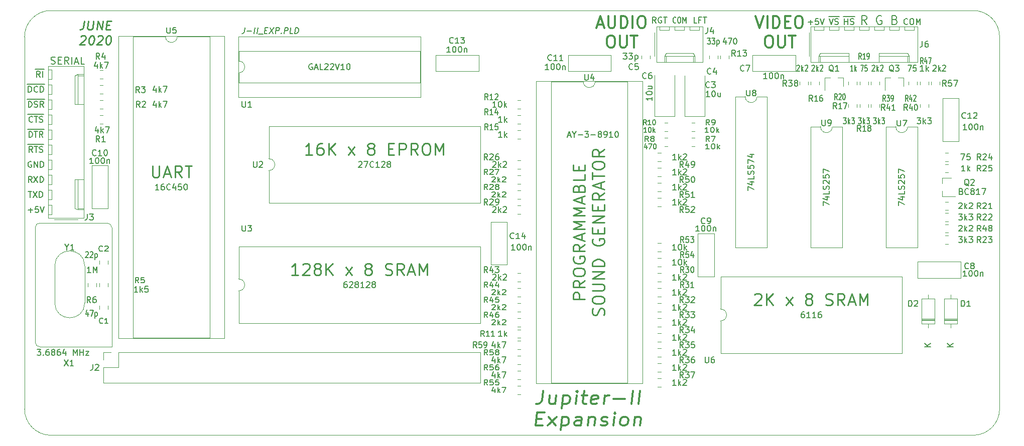
<source format=gbr>
G04 #@! TF.GenerationSoftware,KiCad,Pcbnew,(5.1.6)-1*
G04 #@! TF.CreationDate,2020-08-02T16:50:20-03:00*
G04 #@! TF.ProjectId,Jupiter-II_expansion,4a757069-7465-4722-9d49-495f65787061,rev?*
G04 #@! TF.SameCoordinates,Original*
G04 #@! TF.FileFunction,Legend,Top*
G04 #@! TF.FilePolarity,Positive*
%FSLAX46Y46*%
G04 Gerber Fmt 4.6, Leading zero omitted, Abs format (unit mm)*
G04 Created by KiCad (PCBNEW (5.1.6)-1) date 2020-08-02 16:50:20*
%MOMM*%
%LPD*%
G01*
G04 APERTURE LIST*
%ADD10C,0.250000*%
%ADD11C,0.150000*%
%ADD12C,0.200000*%
%ADD13C,0.350000*%
%ADD14C,0.300000*%
G04 #@! TA.AperFunction,Profile*
%ADD15C,0.050000*%
G04 #@! TD*
%ADD16C,0.120000*%
G04 APERTURE END LIST*
D10*
X182198571Y-110855238D02*
X182293809Y-110760000D01*
X182484285Y-110664761D01*
X182960476Y-110664761D01*
X183150952Y-110760000D01*
X183246190Y-110855238D01*
X183341428Y-111045714D01*
X183341428Y-111236190D01*
X183246190Y-111521904D01*
X182103333Y-112664761D01*
X183341428Y-112664761D01*
X184198571Y-112664761D02*
X184198571Y-110664761D01*
X185341428Y-112664761D02*
X184484285Y-111521904D01*
X185341428Y-110664761D02*
X184198571Y-111807619D01*
X187531904Y-112664761D02*
X188579523Y-111331428D01*
X187531904Y-111331428D02*
X188579523Y-112664761D01*
X191150952Y-111521904D02*
X190960476Y-111426666D01*
X190865238Y-111331428D01*
X190770000Y-111140952D01*
X190770000Y-111045714D01*
X190865238Y-110855238D01*
X190960476Y-110760000D01*
X191150952Y-110664761D01*
X191531904Y-110664761D01*
X191722380Y-110760000D01*
X191817619Y-110855238D01*
X191912857Y-111045714D01*
X191912857Y-111140952D01*
X191817619Y-111331428D01*
X191722380Y-111426666D01*
X191531904Y-111521904D01*
X191150952Y-111521904D01*
X190960476Y-111617142D01*
X190865238Y-111712380D01*
X190770000Y-111902857D01*
X190770000Y-112283809D01*
X190865238Y-112474285D01*
X190960476Y-112569523D01*
X191150952Y-112664761D01*
X191531904Y-112664761D01*
X191722380Y-112569523D01*
X191817619Y-112474285D01*
X191912857Y-112283809D01*
X191912857Y-111902857D01*
X191817619Y-111712380D01*
X191722380Y-111617142D01*
X191531904Y-111521904D01*
X194198571Y-112569523D02*
X194484285Y-112664761D01*
X194960476Y-112664761D01*
X195150952Y-112569523D01*
X195246190Y-112474285D01*
X195341428Y-112283809D01*
X195341428Y-112093333D01*
X195246190Y-111902857D01*
X195150952Y-111807619D01*
X194960476Y-111712380D01*
X194579523Y-111617142D01*
X194389047Y-111521904D01*
X194293809Y-111426666D01*
X194198571Y-111236190D01*
X194198571Y-111045714D01*
X194293809Y-110855238D01*
X194389047Y-110760000D01*
X194579523Y-110664761D01*
X195055714Y-110664761D01*
X195341428Y-110760000D01*
X197341428Y-112664761D02*
X196674761Y-111712380D01*
X196198571Y-112664761D02*
X196198571Y-110664761D01*
X196960476Y-110664761D01*
X197150952Y-110760000D01*
X197246190Y-110855238D01*
X197341428Y-111045714D01*
X197341428Y-111331428D01*
X197246190Y-111521904D01*
X197150952Y-111617142D01*
X196960476Y-111712380D01*
X196198571Y-111712380D01*
X198103333Y-112093333D02*
X199055714Y-112093333D01*
X197912857Y-112664761D02*
X198579523Y-110664761D01*
X199246190Y-112664761D01*
X199912857Y-112664761D02*
X199912857Y-110664761D01*
X200579523Y-112093333D01*
X201246190Y-110664761D01*
X201246190Y-112664761D01*
X105236666Y-107584761D02*
X104093809Y-107584761D01*
X104665238Y-107584761D02*
X104665238Y-105584761D01*
X104474761Y-105870476D01*
X104284285Y-106060952D01*
X104093809Y-106156190D01*
X105998571Y-105775238D02*
X106093809Y-105680000D01*
X106284285Y-105584761D01*
X106760476Y-105584761D01*
X106950952Y-105680000D01*
X107046190Y-105775238D01*
X107141428Y-105965714D01*
X107141428Y-106156190D01*
X107046190Y-106441904D01*
X105903333Y-107584761D01*
X107141428Y-107584761D01*
X108284285Y-106441904D02*
X108093809Y-106346666D01*
X107998571Y-106251428D01*
X107903333Y-106060952D01*
X107903333Y-105965714D01*
X107998571Y-105775238D01*
X108093809Y-105680000D01*
X108284285Y-105584761D01*
X108665238Y-105584761D01*
X108855714Y-105680000D01*
X108950952Y-105775238D01*
X109046190Y-105965714D01*
X109046190Y-106060952D01*
X108950952Y-106251428D01*
X108855714Y-106346666D01*
X108665238Y-106441904D01*
X108284285Y-106441904D01*
X108093809Y-106537142D01*
X107998571Y-106632380D01*
X107903333Y-106822857D01*
X107903333Y-107203809D01*
X107998571Y-107394285D01*
X108093809Y-107489523D01*
X108284285Y-107584761D01*
X108665238Y-107584761D01*
X108855714Y-107489523D01*
X108950952Y-107394285D01*
X109046190Y-107203809D01*
X109046190Y-106822857D01*
X108950952Y-106632380D01*
X108855714Y-106537142D01*
X108665238Y-106441904D01*
X109903333Y-107584761D02*
X109903333Y-105584761D01*
X111046190Y-107584761D02*
X110189047Y-106441904D01*
X111046190Y-105584761D02*
X109903333Y-106727619D01*
X113236666Y-107584761D02*
X114284285Y-106251428D01*
X113236666Y-106251428D02*
X114284285Y-107584761D01*
X116855714Y-106441904D02*
X116665238Y-106346666D01*
X116570000Y-106251428D01*
X116474761Y-106060952D01*
X116474761Y-105965714D01*
X116570000Y-105775238D01*
X116665238Y-105680000D01*
X116855714Y-105584761D01*
X117236666Y-105584761D01*
X117427142Y-105680000D01*
X117522380Y-105775238D01*
X117617619Y-105965714D01*
X117617619Y-106060952D01*
X117522380Y-106251428D01*
X117427142Y-106346666D01*
X117236666Y-106441904D01*
X116855714Y-106441904D01*
X116665238Y-106537142D01*
X116570000Y-106632380D01*
X116474761Y-106822857D01*
X116474761Y-107203809D01*
X116570000Y-107394285D01*
X116665238Y-107489523D01*
X116855714Y-107584761D01*
X117236666Y-107584761D01*
X117427142Y-107489523D01*
X117522380Y-107394285D01*
X117617619Y-107203809D01*
X117617619Y-106822857D01*
X117522380Y-106632380D01*
X117427142Y-106537142D01*
X117236666Y-106441904D01*
X119903333Y-107489523D02*
X120189047Y-107584761D01*
X120665238Y-107584761D01*
X120855714Y-107489523D01*
X120950952Y-107394285D01*
X121046190Y-107203809D01*
X121046190Y-107013333D01*
X120950952Y-106822857D01*
X120855714Y-106727619D01*
X120665238Y-106632380D01*
X120284285Y-106537142D01*
X120093809Y-106441904D01*
X119998571Y-106346666D01*
X119903333Y-106156190D01*
X119903333Y-105965714D01*
X119998571Y-105775238D01*
X120093809Y-105680000D01*
X120284285Y-105584761D01*
X120760476Y-105584761D01*
X121046190Y-105680000D01*
X123046190Y-107584761D02*
X122379523Y-106632380D01*
X121903333Y-107584761D02*
X121903333Y-105584761D01*
X122665238Y-105584761D01*
X122855714Y-105680000D01*
X122950952Y-105775238D01*
X123046190Y-105965714D01*
X123046190Y-106251428D01*
X122950952Y-106441904D01*
X122855714Y-106537142D01*
X122665238Y-106632380D01*
X121903333Y-106632380D01*
X123808095Y-107013333D02*
X124760476Y-107013333D01*
X123617619Y-107584761D02*
X124284285Y-105584761D01*
X124950952Y-107584761D01*
X125617619Y-107584761D02*
X125617619Y-105584761D01*
X126284285Y-107013333D01*
X126950952Y-105584761D01*
X126950952Y-107584761D01*
X153584761Y-111615714D02*
X151584761Y-111615714D01*
X151584761Y-110853809D01*
X151680000Y-110663333D01*
X151775238Y-110568095D01*
X151965714Y-110472857D01*
X152251428Y-110472857D01*
X152441904Y-110568095D01*
X152537142Y-110663333D01*
X152632380Y-110853809D01*
X152632380Y-111615714D01*
X153584761Y-108472857D02*
X152632380Y-109139523D01*
X153584761Y-109615714D02*
X151584761Y-109615714D01*
X151584761Y-108853809D01*
X151680000Y-108663333D01*
X151775238Y-108568095D01*
X151965714Y-108472857D01*
X152251428Y-108472857D01*
X152441904Y-108568095D01*
X152537142Y-108663333D01*
X152632380Y-108853809D01*
X152632380Y-109615714D01*
X151584761Y-107234761D02*
X151584761Y-106853809D01*
X151680000Y-106663333D01*
X151870476Y-106472857D01*
X152251428Y-106377619D01*
X152918095Y-106377619D01*
X153299047Y-106472857D01*
X153489523Y-106663333D01*
X153584761Y-106853809D01*
X153584761Y-107234761D01*
X153489523Y-107425238D01*
X153299047Y-107615714D01*
X152918095Y-107710952D01*
X152251428Y-107710952D01*
X151870476Y-107615714D01*
X151680000Y-107425238D01*
X151584761Y-107234761D01*
X151680000Y-104472857D02*
X151584761Y-104663333D01*
X151584761Y-104949047D01*
X151680000Y-105234761D01*
X151870476Y-105425238D01*
X152060952Y-105520476D01*
X152441904Y-105615714D01*
X152727619Y-105615714D01*
X153108571Y-105520476D01*
X153299047Y-105425238D01*
X153489523Y-105234761D01*
X153584761Y-104949047D01*
X153584761Y-104758571D01*
X153489523Y-104472857D01*
X153394285Y-104377619D01*
X152727619Y-104377619D01*
X152727619Y-104758571D01*
X153584761Y-102377619D02*
X152632380Y-103044285D01*
X153584761Y-103520476D02*
X151584761Y-103520476D01*
X151584761Y-102758571D01*
X151680000Y-102568095D01*
X151775238Y-102472857D01*
X151965714Y-102377619D01*
X152251428Y-102377619D01*
X152441904Y-102472857D01*
X152537142Y-102568095D01*
X152632380Y-102758571D01*
X152632380Y-103520476D01*
X153013333Y-101615714D02*
X153013333Y-100663333D01*
X153584761Y-101806190D02*
X151584761Y-101139523D01*
X153584761Y-100472857D01*
X153584761Y-99806190D02*
X151584761Y-99806190D01*
X153013333Y-99139523D01*
X151584761Y-98472857D01*
X153584761Y-98472857D01*
X153584761Y-97520476D02*
X151584761Y-97520476D01*
X153013333Y-96853809D01*
X151584761Y-96187142D01*
X153584761Y-96187142D01*
X153013333Y-95330000D02*
X153013333Y-94377619D01*
X153584761Y-95520476D02*
X151584761Y-94853809D01*
X153584761Y-94187142D01*
X152537142Y-92853809D02*
X152632380Y-92568095D01*
X152727619Y-92472857D01*
X152918095Y-92377619D01*
X153203809Y-92377619D01*
X153394285Y-92472857D01*
X153489523Y-92568095D01*
X153584761Y-92758571D01*
X153584761Y-93520476D01*
X151584761Y-93520476D01*
X151584761Y-92853809D01*
X151680000Y-92663333D01*
X151775238Y-92568095D01*
X151965714Y-92472857D01*
X152156190Y-92472857D01*
X152346666Y-92568095D01*
X152441904Y-92663333D01*
X152537142Y-92853809D01*
X152537142Y-93520476D01*
X153584761Y-90568095D02*
X153584761Y-91520476D01*
X151584761Y-91520476D01*
X152537142Y-89901428D02*
X152537142Y-89234761D01*
X153584761Y-88949047D02*
X153584761Y-89901428D01*
X151584761Y-89901428D01*
X151584761Y-88949047D01*
X156739523Y-114330000D02*
X156834761Y-114044285D01*
X156834761Y-113568095D01*
X156739523Y-113377619D01*
X156644285Y-113282380D01*
X156453809Y-113187142D01*
X156263333Y-113187142D01*
X156072857Y-113282380D01*
X155977619Y-113377619D01*
X155882380Y-113568095D01*
X155787142Y-113949047D01*
X155691904Y-114139523D01*
X155596666Y-114234761D01*
X155406190Y-114330000D01*
X155215714Y-114330000D01*
X155025238Y-114234761D01*
X154930000Y-114139523D01*
X154834761Y-113949047D01*
X154834761Y-113472857D01*
X154930000Y-113187142D01*
X154834761Y-111949047D02*
X154834761Y-111568095D01*
X154930000Y-111377619D01*
X155120476Y-111187142D01*
X155501428Y-111091904D01*
X156168095Y-111091904D01*
X156549047Y-111187142D01*
X156739523Y-111377619D01*
X156834761Y-111568095D01*
X156834761Y-111949047D01*
X156739523Y-112139523D01*
X156549047Y-112330000D01*
X156168095Y-112425238D01*
X155501428Y-112425238D01*
X155120476Y-112330000D01*
X154930000Y-112139523D01*
X154834761Y-111949047D01*
X154834761Y-110234761D02*
X156453809Y-110234761D01*
X156644285Y-110139523D01*
X156739523Y-110044285D01*
X156834761Y-109853809D01*
X156834761Y-109472857D01*
X156739523Y-109282380D01*
X156644285Y-109187142D01*
X156453809Y-109091904D01*
X154834761Y-109091904D01*
X156834761Y-108139523D02*
X154834761Y-108139523D01*
X156834761Y-106996666D01*
X154834761Y-106996666D01*
X156834761Y-106044285D02*
X154834761Y-106044285D01*
X154834761Y-105568095D01*
X154930000Y-105282380D01*
X155120476Y-105091904D01*
X155310952Y-104996666D01*
X155691904Y-104901428D01*
X155977619Y-104901428D01*
X156358571Y-104996666D01*
X156549047Y-105091904D01*
X156739523Y-105282380D01*
X156834761Y-105568095D01*
X156834761Y-106044285D01*
X154930000Y-101472857D02*
X154834761Y-101663333D01*
X154834761Y-101949047D01*
X154930000Y-102234761D01*
X155120476Y-102425238D01*
X155310952Y-102520476D01*
X155691904Y-102615714D01*
X155977619Y-102615714D01*
X156358571Y-102520476D01*
X156549047Y-102425238D01*
X156739523Y-102234761D01*
X156834761Y-101949047D01*
X156834761Y-101758571D01*
X156739523Y-101472857D01*
X156644285Y-101377619D01*
X155977619Y-101377619D01*
X155977619Y-101758571D01*
X155787142Y-100520476D02*
X155787142Y-99853809D01*
X156834761Y-99568095D02*
X156834761Y-100520476D01*
X154834761Y-100520476D01*
X154834761Y-99568095D01*
X156834761Y-98710952D02*
X154834761Y-98710952D01*
X156834761Y-97568095D01*
X154834761Y-97568095D01*
X155787142Y-96615714D02*
X155787142Y-95949047D01*
X156834761Y-95663333D02*
X156834761Y-96615714D01*
X154834761Y-96615714D01*
X154834761Y-95663333D01*
X156834761Y-93663333D02*
X155882380Y-94330000D01*
X156834761Y-94806190D02*
X154834761Y-94806190D01*
X154834761Y-94044285D01*
X154930000Y-93853809D01*
X155025238Y-93758571D01*
X155215714Y-93663333D01*
X155501428Y-93663333D01*
X155691904Y-93758571D01*
X155787142Y-93853809D01*
X155882380Y-94044285D01*
X155882380Y-94806190D01*
X156263333Y-92901428D02*
X156263333Y-91949047D01*
X156834761Y-93091904D02*
X154834761Y-92425238D01*
X156834761Y-91758571D01*
X154834761Y-91377619D02*
X154834761Y-90234761D01*
X156834761Y-90806190D02*
X154834761Y-90806190D01*
X154834761Y-89187142D02*
X154834761Y-88806190D01*
X154930000Y-88615714D01*
X155120476Y-88425238D01*
X155501428Y-88330000D01*
X156168095Y-88330000D01*
X156549047Y-88425238D01*
X156739523Y-88615714D01*
X156834761Y-88806190D01*
X156834761Y-89187142D01*
X156739523Y-89377619D01*
X156549047Y-89568095D01*
X156168095Y-89663333D01*
X155501428Y-89663333D01*
X155120476Y-89568095D01*
X154930000Y-89377619D01*
X154834761Y-89187142D01*
X156834761Y-86330000D02*
X155882380Y-86996666D01*
X156834761Y-87472857D02*
X154834761Y-87472857D01*
X154834761Y-86710952D01*
X154930000Y-86520476D01*
X155025238Y-86425238D01*
X155215714Y-86330000D01*
X155501428Y-86330000D01*
X155691904Y-86425238D01*
X155787142Y-86520476D01*
X155882380Y-86710952D01*
X155882380Y-87472857D01*
X107586190Y-87264761D02*
X106443333Y-87264761D01*
X107014761Y-87264761D02*
X107014761Y-85264761D01*
X106824285Y-85550476D01*
X106633809Y-85740952D01*
X106443333Y-85836190D01*
X109300476Y-85264761D02*
X108919523Y-85264761D01*
X108729047Y-85360000D01*
X108633809Y-85455238D01*
X108443333Y-85740952D01*
X108348095Y-86121904D01*
X108348095Y-86883809D01*
X108443333Y-87074285D01*
X108538571Y-87169523D01*
X108729047Y-87264761D01*
X109110000Y-87264761D01*
X109300476Y-87169523D01*
X109395714Y-87074285D01*
X109490952Y-86883809D01*
X109490952Y-86407619D01*
X109395714Y-86217142D01*
X109300476Y-86121904D01*
X109110000Y-86026666D01*
X108729047Y-86026666D01*
X108538571Y-86121904D01*
X108443333Y-86217142D01*
X108348095Y-86407619D01*
X110348095Y-87264761D02*
X110348095Y-85264761D01*
X111490952Y-87264761D02*
X110633809Y-86121904D01*
X111490952Y-85264761D02*
X110348095Y-86407619D01*
X113681428Y-87264761D02*
X114729047Y-85931428D01*
X113681428Y-85931428D02*
X114729047Y-87264761D01*
X117300476Y-86121904D02*
X117110000Y-86026666D01*
X117014761Y-85931428D01*
X116919523Y-85740952D01*
X116919523Y-85645714D01*
X117014761Y-85455238D01*
X117110000Y-85360000D01*
X117300476Y-85264761D01*
X117681428Y-85264761D01*
X117871904Y-85360000D01*
X117967142Y-85455238D01*
X118062380Y-85645714D01*
X118062380Y-85740952D01*
X117967142Y-85931428D01*
X117871904Y-86026666D01*
X117681428Y-86121904D01*
X117300476Y-86121904D01*
X117110000Y-86217142D01*
X117014761Y-86312380D01*
X116919523Y-86502857D01*
X116919523Y-86883809D01*
X117014761Y-87074285D01*
X117110000Y-87169523D01*
X117300476Y-87264761D01*
X117681428Y-87264761D01*
X117871904Y-87169523D01*
X117967142Y-87074285D01*
X118062380Y-86883809D01*
X118062380Y-86502857D01*
X117967142Y-86312380D01*
X117871904Y-86217142D01*
X117681428Y-86121904D01*
X120443333Y-86217142D02*
X121110000Y-86217142D01*
X121395714Y-87264761D02*
X120443333Y-87264761D01*
X120443333Y-85264761D01*
X121395714Y-85264761D01*
X122252857Y-87264761D02*
X122252857Y-85264761D01*
X123014761Y-85264761D01*
X123205238Y-85360000D01*
X123300476Y-85455238D01*
X123395714Y-85645714D01*
X123395714Y-85931428D01*
X123300476Y-86121904D01*
X123205238Y-86217142D01*
X123014761Y-86312380D01*
X122252857Y-86312380D01*
X125395714Y-87264761D02*
X124729047Y-86312380D01*
X124252857Y-87264761D02*
X124252857Y-85264761D01*
X125014761Y-85264761D01*
X125205238Y-85360000D01*
X125300476Y-85455238D01*
X125395714Y-85645714D01*
X125395714Y-85931428D01*
X125300476Y-86121904D01*
X125205238Y-86217142D01*
X125014761Y-86312380D01*
X124252857Y-86312380D01*
X126633809Y-85264761D02*
X127014761Y-85264761D01*
X127205238Y-85360000D01*
X127395714Y-85550476D01*
X127490952Y-85931428D01*
X127490952Y-86598095D01*
X127395714Y-86979047D01*
X127205238Y-87169523D01*
X127014761Y-87264761D01*
X126633809Y-87264761D01*
X126443333Y-87169523D01*
X126252857Y-86979047D01*
X126157619Y-86598095D01*
X126157619Y-85931428D01*
X126252857Y-85550476D01*
X126443333Y-85360000D01*
X126633809Y-85264761D01*
X128348095Y-87264761D02*
X128348095Y-85264761D01*
X129014761Y-86693333D01*
X129681428Y-85264761D01*
X129681428Y-87264761D01*
X80629523Y-89074761D02*
X80629523Y-90693809D01*
X80724761Y-90884285D01*
X80820000Y-90979523D01*
X81010476Y-91074761D01*
X81391428Y-91074761D01*
X81581904Y-90979523D01*
X81677142Y-90884285D01*
X81772380Y-90693809D01*
X81772380Y-89074761D01*
X82629523Y-90503333D02*
X83581904Y-90503333D01*
X82439047Y-91074761D02*
X83105714Y-89074761D01*
X83772380Y-91074761D01*
X85581904Y-91074761D02*
X84915238Y-90122380D01*
X84439047Y-91074761D02*
X84439047Y-89074761D01*
X85200952Y-89074761D01*
X85391428Y-89170000D01*
X85486666Y-89265238D01*
X85581904Y-89455714D01*
X85581904Y-89741428D01*
X85486666Y-89931904D01*
X85391428Y-90027142D01*
X85200952Y-90122380D01*
X84439047Y-90122380D01*
X86153333Y-89074761D02*
X87296190Y-89074761D01*
X86724761Y-91074761D02*
X86724761Y-89074761D01*
X69119776Y-64603571D02*
X68985848Y-65675000D01*
X68887633Y-65889285D01*
X68726919Y-66032142D01*
X68503705Y-66103571D01*
X68360848Y-66103571D01*
X69834062Y-64603571D02*
X69682276Y-65817857D01*
X69735848Y-65960714D01*
X69798348Y-66032142D01*
X69932276Y-66103571D01*
X70217991Y-66103571D01*
X70369776Y-66032142D01*
X70450133Y-65960714D01*
X70539419Y-65817857D01*
X70691205Y-64603571D01*
X71217991Y-66103571D02*
X71405491Y-64603571D01*
X72075133Y-66103571D01*
X72262633Y-64603571D01*
X72887633Y-65317857D02*
X73387633Y-65317857D01*
X73503705Y-66103571D02*
X72789419Y-66103571D01*
X72976919Y-64603571D01*
X73691205Y-64603571D01*
X68566205Y-67246428D02*
X68646562Y-67175000D01*
X68798348Y-67103571D01*
X69155491Y-67103571D01*
X69289419Y-67175000D01*
X69351919Y-67246428D01*
X69405491Y-67389285D01*
X69387633Y-67532142D01*
X69289419Y-67746428D01*
X68325133Y-68603571D01*
X69253705Y-68603571D01*
X70369776Y-67103571D02*
X70512633Y-67103571D01*
X70646562Y-67175000D01*
X70709062Y-67246428D01*
X70762633Y-67389285D01*
X70798348Y-67675000D01*
X70753705Y-68032142D01*
X70646562Y-68317857D01*
X70557276Y-68460714D01*
X70476919Y-68532142D01*
X70325133Y-68603571D01*
X70182276Y-68603571D01*
X70048348Y-68532142D01*
X69985848Y-68460714D01*
X69932276Y-68317857D01*
X69896562Y-68032142D01*
X69941205Y-67675000D01*
X70048348Y-67389285D01*
X70137633Y-67246428D01*
X70217991Y-67175000D01*
X70369776Y-67103571D01*
X71423348Y-67246428D02*
X71503705Y-67175000D01*
X71655491Y-67103571D01*
X72012633Y-67103571D01*
X72146562Y-67175000D01*
X72209062Y-67246428D01*
X72262633Y-67389285D01*
X72244776Y-67532142D01*
X72146562Y-67746428D01*
X71182276Y-68603571D01*
X72110848Y-68603571D01*
X73226919Y-67103571D02*
X73369776Y-67103571D01*
X73503705Y-67175000D01*
X73566205Y-67246428D01*
X73619776Y-67389285D01*
X73655491Y-67675000D01*
X73610848Y-68032142D01*
X73503705Y-68317857D01*
X73414419Y-68460714D01*
X73334062Y-68532142D01*
X73182276Y-68603571D01*
X73039419Y-68603571D01*
X72905491Y-68532142D01*
X72842991Y-68460714D01*
X72789419Y-68317857D01*
X72753705Y-68032142D01*
X72798348Y-67675000D01*
X72905491Y-67389285D01*
X72994776Y-67246428D01*
X73075133Y-67175000D01*
X73226919Y-67103571D01*
D11*
X96204252Y-65746380D02*
X96114967Y-66460666D01*
X96049491Y-66603523D01*
X95942348Y-66698761D01*
X95793538Y-66746380D01*
X95698300Y-66746380D01*
X96603062Y-66365428D02*
X97364967Y-66365428D01*
X97793538Y-66746380D02*
X97918538Y-65746380D01*
X98269729Y-66746380D02*
X98394729Y-65746380D01*
X98495919Y-66841619D02*
X99257824Y-66841619D01*
X99573300Y-66222571D02*
X99906633Y-66222571D01*
X99984014Y-66746380D02*
X99507824Y-66746380D01*
X99632824Y-65746380D01*
X100109014Y-65746380D01*
X100442348Y-65746380D02*
X100984014Y-66746380D01*
X101109014Y-65746380D02*
X100317348Y-66746380D01*
X101364967Y-66746380D02*
X101489967Y-65746380D01*
X101870919Y-65746380D01*
X101960205Y-65794000D01*
X102001872Y-65841619D01*
X102037586Y-65936857D01*
X102019729Y-66079714D01*
X101960205Y-66174952D01*
X101906633Y-66222571D01*
X101805443Y-66270190D01*
X101424491Y-66270190D01*
X102376872Y-66651142D02*
X102418538Y-66698761D01*
X102364967Y-66746380D01*
X102323300Y-66698761D01*
X102376872Y-66651142D01*
X102364967Y-66746380D01*
X102841157Y-66746380D02*
X102966157Y-65746380D01*
X103347110Y-65746380D01*
X103436395Y-65794000D01*
X103478062Y-65841619D01*
X103513776Y-65936857D01*
X103495919Y-66079714D01*
X103436395Y-66174952D01*
X103382824Y-66222571D01*
X103281633Y-66270190D01*
X102900681Y-66270190D01*
X104317348Y-66746380D02*
X103841157Y-66746380D01*
X103966157Y-65746380D01*
X104650681Y-66746380D02*
X104775681Y-65746380D01*
X105013776Y-65746380D01*
X105150681Y-65794000D01*
X105234014Y-65889238D01*
X105269729Y-65984476D01*
X105293538Y-66174952D01*
X105275681Y-66317809D01*
X105204252Y-66508285D01*
X105144729Y-66603523D01*
X105037586Y-66698761D01*
X104888776Y-66746380D01*
X104650681Y-66746380D01*
X191246285Y-64841428D02*
X192008190Y-64841428D01*
X191627238Y-65222380D02*
X191627238Y-64460476D01*
X192960571Y-64222380D02*
X192484380Y-64222380D01*
X192436761Y-64698571D01*
X192484380Y-64650952D01*
X192579619Y-64603333D01*
X192817714Y-64603333D01*
X192912952Y-64650952D01*
X192960571Y-64698571D01*
X193008190Y-64793809D01*
X193008190Y-65031904D01*
X192960571Y-65127142D01*
X192912952Y-65174761D01*
X192817714Y-65222380D01*
X192579619Y-65222380D01*
X192484380Y-65174761D01*
X192436761Y-65127142D01*
X193293904Y-64222380D02*
X193627238Y-65222380D01*
X193960571Y-64222380D01*
X208002285Y-65127142D02*
X207954666Y-65174761D01*
X207811809Y-65222380D01*
X207716571Y-65222380D01*
X207573714Y-65174761D01*
X207478476Y-65079523D01*
X207430857Y-64984285D01*
X207383238Y-64793809D01*
X207383238Y-64650952D01*
X207430857Y-64460476D01*
X207478476Y-64365238D01*
X207573714Y-64270000D01*
X207716571Y-64222380D01*
X207811809Y-64222380D01*
X207954666Y-64270000D01*
X208002285Y-64317619D01*
X208621333Y-64222380D02*
X208811809Y-64222380D01*
X208907047Y-64270000D01*
X209002285Y-64365238D01*
X209049904Y-64555714D01*
X209049904Y-64889047D01*
X209002285Y-65079523D01*
X208907047Y-65174761D01*
X208811809Y-65222380D01*
X208621333Y-65222380D01*
X208526095Y-65174761D01*
X208430857Y-65079523D01*
X208383238Y-64889047D01*
X208383238Y-64555714D01*
X208430857Y-64365238D01*
X208526095Y-64270000D01*
X208621333Y-64222380D01*
X209478476Y-65222380D02*
X209478476Y-64222380D01*
X209811809Y-64936666D01*
X210145142Y-64222380D01*
X210145142Y-65222380D01*
D12*
X205847142Y-64408857D02*
X206061428Y-64480285D01*
X206132857Y-64551714D01*
X206204285Y-64694571D01*
X206204285Y-64908857D01*
X206132857Y-65051714D01*
X206061428Y-65123142D01*
X205918571Y-65194571D01*
X205347142Y-65194571D01*
X205347142Y-63694571D01*
X205847142Y-63694571D01*
X205990000Y-63766000D01*
X206061428Y-63837428D01*
X206132857Y-63980285D01*
X206132857Y-64123142D01*
X206061428Y-64266000D01*
X205990000Y-64337428D01*
X205847142Y-64408857D01*
X205347142Y-64408857D01*
X203592857Y-63766000D02*
X203450000Y-63694571D01*
X203235714Y-63694571D01*
X203021428Y-63766000D01*
X202878571Y-63908857D01*
X202807142Y-64051714D01*
X202735714Y-64337428D01*
X202735714Y-64551714D01*
X202807142Y-64837428D01*
X202878571Y-64980285D01*
X203021428Y-65123142D01*
X203235714Y-65194571D01*
X203378571Y-65194571D01*
X203592857Y-65123142D01*
X203664285Y-65051714D01*
X203664285Y-64551714D01*
X203378571Y-64551714D01*
X201124285Y-65194571D02*
X200624285Y-64480285D01*
X200267142Y-65194571D02*
X200267142Y-63694571D01*
X200838571Y-63694571D01*
X200981428Y-63766000D01*
X201052857Y-63837428D01*
X201124285Y-63980285D01*
X201124285Y-64194571D01*
X201052857Y-64337428D01*
X200981428Y-64408857D01*
X200838571Y-64480285D01*
X200267142Y-64480285D01*
D11*
X194675238Y-63855000D02*
X195532380Y-63855000D01*
X194770476Y-64222380D02*
X195103809Y-65222380D01*
X195437142Y-64222380D01*
X195532380Y-63855000D02*
X196484761Y-63855000D01*
X195722857Y-65174761D02*
X195865714Y-65222380D01*
X196103809Y-65222380D01*
X196199047Y-65174761D01*
X196246666Y-65127142D01*
X196294285Y-65031904D01*
X196294285Y-64936666D01*
X196246666Y-64841428D01*
X196199047Y-64793809D01*
X196103809Y-64746190D01*
X195913333Y-64698571D01*
X195818095Y-64650952D01*
X195770476Y-64603333D01*
X195722857Y-64508095D01*
X195722857Y-64412857D01*
X195770476Y-64317619D01*
X195818095Y-64270000D01*
X195913333Y-64222380D01*
X196151428Y-64222380D01*
X196294285Y-64270000D01*
X197120000Y-63855000D02*
X198167619Y-63855000D01*
X197358095Y-65222380D02*
X197358095Y-64222380D01*
X197358095Y-64698571D02*
X197929523Y-64698571D01*
X197929523Y-65222380D02*
X197929523Y-64222380D01*
X198167619Y-63855000D02*
X199120000Y-63855000D01*
X198358095Y-65174761D02*
X198500952Y-65222380D01*
X198739047Y-65222380D01*
X198834285Y-65174761D01*
X198881904Y-65127142D01*
X198929523Y-65031904D01*
X198929523Y-64936666D01*
X198881904Y-64841428D01*
X198834285Y-64793809D01*
X198739047Y-64746190D01*
X198548571Y-64698571D01*
X198453333Y-64650952D01*
X198405714Y-64603333D01*
X198358095Y-64508095D01*
X198358095Y-64412857D01*
X198405714Y-64317619D01*
X198453333Y-64270000D01*
X198548571Y-64222380D01*
X198786666Y-64222380D01*
X198929523Y-64270000D01*
X168916428Y-64873142D02*
X168878333Y-64920761D01*
X168764047Y-64968380D01*
X168687857Y-64968380D01*
X168573571Y-64920761D01*
X168497380Y-64825523D01*
X168459285Y-64730285D01*
X168421190Y-64539809D01*
X168421190Y-64396952D01*
X168459285Y-64206476D01*
X168497380Y-64111238D01*
X168573571Y-64016000D01*
X168687857Y-63968380D01*
X168764047Y-63968380D01*
X168878333Y-64016000D01*
X168916428Y-64063619D01*
X169411666Y-63968380D02*
X169564047Y-63968380D01*
X169640238Y-64016000D01*
X169716428Y-64111238D01*
X169754523Y-64301714D01*
X169754523Y-64635047D01*
X169716428Y-64825523D01*
X169640238Y-64920761D01*
X169564047Y-64968380D01*
X169411666Y-64968380D01*
X169335476Y-64920761D01*
X169259285Y-64825523D01*
X169221190Y-64635047D01*
X169221190Y-64301714D01*
X169259285Y-64111238D01*
X169335476Y-64016000D01*
X169411666Y-63968380D01*
X170097380Y-64968380D02*
X170097380Y-63968380D01*
X170364047Y-64682666D01*
X170630714Y-63968380D01*
X170630714Y-64968380D01*
X165544571Y-64968380D02*
X165211238Y-64492190D01*
X164973142Y-64968380D02*
X164973142Y-63968380D01*
X165354095Y-63968380D01*
X165449333Y-64016000D01*
X165496952Y-64063619D01*
X165544571Y-64158857D01*
X165544571Y-64301714D01*
X165496952Y-64396952D01*
X165449333Y-64444571D01*
X165354095Y-64492190D01*
X164973142Y-64492190D01*
X166496952Y-64016000D02*
X166401714Y-63968380D01*
X166258857Y-63968380D01*
X166116000Y-64016000D01*
X166020761Y-64111238D01*
X165973142Y-64206476D01*
X165925523Y-64396952D01*
X165925523Y-64539809D01*
X165973142Y-64730285D01*
X166020761Y-64825523D01*
X166116000Y-64920761D01*
X166258857Y-64968380D01*
X166354095Y-64968380D01*
X166496952Y-64920761D01*
X166544571Y-64873142D01*
X166544571Y-64539809D01*
X166354095Y-64539809D01*
X166830285Y-63968380D02*
X167401714Y-63968380D01*
X167116000Y-64968380D02*
X167116000Y-63968380D01*
X172474000Y-64968380D02*
X171997809Y-64968380D01*
X171997809Y-63968380D01*
X173140666Y-64444571D02*
X172807333Y-64444571D01*
X172807333Y-64968380D02*
X172807333Y-63968380D01*
X173283523Y-63968380D01*
X173521619Y-63968380D02*
X174093047Y-63968380D01*
X173807333Y-64968380D02*
X173807333Y-63968380D01*
X59674285Y-96591428D02*
X60436190Y-96591428D01*
X60055238Y-96972380D02*
X60055238Y-96210476D01*
X61388571Y-95972380D02*
X60912380Y-95972380D01*
X60864761Y-96448571D01*
X60912380Y-96400952D01*
X61007619Y-96353333D01*
X61245714Y-96353333D01*
X61340952Y-96400952D01*
X61388571Y-96448571D01*
X61436190Y-96543809D01*
X61436190Y-96781904D01*
X61388571Y-96877142D01*
X61340952Y-96924761D01*
X61245714Y-96972380D01*
X61007619Y-96972380D01*
X60912380Y-96924761D01*
X60864761Y-96877142D01*
X61721904Y-95972380D02*
X62055238Y-96972380D01*
X62388571Y-95972380D01*
X59698095Y-93432380D02*
X60269523Y-93432380D01*
X59983809Y-94432380D02*
X59983809Y-93432380D01*
X60507619Y-93432380D02*
X61174285Y-94432380D01*
X61174285Y-93432380D02*
X60507619Y-94432380D01*
X61555238Y-94432380D02*
X61555238Y-93432380D01*
X61793333Y-93432380D01*
X61936190Y-93480000D01*
X62031428Y-93575238D01*
X62079047Y-93670476D01*
X62126666Y-93860952D01*
X62126666Y-94003809D01*
X62079047Y-94194285D01*
X62031428Y-94289523D01*
X61936190Y-94384761D01*
X61793333Y-94432380D01*
X61555238Y-94432380D01*
X60293333Y-91892380D02*
X59960000Y-91416190D01*
X59721904Y-91892380D02*
X59721904Y-90892380D01*
X60102857Y-90892380D01*
X60198095Y-90940000D01*
X60245714Y-90987619D01*
X60293333Y-91082857D01*
X60293333Y-91225714D01*
X60245714Y-91320952D01*
X60198095Y-91368571D01*
X60102857Y-91416190D01*
X59721904Y-91416190D01*
X60626666Y-90892380D02*
X61293333Y-91892380D01*
X61293333Y-90892380D02*
X60626666Y-91892380D01*
X61674285Y-91892380D02*
X61674285Y-90892380D01*
X61912380Y-90892380D01*
X62055238Y-90940000D01*
X62150476Y-91035238D01*
X62198095Y-91130476D01*
X62245714Y-91320952D01*
X62245714Y-91463809D01*
X62198095Y-91654285D01*
X62150476Y-91749523D01*
X62055238Y-91844761D01*
X61912380Y-91892380D01*
X61674285Y-91892380D01*
X60198095Y-88400000D02*
X60102857Y-88352380D01*
X59960000Y-88352380D01*
X59817142Y-88400000D01*
X59721904Y-88495238D01*
X59674285Y-88590476D01*
X59626666Y-88780952D01*
X59626666Y-88923809D01*
X59674285Y-89114285D01*
X59721904Y-89209523D01*
X59817142Y-89304761D01*
X59960000Y-89352380D01*
X60055238Y-89352380D01*
X60198095Y-89304761D01*
X60245714Y-89257142D01*
X60245714Y-88923809D01*
X60055238Y-88923809D01*
X60674285Y-89352380D02*
X60674285Y-88352380D01*
X61245714Y-89352380D01*
X61245714Y-88352380D01*
X61721904Y-89352380D02*
X61721904Y-88352380D01*
X61960000Y-88352380D01*
X62102857Y-88400000D01*
X62198095Y-88495238D01*
X62245714Y-88590476D01*
X62293333Y-88780952D01*
X62293333Y-88923809D01*
X62245714Y-89114285D01*
X62198095Y-89209523D01*
X62102857Y-89304761D01*
X61960000Y-89352380D01*
X61721904Y-89352380D01*
X59602857Y-85445000D02*
X60602857Y-85445000D01*
X60412380Y-86812380D02*
X60079047Y-86336190D01*
X59840952Y-86812380D02*
X59840952Y-85812380D01*
X60221904Y-85812380D01*
X60317142Y-85860000D01*
X60364761Y-85907619D01*
X60412380Y-86002857D01*
X60412380Y-86145714D01*
X60364761Y-86240952D01*
X60317142Y-86288571D01*
X60221904Y-86336190D01*
X59840952Y-86336190D01*
X60602857Y-85445000D02*
X61364761Y-85445000D01*
X60698095Y-85812380D02*
X61269523Y-85812380D01*
X60983809Y-86812380D02*
X60983809Y-85812380D01*
X61364761Y-85445000D02*
X62317142Y-85445000D01*
X61555238Y-86764761D02*
X61698095Y-86812380D01*
X61936190Y-86812380D01*
X62031428Y-86764761D01*
X62079047Y-86717142D01*
X62126666Y-86621904D01*
X62126666Y-86526666D01*
X62079047Y-86431428D01*
X62031428Y-86383809D01*
X61936190Y-86336190D01*
X61745714Y-86288571D01*
X61650476Y-86240952D01*
X61602857Y-86193333D01*
X61555238Y-86098095D01*
X61555238Y-86002857D01*
X61602857Y-85907619D01*
X61650476Y-85860000D01*
X61745714Y-85812380D01*
X61983809Y-85812380D01*
X62126666Y-85860000D01*
X59579047Y-82905000D02*
X60579047Y-82905000D01*
X59817142Y-84272380D02*
X59817142Y-83272380D01*
X60055238Y-83272380D01*
X60198095Y-83320000D01*
X60293333Y-83415238D01*
X60340952Y-83510476D01*
X60388571Y-83700952D01*
X60388571Y-83843809D01*
X60340952Y-84034285D01*
X60293333Y-84129523D01*
X60198095Y-84224761D01*
X60055238Y-84272380D01*
X59817142Y-84272380D01*
X60579047Y-82905000D02*
X61340952Y-82905000D01*
X60674285Y-83272380D02*
X61245714Y-83272380D01*
X60960000Y-84272380D02*
X60960000Y-83272380D01*
X61340952Y-82905000D02*
X62340952Y-82905000D01*
X62150476Y-84272380D02*
X61817142Y-83796190D01*
X61579047Y-84272380D02*
X61579047Y-83272380D01*
X61960000Y-83272380D01*
X62055238Y-83320000D01*
X62102857Y-83367619D01*
X62150476Y-83462857D01*
X62150476Y-83605714D01*
X62102857Y-83700952D01*
X62055238Y-83748571D01*
X61960000Y-83796190D01*
X61579047Y-83796190D01*
X59602857Y-80365000D02*
X60602857Y-80365000D01*
X60412380Y-81637142D02*
X60364761Y-81684761D01*
X60221904Y-81732380D01*
X60126666Y-81732380D01*
X59983809Y-81684761D01*
X59888571Y-81589523D01*
X59840952Y-81494285D01*
X59793333Y-81303809D01*
X59793333Y-81160952D01*
X59840952Y-80970476D01*
X59888571Y-80875238D01*
X59983809Y-80780000D01*
X60126666Y-80732380D01*
X60221904Y-80732380D01*
X60364761Y-80780000D01*
X60412380Y-80827619D01*
X60602857Y-80365000D02*
X61364761Y-80365000D01*
X60698095Y-80732380D02*
X61269523Y-80732380D01*
X60983809Y-81732380D02*
X60983809Y-80732380D01*
X61364761Y-80365000D02*
X62317142Y-80365000D01*
X61555238Y-81684761D02*
X61698095Y-81732380D01*
X61936190Y-81732380D01*
X62031428Y-81684761D01*
X62079047Y-81637142D01*
X62126666Y-81541904D01*
X62126666Y-81446666D01*
X62079047Y-81351428D01*
X62031428Y-81303809D01*
X61936190Y-81256190D01*
X61745714Y-81208571D01*
X61650476Y-81160952D01*
X61602857Y-81113333D01*
X61555238Y-81018095D01*
X61555238Y-80922857D01*
X61602857Y-80827619D01*
X61650476Y-80780000D01*
X61745714Y-80732380D01*
X61983809Y-80732380D01*
X62126666Y-80780000D01*
X59483809Y-77825000D02*
X60483809Y-77825000D01*
X59721904Y-79192380D02*
X59721904Y-78192380D01*
X59960000Y-78192380D01*
X60102857Y-78240000D01*
X60198095Y-78335238D01*
X60245714Y-78430476D01*
X60293333Y-78620952D01*
X60293333Y-78763809D01*
X60245714Y-78954285D01*
X60198095Y-79049523D01*
X60102857Y-79144761D01*
X59960000Y-79192380D01*
X59721904Y-79192380D01*
X60483809Y-77825000D02*
X61436190Y-77825000D01*
X60674285Y-79144761D02*
X60817142Y-79192380D01*
X61055238Y-79192380D01*
X61150476Y-79144761D01*
X61198095Y-79097142D01*
X61245714Y-79001904D01*
X61245714Y-78906666D01*
X61198095Y-78811428D01*
X61150476Y-78763809D01*
X61055238Y-78716190D01*
X60864761Y-78668571D01*
X60769523Y-78620952D01*
X60721904Y-78573333D01*
X60674285Y-78478095D01*
X60674285Y-78382857D01*
X60721904Y-78287619D01*
X60769523Y-78240000D01*
X60864761Y-78192380D01*
X61102857Y-78192380D01*
X61245714Y-78240000D01*
X61436190Y-77825000D02*
X62436190Y-77825000D01*
X62245714Y-79192380D02*
X61912380Y-78716190D01*
X61674285Y-79192380D02*
X61674285Y-78192380D01*
X62055238Y-78192380D01*
X62150476Y-78240000D01*
X62198095Y-78287619D01*
X62245714Y-78382857D01*
X62245714Y-78525714D01*
X62198095Y-78620952D01*
X62150476Y-78668571D01*
X62055238Y-78716190D01*
X61674285Y-78716190D01*
X59460000Y-75285000D02*
X60460000Y-75285000D01*
X59698095Y-76652380D02*
X59698095Y-75652380D01*
X59936190Y-75652380D01*
X60079047Y-75700000D01*
X60174285Y-75795238D01*
X60221904Y-75890476D01*
X60269523Y-76080952D01*
X60269523Y-76223809D01*
X60221904Y-76414285D01*
X60174285Y-76509523D01*
X60079047Y-76604761D01*
X59936190Y-76652380D01*
X59698095Y-76652380D01*
X60460000Y-75285000D02*
X61460000Y-75285000D01*
X61269523Y-76557142D02*
X61221904Y-76604761D01*
X61079047Y-76652380D01*
X60983809Y-76652380D01*
X60840952Y-76604761D01*
X60745714Y-76509523D01*
X60698095Y-76414285D01*
X60650476Y-76223809D01*
X60650476Y-76080952D01*
X60698095Y-75890476D01*
X60745714Y-75795238D01*
X60840952Y-75700000D01*
X60983809Y-75652380D01*
X61079047Y-75652380D01*
X61221904Y-75700000D01*
X61269523Y-75747619D01*
X61460000Y-75285000D02*
X62460000Y-75285000D01*
X61698095Y-76652380D02*
X61698095Y-75652380D01*
X61936190Y-75652380D01*
X62079047Y-75700000D01*
X62174285Y-75795238D01*
X62221904Y-75890476D01*
X62269523Y-76080952D01*
X62269523Y-76223809D01*
X62221904Y-76414285D01*
X62174285Y-76509523D01*
X62079047Y-76604761D01*
X61936190Y-76652380D01*
X61698095Y-76652380D01*
X60856904Y-72745000D02*
X61856904Y-72745000D01*
X61666428Y-74112380D02*
X61333095Y-73636190D01*
X61095000Y-74112380D02*
X61095000Y-73112380D01*
X61475952Y-73112380D01*
X61571190Y-73160000D01*
X61618809Y-73207619D01*
X61666428Y-73302857D01*
X61666428Y-73445714D01*
X61618809Y-73540952D01*
X61571190Y-73588571D01*
X61475952Y-73636190D01*
X61095000Y-73636190D01*
X61856904Y-72745000D02*
X62333095Y-72745000D01*
X62095000Y-74112380D02*
X62095000Y-73112380D01*
D13*
X146560788Y-127145238D02*
X146364360Y-128716666D01*
X146206026Y-129030952D01*
X145941741Y-129240476D01*
X145571502Y-129345238D01*
X145333407Y-129345238D01*
X148731026Y-127878571D02*
X148547693Y-129345238D01*
X147659598Y-127878571D02*
X147515550Y-129030952D01*
X147608407Y-129240476D01*
X147833407Y-129345238D01*
X148190550Y-129345238D01*
X148441741Y-129240476D01*
X148573883Y-129135714D01*
X149921502Y-127878571D02*
X149646502Y-130078571D01*
X149908407Y-127983333D02*
X150159598Y-127878571D01*
X150635788Y-127878571D01*
X150860788Y-127983333D01*
X150966741Y-128088095D01*
X151059598Y-128297619D01*
X150981026Y-128926190D01*
X150835788Y-129135714D01*
X150703645Y-129240476D01*
X150452455Y-129345238D01*
X149976264Y-129345238D01*
X149751264Y-129240476D01*
X152000074Y-129345238D02*
X152183407Y-127878571D01*
X152275074Y-127145238D02*
X152142931Y-127250000D01*
X152248883Y-127354761D01*
X152381026Y-127250000D01*
X152275074Y-127145238D01*
X152248883Y-127354761D01*
X153016741Y-127878571D02*
X153969122Y-127878571D01*
X153465550Y-127145238D02*
X153229836Y-129030952D01*
X153322693Y-129240476D01*
X153547693Y-129345238D01*
X153785788Y-129345238D01*
X155584598Y-129240476D02*
X155333407Y-129345238D01*
X154857217Y-129345238D01*
X154632217Y-129240476D01*
X154539360Y-129030952D01*
X154644122Y-128192857D01*
X154789360Y-127983333D01*
X155040550Y-127878571D01*
X155516741Y-127878571D01*
X155741741Y-127983333D01*
X155834598Y-128192857D01*
X155808407Y-128402380D01*
X154591741Y-128611904D01*
X156761979Y-129345238D02*
X156945312Y-127878571D01*
X156892931Y-128297619D02*
X157038169Y-128088095D01*
X157170312Y-127983333D01*
X157421502Y-127878571D01*
X157659598Y-127878571D01*
X158414360Y-128507142D02*
X160319122Y-128507142D01*
X161404836Y-129345238D02*
X161679836Y-127145238D01*
X162595312Y-129345238D02*
X162870312Y-127145238D01*
X145417931Y-131842857D02*
X146251264Y-131842857D01*
X146464360Y-132995238D02*
X145273883Y-132995238D01*
X145548883Y-130795238D01*
X146739360Y-130795238D01*
X147297693Y-132995238D02*
X148790550Y-131528571D01*
X147481026Y-131528571D02*
X148607217Y-132995238D01*
X149742931Y-131528571D02*
X149467931Y-133728571D01*
X149729836Y-131633333D02*
X149981026Y-131528571D01*
X150457217Y-131528571D01*
X150682217Y-131633333D01*
X150788169Y-131738095D01*
X150881026Y-131947619D01*
X150802455Y-132576190D01*
X150657217Y-132785714D01*
X150525074Y-132890476D01*
X150273883Y-132995238D01*
X149797693Y-132995238D01*
X149572693Y-132890476D01*
X152892931Y-132995238D02*
X153036979Y-131842857D01*
X152944122Y-131633333D01*
X152719122Y-131528571D01*
X152242931Y-131528571D01*
X151991741Y-131633333D01*
X152906026Y-132890476D02*
X152654836Y-132995238D01*
X152059598Y-132995238D01*
X151834598Y-132890476D01*
X151741741Y-132680952D01*
X151767931Y-132471428D01*
X151913169Y-132261904D01*
X152164360Y-132157142D01*
X152759598Y-132157142D01*
X153010788Y-132052380D01*
X154266741Y-131528571D02*
X154083407Y-132995238D01*
X154240550Y-131738095D02*
X154372693Y-131633333D01*
X154623883Y-131528571D01*
X154981026Y-131528571D01*
X155206026Y-131633333D01*
X155298883Y-131842857D01*
X155154836Y-132995238D01*
X156239360Y-132890476D02*
X156464360Y-132995238D01*
X156940550Y-132995238D01*
X157191741Y-132890476D01*
X157336979Y-132680952D01*
X157350074Y-132576190D01*
X157257217Y-132366666D01*
X157032217Y-132261904D01*
X156675074Y-132261904D01*
X156450074Y-132157142D01*
X156357217Y-131947619D01*
X156370312Y-131842857D01*
X156515550Y-131633333D01*
X156766741Y-131528571D01*
X157123883Y-131528571D01*
X157348883Y-131633333D01*
X158369122Y-132995238D02*
X158552455Y-131528571D01*
X158644122Y-130795238D02*
X158511979Y-130900000D01*
X158617931Y-131004761D01*
X158750074Y-130900000D01*
X158644122Y-130795238D01*
X158617931Y-131004761D01*
X159916741Y-132995238D02*
X159691741Y-132890476D01*
X159585788Y-132785714D01*
X159492931Y-132576190D01*
X159571502Y-131947619D01*
X159716741Y-131738095D01*
X159848883Y-131633333D01*
X160100074Y-131528571D01*
X160457217Y-131528571D01*
X160682217Y-131633333D01*
X160788169Y-131738095D01*
X160881026Y-131947619D01*
X160802455Y-132576190D01*
X160657217Y-132785714D01*
X160525074Y-132890476D01*
X160273883Y-132995238D01*
X159916741Y-132995238D01*
X162004836Y-131528571D02*
X161821502Y-132995238D01*
X161978645Y-131738095D02*
X162110788Y-131633333D01*
X162361979Y-131528571D01*
X162719122Y-131528571D01*
X162944122Y-131633333D01*
X163036979Y-131842857D01*
X162892931Y-132995238D01*
D12*
X63522571Y-71859714D02*
X63694000Y-71916857D01*
X63979714Y-71916857D01*
X64094000Y-71859714D01*
X64151142Y-71802571D01*
X64208285Y-71688285D01*
X64208285Y-71574000D01*
X64151142Y-71459714D01*
X64094000Y-71402571D01*
X63979714Y-71345428D01*
X63751142Y-71288285D01*
X63636857Y-71231142D01*
X63579714Y-71174000D01*
X63522571Y-71059714D01*
X63522571Y-70945428D01*
X63579714Y-70831142D01*
X63636857Y-70774000D01*
X63751142Y-70716857D01*
X64036857Y-70716857D01*
X64208285Y-70774000D01*
X64722571Y-71288285D02*
X65122571Y-71288285D01*
X65294000Y-71916857D02*
X64722571Y-71916857D01*
X64722571Y-70716857D01*
X65294000Y-70716857D01*
X66494000Y-71916857D02*
X66094000Y-71345428D01*
X65808285Y-71916857D02*
X65808285Y-70716857D01*
X66265428Y-70716857D01*
X66379714Y-70774000D01*
X66436857Y-70831142D01*
X66494000Y-70945428D01*
X66494000Y-71116857D01*
X66436857Y-71231142D01*
X66379714Y-71288285D01*
X66265428Y-71345428D01*
X65808285Y-71345428D01*
X67008285Y-71916857D02*
X67008285Y-70716857D01*
X67522571Y-71574000D02*
X68094000Y-71574000D01*
X67408285Y-71916857D02*
X67808285Y-70716857D01*
X68208285Y-71916857D01*
X69179714Y-71916857D02*
X68608285Y-71916857D01*
X68608285Y-70716857D01*
D14*
X182340761Y-63802761D02*
X183007428Y-65802761D01*
X183674095Y-63802761D01*
X184340761Y-65802761D02*
X184340761Y-63802761D01*
X185293142Y-65802761D02*
X185293142Y-63802761D01*
X185769333Y-63802761D01*
X186055047Y-63898000D01*
X186245523Y-64088476D01*
X186340761Y-64278952D01*
X186436000Y-64659904D01*
X186436000Y-64945619D01*
X186340761Y-65326571D01*
X186245523Y-65517047D01*
X186055047Y-65707523D01*
X185769333Y-65802761D01*
X185293142Y-65802761D01*
X187293142Y-64755142D02*
X187959809Y-64755142D01*
X188245523Y-65802761D02*
X187293142Y-65802761D01*
X187293142Y-63802761D01*
X188245523Y-63802761D01*
X189483619Y-63802761D02*
X189864571Y-63802761D01*
X190055047Y-63898000D01*
X190245523Y-64088476D01*
X190340761Y-64469428D01*
X190340761Y-65136095D01*
X190245523Y-65517047D01*
X190055047Y-65707523D01*
X189864571Y-65802761D01*
X189483619Y-65802761D01*
X189293142Y-65707523D01*
X189102666Y-65517047D01*
X189007428Y-65136095D01*
X189007428Y-64469428D01*
X189102666Y-64088476D01*
X189293142Y-63898000D01*
X189483619Y-63802761D01*
X184436000Y-67102761D02*
X184816952Y-67102761D01*
X185007428Y-67198000D01*
X185197904Y-67388476D01*
X185293142Y-67769428D01*
X185293142Y-68436095D01*
X185197904Y-68817047D01*
X185007428Y-69007523D01*
X184816952Y-69102761D01*
X184436000Y-69102761D01*
X184245523Y-69007523D01*
X184055047Y-68817047D01*
X183959809Y-68436095D01*
X183959809Y-67769428D01*
X184055047Y-67388476D01*
X184245523Y-67198000D01*
X184436000Y-67102761D01*
X186150285Y-67102761D02*
X186150285Y-68721809D01*
X186245523Y-68912285D01*
X186340761Y-69007523D01*
X186531238Y-69102761D01*
X186912190Y-69102761D01*
X187102666Y-69007523D01*
X187197904Y-68912285D01*
X187293142Y-68721809D01*
X187293142Y-67102761D01*
X187959809Y-67102761D02*
X189102666Y-67102761D01*
X188531238Y-69102761D02*
X188531238Y-67102761D01*
X155718380Y-65231333D02*
X156670761Y-65231333D01*
X155527904Y-65802761D02*
X156194571Y-63802761D01*
X156861238Y-65802761D01*
X157527904Y-63802761D02*
X157527904Y-65421809D01*
X157623142Y-65612285D01*
X157718380Y-65707523D01*
X157908857Y-65802761D01*
X158289809Y-65802761D01*
X158480285Y-65707523D01*
X158575523Y-65612285D01*
X158670761Y-65421809D01*
X158670761Y-63802761D01*
X159623142Y-65802761D02*
X159623142Y-63802761D01*
X160099333Y-63802761D01*
X160385047Y-63898000D01*
X160575523Y-64088476D01*
X160670761Y-64278952D01*
X160766000Y-64659904D01*
X160766000Y-64945619D01*
X160670761Y-65326571D01*
X160575523Y-65517047D01*
X160385047Y-65707523D01*
X160099333Y-65802761D01*
X159623142Y-65802761D01*
X161623142Y-65802761D02*
X161623142Y-63802761D01*
X162956476Y-63802761D02*
X163337428Y-63802761D01*
X163527904Y-63898000D01*
X163718380Y-64088476D01*
X163813619Y-64469428D01*
X163813619Y-65136095D01*
X163718380Y-65517047D01*
X163527904Y-65707523D01*
X163337428Y-65802761D01*
X162956476Y-65802761D01*
X162766000Y-65707523D01*
X162575523Y-65517047D01*
X162480285Y-65136095D01*
X162480285Y-64469428D01*
X162575523Y-64088476D01*
X162766000Y-63898000D01*
X162956476Y-63802761D01*
X157766000Y-67102761D02*
X158146952Y-67102761D01*
X158337428Y-67198000D01*
X158527904Y-67388476D01*
X158623142Y-67769428D01*
X158623142Y-68436095D01*
X158527904Y-68817047D01*
X158337428Y-69007523D01*
X158146952Y-69102761D01*
X157766000Y-69102761D01*
X157575523Y-69007523D01*
X157385047Y-68817047D01*
X157289809Y-68436095D01*
X157289809Y-67769428D01*
X157385047Y-67388476D01*
X157575523Y-67198000D01*
X157766000Y-67102761D01*
X159480285Y-67102761D02*
X159480285Y-68721809D01*
X159575523Y-68912285D01*
X159670761Y-69007523D01*
X159861238Y-69102761D01*
X160242190Y-69102761D01*
X160432666Y-69007523D01*
X160527904Y-68912285D01*
X160623142Y-68721809D01*
X160623142Y-67102761D01*
X161289809Y-67102761D02*
X162432666Y-67102761D01*
X161861238Y-69102761D02*
X161861238Y-67102761D01*
D15*
X219075000Y-62865000D02*
G75*
G02*
X223520000Y-67310000I0J-4445000D01*
G01*
X59055000Y-67310000D02*
G75*
G02*
X63500000Y-62865000I4445000J0D01*
G01*
X219075000Y-62865000D02*
X63500000Y-62865000D01*
X223520000Y-130175000D02*
G75*
G02*
X219075000Y-134620000I-4445000J0D01*
G01*
X63500000Y-134620000D02*
G75*
G02*
X59055000Y-130175000I0J4445000D01*
G01*
X223520000Y-130175000D02*
X223520000Y-67310000D01*
X63500000Y-134620000D02*
X219075000Y-134620000D01*
X59055000Y-130175000D02*
X59055000Y-67310000D01*
D16*
X142223748Y-118670000D02*
X142746252Y-118670000D01*
X142223748Y-120090000D02*
X142746252Y-120090000D01*
X142223748Y-121210000D02*
X142746252Y-121210000D01*
X142223748Y-122630000D02*
X142746252Y-122630000D01*
X142223748Y-123750000D02*
X142746252Y-123750000D01*
X142223748Y-125170000D02*
X142746252Y-125170000D01*
X142223748Y-126290000D02*
X142746252Y-126290000D01*
X142223748Y-127710000D02*
X142746252Y-127710000D01*
X165863748Y-104700000D02*
X166386252Y-104700000D01*
X165863748Y-106120000D02*
X166386252Y-106120000D01*
X165863748Y-102160000D02*
X166386252Y-102160000D01*
X165863748Y-103580000D02*
X166386252Y-103580000D01*
X153305000Y-74870000D02*
X147845000Y-74870000D01*
X147845000Y-74870000D02*
X147845000Y-125790000D01*
X147845000Y-125790000D02*
X160765000Y-125790000D01*
X160765000Y-125790000D02*
X160765000Y-74870000D01*
X160765000Y-74870000D02*
X155305000Y-74870000D01*
X145355000Y-74810000D02*
X145355000Y-125850000D01*
X145355000Y-125850000D02*
X163255000Y-125850000D01*
X163255000Y-125850000D02*
X163255000Y-74810000D01*
X163255000Y-74810000D02*
X145355000Y-74810000D01*
X155305000Y-74870000D02*
G75*
G02*
X153305000Y-74870000I-1000000J0D01*
G01*
X193310000Y-82490000D02*
X191660000Y-82490000D01*
X191660000Y-82490000D02*
X191660000Y-102930000D01*
X191660000Y-102930000D02*
X196960000Y-102930000D01*
X196960000Y-102930000D02*
X196960000Y-82490000D01*
X196960000Y-82490000D02*
X195310000Y-82490000D01*
X195310000Y-82490000D02*
G75*
G02*
X193310000Y-82490000I-1000000J0D01*
G01*
X206010000Y-82490000D02*
X204360000Y-82490000D01*
X204360000Y-82490000D02*
X204360000Y-102930000D01*
X204360000Y-102930000D02*
X209660000Y-102930000D01*
X209660000Y-102930000D02*
X209660000Y-82490000D01*
X209660000Y-82490000D02*
X208010000Y-82490000D01*
X208010000Y-82490000D02*
G75*
G02*
X206010000Y-82490000I-1000000J0D01*
G01*
X92770000Y-67190000D02*
X74870000Y-67190000D01*
X92770000Y-118230000D02*
X92770000Y-67190000D01*
X74870000Y-118230000D02*
X92770000Y-118230000D01*
X74870000Y-67190000D02*
X74870000Y-118230000D01*
X90280000Y-67250000D02*
X84820000Y-67250000D01*
X90280000Y-118170000D02*
X90280000Y-67250000D01*
X77360000Y-118170000D02*
X90280000Y-118170000D01*
X77360000Y-67250000D02*
X77360000Y-118170000D01*
X82820000Y-67250000D02*
X77360000Y-67250000D01*
X84820000Y-67250000D02*
G75*
G02*
X82820000Y-67250000I-1000000J0D01*
G01*
X95190000Y-110220000D02*
X95190000Y-115680000D01*
X95190000Y-115680000D02*
X135950000Y-115680000D01*
X135950000Y-115680000D02*
X135950000Y-102760000D01*
X135950000Y-102760000D02*
X95190000Y-102760000D01*
X95190000Y-102760000D02*
X95190000Y-108220000D01*
X95190000Y-108220000D02*
G75*
G02*
X95190000Y-110220000I0J-1000000D01*
G01*
X69200000Y-112255000D02*
X69200000Y-106005000D01*
X64150000Y-112255000D02*
X64150000Y-106005000D01*
X69200000Y-106005000D02*
G75*
G03*
X64150000Y-106005000I-2525000J0D01*
G01*
X69200000Y-112255000D02*
G75*
G02*
X64150000Y-112255000I-2525000J0D01*
G01*
X210335000Y-115185000D02*
X212575000Y-115185000D01*
X210335000Y-114945000D02*
X212575000Y-114945000D01*
X210335000Y-115065000D02*
X212575000Y-115065000D01*
X211455000Y-110895000D02*
X211455000Y-111545000D01*
X211455000Y-116435000D02*
X211455000Y-115785000D01*
X210335000Y-111545000D02*
X210335000Y-115785000D01*
X212575000Y-111545000D02*
X210335000Y-111545000D01*
X212575000Y-115785000D02*
X212575000Y-111545000D01*
X210335000Y-115785000D02*
X212575000Y-115785000D01*
X212015000Y-74913748D02*
X212015000Y-75436252D01*
X213435000Y-74913748D02*
X213435000Y-75436252D01*
X165863748Y-95960000D02*
X166386252Y-95960000D01*
X165863748Y-94540000D02*
X166386252Y-94540000D01*
X165863748Y-93420000D02*
X166386252Y-93420000D01*
X165863748Y-92000000D02*
X166386252Y-92000000D01*
X165863748Y-90880000D02*
X166386252Y-90880000D01*
X165863748Y-89460000D02*
X166386252Y-89460000D01*
X165863748Y-88340000D02*
X166386252Y-88340000D01*
X165863748Y-86920000D02*
X166386252Y-86920000D01*
X214368748Y-100405000D02*
X214891252Y-100405000D01*
X214368748Y-98985000D02*
X214891252Y-98985000D01*
X189790000Y-74913748D02*
X189790000Y-75436252D01*
X191210000Y-74913748D02*
X191210000Y-75436252D01*
X209080000Y-66150000D02*
X209080000Y-65550000D01*
X207480000Y-66150000D02*
X209080000Y-66150000D01*
X207480000Y-65550000D02*
X207480000Y-66150000D01*
X206540000Y-66150000D02*
X206540000Y-65550000D01*
X204940000Y-66150000D02*
X206540000Y-66150000D01*
X204940000Y-65550000D02*
X204940000Y-66150000D01*
X204000000Y-66150000D02*
X204000000Y-65550000D01*
X202400000Y-66150000D02*
X204000000Y-66150000D01*
X202400000Y-65550000D02*
X202400000Y-66150000D01*
X201460000Y-66150000D02*
X201460000Y-65550000D01*
X199860000Y-66150000D02*
X201460000Y-66150000D01*
X199860000Y-65550000D02*
X199860000Y-66150000D01*
X198920000Y-66150000D02*
X198920000Y-65550000D01*
X197320000Y-66150000D02*
X198920000Y-66150000D01*
X197320000Y-65550000D02*
X197320000Y-66150000D01*
X196380000Y-66150000D02*
X196380000Y-65550000D01*
X194780000Y-66150000D02*
X196380000Y-66150000D01*
X194780000Y-65550000D02*
X194780000Y-66150000D01*
X193840000Y-66150000D02*
X193840000Y-65550000D01*
X192240000Y-66150000D02*
X193840000Y-66150000D01*
X192240000Y-65550000D02*
X192240000Y-66150000D01*
X208030000Y-71570000D02*
X208030000Y-70570000D01*
X203200000Y-70040000D02*
X203200000Y-70570000D01*
X208030000Y-70040000D02*
X203200000Y-70040000D01*
X208280000Y-70570000D02*
X208030000Y-70040000D01*
X203200000Y-70570000D02*
X203200000Y-71570000D01*
X208280000Y-70570000D02*
X203200000Y-70570000D01*
X208280000Y-71570000D02*
X208280000Y-70570000D01*
X193290000Y-71570000D02*
X193290000Y-70570000D01*
X198120000Y-70040000D02*
X198120000Y-70570000D01*
X193290000Y-70040000D02*
X198120000Y-70040000D01*
X193040000Y-70570000D02*
X193290000Y-70040000D01*
X198120000Y-70570000D02*
X198120000Y-71570000D01*
X193040000Y-70570000D02*
X198120000Y-70570000D01*
X193040000Y-71570000D02*
X193040000Y-70570000D01*
X191370000Y-66580000D02*
X191370000Y-70580000D01*
X209660000Y-65550000D02*
X191660000Y-65550000D01*
X209660000Y-71570000D02*
X209660000Y-65550000D01*
X191660000Y-71570000D02*
X209660000Y-71570000D01*
X191660000Y-65550000D02*
X191660000Y-71570000D01*
X214145000Y-115185000D02*
X216385000Y-115185000D01*
X214145000Y-114945000D02*
X216385000Y-114945000D01*
X214145000Y-115065000D02*
X216385000Y-115065000D01*
X215265000Y-110895000D02*
X215265000Y-111545000D01*
X215265000Y-116435000D02*
X215265000Y-115785000D01*
X214145000Y-111545000D02*
X214145000Y-115785000D01*
X216385000Y-111545000D02*
X214145000Y-111545000D01*
X216385000Y-115785000D02*
X216385000Y-111545000D01*
X214145000Y-115785000D02*
X216385000Y-115785000D01*
X63010000Y-97900000D02*
X69030000Y-97900000D01*
X69030000Y-97900000D02*
X69030000Y-72280000D01*
X69030000Y-72280000D02*
X63010000Y-72280000D01*
X63010000Y-72280000D02*
X63010000Y-97900000D01*
X64040000Y-98190000D02*
X68040000Y-98190000D01*
X69030000Y-96520000D02*
X68030000Y-96520000D01*
X68030000Y-96520000D02*
X68030000Y-91440000D01*
X68030000Y-91440000D02*
X69030000Y-91440000D01*
X68030000Y-96520000D02*
X67500000Y-96270000D01*
X67500000Y-96270000D02*
X67500000Y-91440000D01*
X67500000Y-91440000D02*
X68030000Y-91440000D01*
X69030000Y-96270000D02*
X68030000Y-96270000D01*
X69030000Y-73660000D02*
X68030000Y-73660000D01*
X68030000Y-73660000D02*
X68030000Y-78740000D01*
X68030000Y-78740000D02*
X69030000Y-78740000D01*
X68030000Y-73660000D02*
X67500000Y-73910000D01*
X67500000Y-73910000D02*
X67500000Y-78740000D01*
X67500000Y-78740000D02*
X68030000Y-78740000D01*
X69030000Y-73910000D02*
X68030000Y-73910000D01*
X63010000Y-97320000D02*
X63610000Y-97320000D01*
X63610000Y-97320000D02*
X63610000Y-95720000D01*
X63610000Y-95720000D02*
X63010000Y-95720000D01*
X63010000Y-94780000D02*
X63610000Y-94780000D01*
X63610000Y-94780000D02*
X63610000Y-93180000D01*
X63610000Y-93180000D02*
X63010000Y-93180000D01*
X63010000Y-92240000D02*
X63610000Y-92240000D01*
X63610000Y-92240000D02*
X63610000Y-90640000D01*
X63610000Y-90640000D02*
X63010000Y-90640000D01*
X63010000Y-89700000D02*
X63610000Y-89700000D01*
X63610000Y-89700000D02*
X63610000Y-88100000D01*
X63610000Y-88100000D02*
X63010000Y-88100000D01*
X63010000Y-87160000D02*
X63610000Y-87160000D01*
X63610000Y-87160000D02*
X63610000Y-85560000D01*
X63610000Y-85560000D02*
X63010000Y-85560000D01*
X63010000Y-84620000D02*
X63610000Y-84620000D01*
X63610000Y-84620000D02*
X63610000Y-83020000D01*
X63610000Y-83020000D02*
X63010000Y-83020000D01*
X63010000Y-82080000D02*
X63610000Y-82080000D01*
X63610000Y-82080000D02*
X63610000Y-80480000D01*
X63610000Y-80480000D02*
X63010000Y-80480000D01*
X63010000Y-79540000D02*
X63610000Y-79540000D01*
X63610000Y-79540000D02*
X63610000Y-77940000D01*
X63610000Y-77940000D02*
X63010000Y-77940000D01*
X63010000Y-77000000D02*
X63610000Y-77000000D01*
X63610000Y-77000000D02*
X63610000Y-75400000D01*
X63610000Y-75400000D02*
X63010000Y-75400000D01*
X63010000Y-74460000D02*
X63610000Y-74460000D01*
X63610000Y-74460000D02*
X63610000Y-72860000D01*
X63610000Y-72860000D02*
X63010000Y-72860000D01*
X150725000Y-73125000D02*
X150725000Y-70385000D01*
X157965000Y-73125000D02*
X157965000Y-70385000D01*
X157965000Y-70385000D02*
X150725000Y-70385000D01*
X157965000Y-73125000D02*
X150725000Y-73125000D01*
X70385000Y-89050000D02*
X73125000Y-89050000D01*
X70385000Y-96290000D02*
X73125000Y-96290000D01*
X73125000Y-96290000D02*
X73125000Y-89050000D01*
X70385000Y-96290000D02*
X70385000Y-89050000D01*
X165295000Y-73825000D02*
X165295000Y-80760000D01*
X165295000Y-80760000D02*
X168715000Y-80760000D01*
X168715000Y-80760000D02*
X168715000Y-73825000D01*
X211530000Y-74913748D02*
X211530000Y-75436252D01*
X210110000Y-74913748D02*
X210110000Y-75436252D01*
X142746252Y-116280000D02*
X142223748Y-116280000D01*
X142746252Y-114860000D02*
X142223748Y-114860000D01*
X73760000Y-119670000D02*
X73760000Y-99520000D01*
X73010000Y-98770000D02*
X61610000Y-98770000D01*
X60860000Y-99520000D02*
X60860000Y-118920000D01*
X61610000Y-119670000D02*
X73760000Y-119670000D01*
X73760000Y-99520000D02*
G75*
G03*
X73010000Y-98770000I-750000J0D01*
G01*
X61610000Y-98770000D02*
G75*
G03*
X60860000Y-99520000I0J-750000D01*
G01*
X60860000Y-118920000D02*
G75*
G03*
X61610000Y-119670000I750000J0D01*
G01*
X207320000Y-74170000D02*
X206390000Y-74170000D01*
X204160000Y-74170000D02*
X205090000Y-74170000D01*
X204160000Y-74170000D02*
X204160000Y-76330000D01*
X207320000Y-74170000D02*
X207320000Y-75630000D01*
X213870000Y-91130000D02*
X213870000Y-92060000D01*
X213870000Y-94290000D02*
X213870000Y-93360000D01*
X213870000Y-94290000D02*
X216030000Y-94290000D01*
X213870000Y-91130000D02*
X215330000Y-91130000D01*
X197160000Y-74170000D02*
X196230000Y-74170000D01*
X194000000Y-74170000D02*
X194930000Y-74170000D01*
X194000000Y-74170000D02*
X194000000Y-76330000D01*
X197160000Y-74170000D02*
X197160000Y-75630000D01*
X165625000Y-65550000D02*
X165625000Y-71570000D01*
X165625000Y-71570000D02*
X173465000Y-71570000D01*
X173465000Y-71570000D02*
X173465000Y-65550000D01*
X173465000Y-65550000D02*
X165625000Y-65550000D01*
X165335000Y-66580000D02*
X165335000Y-70580000D01*
X167005000Y-71570000D02*
X167005000Y-70570000D01*
X167005000Y-70570000D02*
X172085000Y-70570000D01*
X172085000Y-70570000D02*
X172085000Y-71570000D01*
X167005000Y-70570000D02*
X167255000Y-70040000D01*
X167255000Y-70040000D02*
X171835000Y-70040000D01*
X171835000Y-70040000D02*
X172085000Y-70570000D01*
X167255000Y-71570000D02*
X167255000Y-70570000D01*
X171835000Y-71570000D02*
X171835000Y-70570000D01*
X166205000Y-65550000D02*
X166205000Y-66150000D01*
X166205000Y-66150000D02*
X167805000Y-66150000D01*
X167805000Y-66150000D02*
X167805000Y-65550000D01*
X168745000Y-65550000D02*
X168745000Y-66150000D01*
X168745000Y-66150000D02*
X170345000Y-66150000D01*
X170345000Y-66150000D02*
X170345000Y-65550000D01*
X171285000Y-65550000D02*
X171285000Y-66150000D01*
X171285000Y-66150000D02*
X172885000Y-66150000D01*
X172885000Y-66150000D02*
X172885000Y-65550000D01*
X140435000Y-105815000D02*
X137695000Y-105815000D01*
X140435000Y-98575000D02*
X137695000Y-98575000D01*
X137695000Y-98575000D02*
X137695000Y-105815000D01*
X140435000Y-98575000D02*
X140435000Y-105815000D01*
X128420000Y-73125000D02*
X128420000Y-70385000D01*
X135660000Y-73125000D02*
X135660000Y-70385000D01*
X135660000Y-70385000D02*
X128420000Y-70385000D01*
X135660000Y-73125000D02*
X128420000Y-73125000D01*
X213895000Y-77700000D02*
X216635000Y-77700000D01*
X213895000Y-84940000D02*
X216635000Y-84940000D01*
X216635000Y-84940000D02*
X216635000Y-77700000D01*
X213895000Y-84940000D02*
X213895000Y-77700000D01*
X172620000Y-100560000D02*
X175360000Y-100560000D01*
X172620000Y-107800000D02*
X175360000Y-107800000D01*
X175360000Y-107800000D02*
X175360000Y-100560000D01*
X172620000Y-107800000D02*
X172620000Y-100560000D01*
X216940000Y-105310000D02*
X216940000Y-108050000D01*
X209700000Y-105310000D02*
X209700000Y-108050000D01*
X209700000Y-108050000D02*
X216940000Y-108050000D01*
X209700000Y-105310000D02*
X216940000Y-105310000D01*
X181840000Y-73125000D02*
X181840000Y-70385000D01*
X189080000Y-73125000D02*
X189080000Y-70385000D01*
X189080000Y-70385000D02*
X181840000Y-70385000D01*
X189080000Y-73125000D02*
X181840000Y-73125000D01*
X164540000Y-70468748D02*
X164540000Y-70991252D01*
X163120000Y-70468748D02*
X163120000Y-70991252D01*
X174550000Y-70991252D02*
X174550000Y-70468748D01*
X175970000Y-70991252D02*
X175970000Y-70468748D01*
X170375000Y-73835000D02*
X170375000Y-80770000D01*
X170375000Y-80770000D02*
X173795000Y-80770000D01*
X173795000Y-80770000D02*
X173795000Y-73835000D01*
X71680000Y-105148748D02*
X71680000Y-105671252D01*
X73100000Y-105148748D02*
X73100000Y-105671252D01*
X73100000Y-113291252D02*
X73100000Y-112768748D01*
X71680000Y-113291252D02*
X71680000Y-112768748D01*
X142746252Y-113740000D02*
X142223748Y-113740000D01*
X142746252Y-112320000D02*
X142223748Y-112320000D01*
X142746252Y-111200000D02*
X142223748Y-111200000D01*
X142746252Y-109780000D02*
X142223748Y-109780000D01*
X142746252Y-108660000D02*
X142223748Y-108660000D01*
X142746252Y-107240000D02*
X142223748Y-107240000D01*
X209625000Y-74913748D02*
X209625000Y-75436252D01*
X208205000Y-74913748D02*
X208205000Y-75436252D01*
X203275000Y-78723748D02*
X203275000Y-79246252D01*
X201855000Y-78723748D02*
X201855000Y-79246252D01*
X211530000Y-78723748D02*
X211530000Y-79246252D01*
X210110000Y-78723748D02*
X210110000Y-79246252D01*
X203275000Y-74913748D02*
X203275000Y-75436252D01*
X201855000Y-74913748D02*
X201855000Y-75436252D01*
X166386252Y-126440000D02*
X165863748Y-126440000D01*
X166386252Y-125020000D02*
X165863748Y-125020000D01*
X166386252Y-123900000D02*
X165863748Y-123900000D01*
X166386252Y-122480000D02*
X165863748Y-122480000D01*
X166386252Y-121360000D02*
X165863748Y-121360000D01*
X166386252Y-119940000D02*
X165863748Y-119940000D01*
X166386252Y-118820000D02*
X165863748Y-118820000D01*
X166386252Y-117400000D02*
X165863748Y-117400000D01*
X166386252Y-116280000D02*
X165863748Y-116280000D01*
X166386252Y-114860000D02*
X165863748Y-114860000D01*
X166386252Y-113740000D02*
X165863748Y-113740000D01*
X166386252Y-112320000D02*
X165863748Y-112320000D01*
X166386252Y-111200000D02*
X165863748Y-111200000D01*
X166386252Y-109780000D02*
X165863748Y-109780000D01*
X166386252Y-108660000D02*
X165863748Y-108660000D01*
X166386252Y-107240000D02*
X165863748Y-107240000D01*
X142223748Y-95810000D02*
X142746252Y-95810000D01*
X142223748Y-97230000D02*
X142746252Y-97230000D01*
X142223748Y-93270000D02*
X142746252Y-93270000D01*
X142223748Y-94690000D02*
X142746252Y-94690000D01*
X142223748Y-90730000D02*
X142746252Y-90730000D01*
X142223748Y-92150000D02*
X142746252Y-92150000D01*
X142223748Y-88190000D02*
X142746252Y-88190000D01*
X142223748Y-89610000D02*
X142746252Y-89610000D01*
X214368748Y-88825000D02*
X214891252Y-88825000D01*
X214368748Y-90245000D02*
X214891252Y-90245000D01*
X214368748Y-86920000D02*
X214891252Y-86920000D01*
X214368748Y-88340000D02*
X214891252Y-88340000D01*
X214891252Y-102310000D02*
X214368748Y-102310000D01*
X214891252Y-100890000D02*
X214368748Y-100890000D01*
X214891252Y-98500000D02*
X214368748Y-98500000D01*
X214891252Y-97080000D02*
X214368748Y-97080000D01*
X214368748Y-95175000D02*
X214891252Y-95175000D01*
X214368748Y-96595000D02*
X214891252Y-96595000D01*
X199465000Y-74913748D02*
X199465000Y-75436252D01*
X198045000Y-74913748D02*
X198045000Y-75436252D01*
X201370000Y-74913748D02*
X201370000Y-75436252D01*
X199950000Y-74913748D02*
X199950000Y-75436252D01*
X201370000Y-78723748D02*
X201370000Y-79246252D01*
X199950000Y-78723748D02*
X199950000Y-79246252D01*
X199465000Y-78723748D02*
X199465000Y-79246252D01*
X198045000Y-78723748D02*
X198045000Y-79246252D01*
X193115000Y-74913748D02*
X193115000Y-75436252D01*
X191695000Y-74913748D02*
X191695000Y-75436252D01*
X142746252Y-84530000D02*
X142223748Y-84530000D01*
X142746252Y-83110000D02*
X142223748Y-83110000D01*
X142746252Y-81990000D02*
X142223748Y-81990000D01*
X142746252Y-80570000D02*
X142223748Y-80570000D01*
X177875000Y-70468748D02*
X177875000Y-70991252D01*
X176455000Y-70468748D02*
X176455000Y-70991252D01*
X142746252Y-79450000D02*
X142223748Y-79450000D01*
X142746252Y-78030000D02*
X142223748Y-78030000D01*
X142746252Y-118185000D02*
X142223748Y-118185000D01*
X142746252Y-116765000D02*
X142223748Y-116765000D01*
X167511252Y-83260000D02*
X166988748Y-83260000D01*
X167511252Y-81840000D02*
X166988748Y-81840000D01*
X172101252Y-83260000D02*
X171578748Y-83260000D01*
X172101252Y-81840000D02*
X171578748Y-81840000D01*
X167511252Y-85800000D02*
X166988748Y-85800000D01*
X167511252Y-84380000D02*
X166988748Y-84380000D01*
X172101252Y-85800000D02*
X171578748Y-85800000D01*
X172101252Y-84380000D02*
X171578748Y-84380000D01*
X69775000Y-108958748D02*
X69775000Y-109481252D01*
X71195000Y-108958748D02*
X71195000Y-109481252D01*
X73100000Y-109481252D02*
X73100000Y-108958748D01*
X71680000Y-109481252D02*
X71680000Y-108958748D01*
X71738748Y-72950000D02*
X72261252Y-72950000D01*
X71738748Y-74370000D02*
X72261252Y-74370000D01*
X71738748Y-75490000D02*
X72261252Y-75490000D01*
X71738748Y-76910000D02*
X72261252Y-76910000D01*
X71738748Y-78030000D02*
X72261252Y-78030000D01*
X71738748Y-79450000D02*
X72261252Y-79450000D01*
X180610000Y-77410000D02*
X178960000Y-77410000D01*
X178960000Y-77410000D02*
X178960000Y-102930000D01*
X178960000Y-102930000D02*
X184260000Y-102930000D01*
X184260000Y-102930000D02*
X184260000Y-77410000D01*
X184260000Y-77410000D02*
X182610000Y-77410000D01*
X182610000Y-77410000D02*
G75*
G02*
X180610000Y-77410000I-1000000J0D01*
G01*
X176470000Y-115300000D02*
X176470000Y-120760000D01*
X176470000Y-120760000D02*
X207070000Y-120760000D01*
X207070000Y-120760000D02*
X207070000Y-107840000D01*
X207070000Y-107840000D02*
X176470000Y-107840000D01*
X176470000Y-107840000D02*
X176470000Y-113300000D01*
X176470000Y-113300000D02*
G75*
G02*
X176470000Y-115300000I0J-1000000D01*
G01*
X100270000Y-89900000D02*
X100270000Y-95360000D01*
X100270000Y-95360000D02*
X135950000Y-95360000D01*
X135950000Y-95360000D02*
X135950000Y-82440000D01*
X135950000Y-82440000D02*
X100270000Y-82440000D01*
X100270000Y-82440000D02*
X100270000Y-87900000D01*
X100270000Y-87900000D02*
G75*
G02*
X100270000Y-89900000I0J-1000000D01*
G01*
X95190000Y-73390000D02*
X95190000Y-75040000D01*
X95190000Y-75040000D02*
X125790000Y-75040000D01*
X125790000Y-75040000D02*
X125790000Y-69740000D01*
X125790000Y-69740000D02*
X95190000Y-69740000D01*
X95190000Y-69740000D02*
X95190000Y-71390000D01*
X95130000Y-77530000D02*
X125850000Y-77530000D01*
X125850000Y-77530000D02*
X125850000Y-67250000D01*
X125850000Y-67250000D02*
X95130000Y-67250000D01*
X95130000Y-67250000D02*
X95130000Y-77530000D01*
X95190000Y-71390000D02*
G75*
G02*
X95190000Y-73390000I0J-1000000D01*
G01*
X71738748Y-80570000D02*
X72261252Y-80570000D01*
X71738748Y-81990000D02*
X72261252Y-81990000D01*
X72330000Y-125790000D02*
X72330000Y-123190000D01*
X72330000Y-125790000D02*
X135950000Y-125790000D01*
X135950000Y-125790000D02*
X135950000Y-120590000D01*
X74930000Y-120590000D02*
X135950000Y-120590000D01*
X74930000Y-123190000D02*
X74930000Y-120590000D01*
X72330000Y-123190000D02*
X74930000Y-123190000D01*
X72330000Y-120590000D02*
X73660000Y-120590000D01*
X72330000Y-121920000D02*
X72330000Y-120590000D01*
D11*
X135311428Y-119832380D02*
X135011428Y-119356190D01*
X134797142Y-119832380D02*
X134797142Y-118832380D01*
X135140000Y-118832380D01*
X135225714Y-118880000D01*
X135268571Y-118927619D01*
X135311428Y-119022857D01*
X135311428Y-119165714D01*
X135268571Y-119260952D01*
X135225714Y-119308571D01*
X135140000Y-119356190D01*
X134797142Y-119356190D01*
X136125714Y-118832380D02*
X135697142Y-118832380D01*
X135654285Y-119308571D01*
X135697142Y-119260952D01*
X135782857Y-119213333D01*
X135997142Y-119213333D01*
X136082857Y-119260952D01*
X136125714Y-119308571D01*
X136168571Y-119403809D01*
X136168571Y-119641904D01*
X136125714Y-119737142D01*
X136082857Y-119784761D01*
X135997142Y-119832380D01*
X135782857Y-119832380D01*
X135697142Y-119784761D01*
X135654285Y-119737142D01*
X136597142Y-119832380D02*
X136768571Y-119832380D01*
X136854285Y-119784761D01*
X136897142Y-119737142D01*
X136982857Y-119594285D01*
X137025714Y-119403809D01*
X137025714Y-119022857D01*
X136982857Y-118927619D01*
X136940000Y-118880000D01*
X136854285Y-118832380D01*
X136682857Y-118832380D01*
X136597142Y-118880000D01*
X136554285Y-118927619D01*
X136511428Y-119022857D01*
X136511428Y-119260952D01*
X136554285Y-119356190D01*
X136597142Y-119403809D01*
X136682857Y-119451428D01*
X136854285Y-119451428D01*
X136940000Y-119403809D01*
X136982857Y-119356190D01*
X137025714Y-119260952D01*
X138374523Y-119165714D02*
X138374523Y-119832380D01*
X138136428Y-118784761D02*
X137898333Y-119499047D01*
X138517380Y-119499047D01*
X138898333Y-119832380D02*
X138898333Y-118832380D01*
X138993571Y-119451428D02*
X139279285Y-119832380D01*
X139279285Y-119165714D02*
X138898333Y-119546666D01*
X139612619Y-118832380D02*
X140279285Y-118832380D01*
X139850714Y-119832380D01*
X137152142Y-121057142D02*
X136818809Y-120628571D01*
X136580714Y-121057142D02*
X136580714Y-120157142D01*
X136961666Y-120157142D01*
X137056904Y-120200000D01*
X137104523Y-120242857D01*
X137152142Y-120328571D01*
X137152142Y-120457142D01*
X137104523Y-120542857D01*
X137056904Y-120585714D01*
X136961666Y-120628571D01*
X136580714Y-120628571D01*
X138056904Y-120157142D02*
X137580714Y-120157142D01*
X137533095Y-120585714D01*
X137580714Y-120542857D01*
X137675952Y-120500000D01*
X137914047Y-120500000D01*
X138009285Y-120542857D01*
X138056904Y-120585714D01*
X138104523Y-120671428D01*
X138104523Y-120885714D01*
X138056904Y-120971428D01*
X138009285Y-121014285D01*
X137914047Y-121057142D01*
X137675952Y-121057142D01*
X137580714Y-121014285D01*
X137533095Y-120971428D01*
X138675952Y-120542857D02*
X138580714Y-120500000D01*
X138533095Y-120457142D01*
X138485476Y-120371428D01*
X138485476Y-120328571D01*
X138533095Y-120242857D01*
X138580714Y-120200000D01*
X138675952Y-120157142D01*
X138866428Y-120157142D01*
X138961666Y-120200000D01*
X139009285Y-120242857D01*
X139056904Y-120328571D01*
X139056904Y-120371428D01*
X139009285Y-120457142D01*
X138961666Y-120500000D01*
X138866428Y-120542857D01*
X138675952Y-120542857D01*
X138580714Y-120585714D01*
X138533095Y-120628571D01*
X138485476Y-120714285D01*
X138485476Y-120885714D01*
X138533095Y-120971428D01*
X138580714Y-121014285D01*
X138675952Y-121057142D01*
X138866428Y-121057142D01*
X138961666Y-121014285D01*
X139009285Y-120971428D01*
X139056904Y-120885714D01*
X139056904Y-120714285D01*
X139009285Y-120628571D01*
X138961666Y-120585714D01*
X138866428Y-120542857D01*
X138374523Y-121705714D02*
X138374523Y-122372380D01*
X138136428Y-121324761D02*
X137898333Y-122039047D01*
X138517380Y-122039047D01*
X138898333Y-122372380D02*
X138898333Y-121372380D01*
X138993571Y-121991428D02*
X139279285Y-122372380D01*
X139279285Y-121705714D02*
X138898333Y-122086666D01*
X139612619Y-121372380D02*
X140279285Y-121372380D01*
X139850714Y-122372380D01*
X137152142Y-123597142D02*
X136818809Y-123168571D01*
X136580714Y-123597142D02*
X136580714Y-122697142D01*
X136961666Y-122697142D01*
X137056904Y-122740000D01*
X137104523Y-122782857D01*
X137152142Y-122868571D01*
X137152142Y-122997142D01*
X137104523Y-123082857D01*
X137056904Y-123125714D01*
X136961666Y-123168571D01*
X136580714Y-123168571D01*
X138056904Y-122697142D02*
X137580714Y-122697142D01*
X137533095Y-123125714D01*
X137580714Y-123082857D01*
X137675952Y-123040000D01*
X137914047Y-123040000D01*
X138009285Y-123082857D01*
X138056904Y-123125714D01*
X138104523Y-123211428D01*
X138104523Y-123425714D01*
X138056904Y-123511428D01*
X138009285Y-123554285D01*
X137914047Y-123597142D01*
X137675952Y-123597142D01*
X137580714Y-123554285D01*
X137533095Y-123511428D01*
X138961666Y-122697142D02*
X138771190Y-122697142D01*
X138675952Y-122740000D01*
X138628333Y-122782857D01*
X138533095Y-122911428D01*
X138485476Y-123082857D01*
X138485476Y-123425714D01*
X138533095Y-123511428D01*
X138580714Y-123554285D01*
X138675952Y-123597142D01*
X138866428Y-123597142D01*
X138961666Y-123554285D01*
X139009285Y-123511428D01*
X139056904Y-123425714D01*
X139056904Y-123211428D01*
X139009285Y-123125714D01*
X138961666Y-123082857D01*
X138866428Y-123040000D01*
X138675952Y-123040000D01*
X138580714Y-123082857D01*
X138533095Y-123125714D01*
X138485476Y-123211428D01*
X138374523Y-124245714D02*
X138374523Y-124912380D01*
X138136428Y-123864761D02*
X137898333Y-124579047D01*
X138517380Y-124579047D01*
X138898333Y-124912380D02*
X138898333Y-123912380D01*
X138993571Y-124531428D02*
X139279285Y-124912380D01*
X139279285Y-124245714D02*
X138898333Y-124626666D01*
X139612619Y-123912380D02*
X140279285Y-123912380D01*
X139850714Y-124912380D01*
X137152142Y-126137142D02*
X136818809Y-125708571D01*
X136580714Y-126137142D02*
X136580714Y-125237142D01*
X136961666Y-125237142D01*
X137056904Y-125280000D01*
X137104523Y-125322857D01*
X137152142Y-125408571D01*
X137152142Y-125537142D01*
X137104523Y-125622857D01*
X137056904Y-125665714D01*
X136961666Y-125708571D01*
X136580714Y-125708571D01*
X138056904Y-125237142D02*
X137580714Y-125237142D01*
X137533095Y-125665714D01*
X137580714Y-125622857D01*
X137675952Y-125580000D01*
X137914047Y-125580000D01*
X138009285Y-125622857D01*
X138056904Y-125665714D01*
X138104523Y-125751428D01*
X138104523Y-125965714D01*
X138056904Y-126051428D01*
X138009285Y-126094285D01*
X137914047Y-126137142D01*
X137675952Y-126137142D01*
X137580714Y-126094285D01*
X137533095Y-126051428D01*
X139009285Y-125237142D02*
X138533095Y-125237142D01*
X138485476Y-125665714D01*
X138533095Y-125622857D01*
X138628333Y-125580000D01*
X138866428Y-125580000D01*
X138961666Y-125622857D01*
X139009285Y-125665714D01*
X139056904Y-125751428D01*
X139056904Y-125965714D01*
X139009285Y-126051428D01*
X138961666Y-126094285D01*
X138866428Y-126137142D01*
X138628333Y-126137142D01*
X138533095Y-126094285D01*
X138485476Y-126051428D01*
X138374523Y-126807142D02*
X138374523Y-127407142D01*
X138136428Y-126464285D02*
X137898333Y-127107142D01*
X138517380Y-127107142D01*
X138898333Y-127407142D02*
X138898333Y-126507142D01*
X138993571Y-127064285D02*
X139279285Y-127407142D01*
X139279285Y-126807142D02*
X138898333Y-127150000D01*
X139612619Y-126507142D02*
X140279285Y-126507142D01*
X139850714Y-127407142D01*
X170236428Y-104592380D02*
X169936428Y-104116190D01*
X169722142Y-104592380D02*
X169722142Y-103592380D01*
X170065000Y-103592380D01*
X170150714Y-103640000D01*
X170193571Y-103687619D01*
X170236428Y-103782857D01*
X170236428Y-103925714D01*
X170193571Y-104020952D01*
X170150714Y-104068571D01*
X170065000Y-104116190D01*
X169722142Y-104116190D01*
X171050714Y-103592380D02*
X170622142Y-103592380D01*
X170579285Y-104068571D01*
X170622142Y-104020952D01*
X170707857Y-103973333D01*
X170922142Y-103973333D01*
X171007857Y-104020952D01*
X171050714Y-104068571D01*
X171093571Y-104163809D01*
X171093571Y-104401904D01*
X171050714Y-104497142D01*
X171007857Y-104544761D01*
X170922142Y-104592380D01*
X170707857Y-104592380D01*
X170622142Y-104544761D01*
X170579285Y-104497142D01*
X171865000Y-103925714D02*
X171865000Y-104592380D01*
X171650714Y-103544761D02*
X171436428Y-104259047D01*
X171993571Y-104259047D01*
X168949761Y-105862380D02*
X168378333Y-105862380D01*
X168664047Y-105862380D02*
X168664047Y-104862380D01*
X168568809Y-105005238D01*
X168473571Y-105100476D01*
X168378333Y-105148095D01*
X169568809Y-104862380D02*
X169664047Y-104862380D01*
X169759285Y-104910000D01*
X169806904Y-104957619D01*
X169854523Y-105052857D01*
X169902142Y-105243333D01*
X169902142Y-105481428D01*
X169854523Y-105671904D01*
X169806904Y-105767142D01*
X169759285Y-105814761D01*
X169664047Y-105862380D01*
X169568809Y-105862380D01*
X169473571Y-105814761D01*
X169425952Y-105767142D01*
X169378333Y-105671904D01*
X169330714Y-105481428D01*
X169330714Y-105243333D01*
X169378333Y-105052857D01*
X169425952Y-104957619D01*
X169473571Y-104910000D01*
X169568809Y-104862380D01*
X170330714Y-105862380D02*
X170330714Y-104862380D01*
X170425952Y-105481428D02*
X170711666Y-105862380D01*
X170711666Y-105195714D02*
X170330714Y-105576666D01*
X170236428Y-102052380D02*
X169936428Y-101576190D01*
X169722142Y-102052380D02*
X169722142Y-101052380D01*
X170065000Y-101052380D01*
X170150714Y-101100000D01*
X170193571Y-101147619D01*
X170236428Y-101242857D01*
X170236428Y-101385714D01*
X170193571Y-101480952D01*
X170150714Y-101528571D01*
X170065000Y-101576190D01*
X169722142Y-101576190D01*
X171050714Y-101052380D02*
X170622142Y-101052380D01*
X170579285Y-101528571D01*
X170622142Y-101480952D01*
X170707857Y-101433333D01*
X170922142Y-101433333D01*
X171007857Y-101480952D01*
X171050714Y-101528571D01*
X171093571Y-101623809D01*
X171093571Y-101861904D01*
X171050714Y-101957142D01*
X171007857Y-102004761D01*
X170922142Y-102052380D01*
X170707857Y-102052380D01*
X170622142Y-102004761D01*
X170579285Y-101957142D01*
X171393571Y-101052380D02*
X171950714Y-101052380D01*
X171650714Y-101433333D01*
X171779285Y-101433333D01*
X171865000Y-101480952D01*
X171907857Y-101528571D01*
X171950714Y-101623809D01*
X171950714Y-101861904D01*
X171907857Y-101957142D01*
X171865000Y-102004761D01*
X171779285Y-102052380D01*
X171522142Y-102052380D01*
X171436428Y-102004761D01*
X171393571Y-101957142D01*
X168949761Y-103322380D02*
X168378333Y-103322380D01*
X168664047Y-103322380D02*
X168664047Y-102322380D01*
X168568809Y-102465238D01*
X168473571Y-102560476D01*
X168378333Y-102608095D01*
X169568809Y-102322380D02*
X169664047Y-102322380D01*
X169759285Y-102370000D01*
X169806904Y-102417619D01*
X169854523Y-102512857D01*
X169902142Y-102703333D01*
X169902142Y-102941428D01*
X169854523Y-103131904D01*
X169806904Y-103227142D01*
X169759285Y-103274761D01*
X169664047Y-103322380D01*
X169568809Y-103322380D01*
X169473571Y-103274761D01*
X169425952Y-103227142D01*
X169378333Y-103131904D01*
X169330714Y-102941428D01*
X169330714Y-102703333D01*
X169378333Y-102512857D01*
X169425952Y-102417619D01*
X169473571Y-102370000D01*
X169568809Y-102322380D01*
X170330714Y-103322380D02*
X170330714Y-102322380D01*
X170425952Y-102941428D02*
X170711666Y-103322380D01*
X170711666Y-102655714D02*
X170330714Y-103036666D01*
X153543095Y-73620380D02*
X153543095Y-74429904D01*
X153590714Y-74525142D01*
X153638333Y-74572761D01*
X153733571Y-74620380D01*
X153924047Y-74620380D01*
X154019285Y-74572761D01*
X154066904Y-74525142D01*
X154114523Y-74429904D01*
X154114523Y-73620380D01*
X155019285Y-73953714D02*
X155019285Y-74620380D01*
X154781190Y-73572761D02*
X154543095Y-74287047D01*
X155162142Y-74287047D01*
X150654285Y-83986666D02*
X151130476Y-83986666D01*
X150559047Y-84272380D02*
X150892380Y-83272380D01*
X151225714Y-84272380D01*
X151749523Y-83796190D02*
X151749523Y-84272380D01*
X151416190Y-83272380D02*
X151749523Y-83796190D01*
X152082857Y-83272380D01*
X152416190Y-83891428D02*
X153178095Y-83891428D01*
X153559047Y-83272380D02*
X154178095Y-83272380D01*
X153844761Y-83653333D01*
X153987619Y-83653333D01*
X154082857Y-83700952D01*
X154130476Y-83748571D01*
X154178095Y-83843809D01*
X154178095Y-84081904D01*
X154130476Y-84177142D01*
X154082857Y-84224761D01*
X153987619Y-84272380D01*
X153701904Y-84272380D01*
X153606666Y-84224761D01*
X153559047Y-84177142D01*
X154606666Y-83891428D02*
X155368571Y-83891428D01*
X155987619Y-83700952D02*
X155892380Y-83653333D01*
X155844761Y-83605714D01*
X155797142Y-83510476D01*
X155797142Y-83462857D01*
X155844761Y-83367619D01*
X155892380Y-83320000D01*
X155987619Y-83272380D01*
X156178095Y-83272380D01*
X156273333Y-83320000D01*
X156320952Y-83367619D01*
X156368571Y-83462857D01*
X156368571Y-83510476D01*
X156320952Y-83605714D01*
X156273333Y-83653333D01*
X156178095Y-83700952D01*
X155987619Y-83700952D01*
X155892380Y-83748571D01*
X155844761Y-83796190D01*
X155797142Y-83891428D01*
X155797142Y-84081904D01*
X155844761Y-84177142D01*
X155892380Y-84224761D01*
X155987619Y-84272380D01*
X156178095Y-84272380D01*
X156273333Y-84224761D01*
X156320952Y-84177142D01*
X156368571Y-84081904D01*
X156368571Y-83891428D01*
X156320952Y-83796190D01*
X156273333Y-83748571D01*
X156178095Y-83700952D01*
X156844761Y-84272380D02*
X157035238Y-84272380D01*
X157130476Y-84224761D01*
X157178095Y-84177142D01*
X157273333Y-84034285D01*
X157320952Y-83843809D01*
X157320952Y-83462857D01*
X157273333Y-83367619D01*
X157225714Y-83320000D01*
X157130476Y-83272380D01*
X156940000Y-83272380D01*
X156844761Y-83320000D01*
X156797142Y-83367619D01*
X156749523Y-83462857D01*
X156749523Y-83700952D01*
X156797142Y-83796190D01*
X156844761Y-83843809D01*
X156940000Y-83891428D01*
X157130476Y-83891428D01*
X157225714Y-83843809D01*
X157273333Y-83796190D01*
X157320952Y-83700952D01*
X158273333Y-84272380D02*
X157701904Y-84272380D01*
X157987619Y-84272380D02*
X157987619Y-83272380D01*
X157892380Y-83415238D01*
X157797142Y-83510476D01*
X157701904Y-83558095D01*
X158892380Y-83272380D02*
X158987619Y-83272380D01*
X159082857Y-83320000D01*
X159130476Y-83367619D01*
X159178095Y-83462857D01*
X159225714Y-83653333D01*
X159225714Y-83891428D01*
X159178095Y-84081904D01*
X159130476Y-84177142D01*
X159082857Y-84224761D01*
X158987619Y-84272380D01*
X158892380Y-84272380D01*
X158797142Y-84224761D01*
X158749523Y-84177142D01*
X158701904Y-84081904D01*
X158654285Y-83891428D01*
X158654285Y-83653333D01*
X158701904Y-83462857D01*
X158749523Y-83367619D01*
X158797142Y-83320000D01*
X158892380Y-83272380D01*
X193548095Y-81316580D02*
X193548095Y-82126104D01*
X193595714Y-82221342D01*
X193643333Y-82268961D01*
X193738571Y-82316580D01*
X193929047Y-82316580D01*
X194024285Y-82268961D01*
X194071904Y-82221342D01*
X194119523Y-82126104D01*
X194119523Y-81316580D01*
X194643333Y-82316580D02*
X194833809Y-82316580D01*
X194929047Y-82268961D01*
X194976666Y-82221342D01*
X195071904Y-82078485D01*
X195119523Y-81888009D01*
X195119523Y-81507057D01*
X195071904Y-81411819D01*
X195024285Y-81364200D01*
X194929047Y-81316580D01*
X194738571Y-81316580D01*
X194643333Y-81364200D01*
X194595714Y-81411819D01*
X194548095Y-81507057D01*
X194548095Y-81745152D01*
X194595714Y-81840390D01*
X194643333Y-81888009D01*
X194738571Y-81935628D01*
X194929047Y-81935628D01*
X195024285Y-81888009D01*
X195071904Y-81840390D01*
X195119523Y-81745152D01*
X193762380Y-95829047D02*
X193762380Y-95162380D01*
X194762380Y-95590952D01*
X194095714Y-94352857D02*
X194762380Y-94352857D01*
X193714761Y-94590952D02*
X194429047Y-94829047D01*
X194429047Y-94210000D01*
X194762380Y-93352857D02*
X194762380Y-93829047D01*
X193762380Y-93829047D01*
X194714761Y-93067142D02*
X194762380Y-92924285D01*
X194762380Y-92686190D01*
X194714761Y-92590952D01*
X194667142Y-92543333D01*
X194571904Y-92495714D01*
X194476666Y-92495714D01*
X194381428Y-92543333D01*
X194333809Y-92590952D01*
X194286190Y-92686190D01*
X194238571Y-92876666D01*
X194190952Y-92971904D01*
X194143333Y-93019523D01*
X194048095Y-93067142D01*
X193952857Y-93067142D01*
X193857619Y-93019523D01*
X193810000Y-92971904D01*
X193762380Y-92876666D01*
X193762380Y-92638571D01*
X193810000Y-92495714D01*
X193857619Y-92114761D02*
X193810000Y-92067142D01*
X193762380Y-91971904D01*
X193762380Y-91733809D01*
X193810000Y-91638571D01*
X193857619Y-91590952D01*
X193952857Y-91543333D01*
X194048095Y-91543333D01*
X194190952Y-91590952D01*
X194762380Y-92162380D01*
X194762380Y-91543333D01*
X193762380Y-90638571D02*
X193762380Y-91114761D01*
X194238571Y-91162380D01*
X194190952Y-91114761D01*
X194143333Y-91019523D01*
X194143333Y-90781428D01*
X194190952Y-90686190D01*
X194238571Y-90638571D01*
X194333809Y-90590952D01*
X194571904Y-90590952D01*
X194667142Y-90638571D01*
X194714761Y-90686190D01*
X194762380Y-90781428D01*
X194762380Y-91019523D01*
X194714761Y-91114761D01*
X194667142Y-91162380D01*
X193762380Y-90257619D02*
X193762380Y-89590952D01*
X194762380Y-90019523D01*
X206248095Y-81367380D02*
X206248095Y-82176904D01*
X206295714Y-82272142D01*
X206343333Y-82319761D01*
X206438571Y-82367380D01*
X206629047Y-82367380D01*
X206724285Y-82319761D01*
X206771904Y-82272142D01*
X206819523Y-82176904D01*
X206819523Y-81367380D01*
X207200476Y-81367380D02*
X207867142Y-81367380D01*
X207438571Y-82367380D01*
X206462380Y-95829047D02*
X206462380Y-95162380D01*
X207462380Y-95590952D01*
X206795714Y-94352857D02*
X207462380Y-94352857D01*
X206414761Y-94590952D02*
X207129047Y-94829047D01*
X207129047Y-94210000D01*
X207462380Y-93352857D02*
X207462380Y-93829047D01*
X206462380Y-93829047D01*
X207414761Y-93067142D02*
X207462380Y-92924285D01*
X207462380Y-92686190D01*
X207414761Y-92590952D01*
X207367142Y-92543333D01*
X207271904Y-92495714D01*
X207176666Y-92495714D01*
X207081428Y-92543333D01*
X207033809Y-92590952D01*
X206986190Y-92686190D01*
X206938571Y-92876666D01*
X206890952Y-92971904D01*
X206843333Y-93019523D01*
X206748095Y-93067142D01*
X206652857Y-93067142D01*
X206557619Y-93019523D01*
X206510000Y-92971904D01*
X206462380Y-92876666D01*
X206462380Y-92638571D01*
X206510000Y-92495714D01*
X206557619Y-92114761D02*
X206510000Y-92067142D01*
X206462380Y-91971904D01*
X206462380Y-91733809D01*
X206510000Y-91638571D01*
X206557619Y-91590952D01*
X206652857Y-91543333D01*
X206748095Y-91543333D01*
X206890952Y-91590952D01*
X207462380Y-92162380D01*
X207462380Y-91543333D01*
X206462380Y-90638571D02*
X206462380Y-91114761D01*
X206938571Y-91162380D01*
X206890952Y-91114761D01*
X206843333Y-91019523D01*
X206843333Y-90781428D01*
X206890952Y-90686190D01*
X206938571Y-90638571D01*
X207033809Y-90590952D01*
X207271904Y-90590952D01*
X207367142Y-90638571D01*
X207414761Y-90686190D01*
X207462380Y-90781428D01*
X207462380Y-91019523D01*
X207414761Y-91114761D01*
X207367142Y-91162380D01*
X206462380Y-90257619D02*
X206462380Y-89590952D01*
X207462380Y-90019523D01*
X83058095Y-65702380D02*
X83058095Y-66511904D01*
X83105714Y-66607142D01*
X83153333Y-66654761D01*
X83248571Y-66702380D01*
X83439047Y-66702380D01*
X83534285Y-66654761D01*
X83581904Y-66607142D01*
X83629523Y-66511904D01*
X83629523Y-65702380D01*
X84581904Y-65702380D02*
X84105714Y-65702380D01*
X84058095Y-66178571D01*
X84105714Y-66130952D01*
X84200952Y-66083333D01*
X84439047Y-66083333D01*
X84534285Y-66130952D01*
X84581904Y-66178571D01*
X84629523Y-66273809D01*
X84629523Y-66511904D01*
X84581904Y-66607142D01*
X84534285Y-66654761D01*
X84439047Y-66702380D01*
X84200952Y-66702380D01*
X84105714Y-66654761D01*
X84058095Y-66607142D01*
X81700952Y-93162380D02*
X81129523Y-93162380D01*
X81415238Y-93162380D02*
X81415238Y-92162380D01*
X81320000Y-92305238D01*
X81224761Y-92400476D01*
X81129523Y-92448095D01*
X82558095Y-92162380D02*
X82367619Y-92162380D01*
X82272380Y-92210000D01*
X82224761Y-92257619D01*
X82129523Y-92400476D01*
X82081904Y-92590952D01*
X82081904Y-92971904D01*
X82129523Y-93067142D01*
X82177142Y-93114761D01*
X82272380Y-93162380D01*
X82462857Y-93162380D01*
X82558095Y-93114761D01*
X82605714Y-93067142D01*
X82653333Y-92971904D01*
X82653333Y-92733809D01*
X82605714Y-92638571D01*
X82558095Y-92590952D01*
X82462857Y-92543333D01*
X82272380Y-92543333D01*
X82177142Y-92590952D01*
X82129523Y-92638571D01*
X82081904Y-92733809D01*
X83653333Y-93067142D02*
X83605714Y-93114761D01*
X83462857Y-93162380D01*
X83367619Y-93162380D01*
X83224761Y-93114761D01*
X83129523Y-93019523D01*
X83081904Y-92924285D01*
X83034285Y-92733809D01*
X83034285Y-92590952D01*
X83081904Y-92400476D01*
X83129523Y-92305238D01*
X83224761Y-92210000D01*
X83367619Y-92162380D01*
X83462857Y-92162380D01*
X83605714Y-92210000D01*
X83653333Y-92257619D01*
X84510476Y-92495714D02*
X84510476Y-93162380D01*
X84272380Y-92114761D02*
X84034285Y-92829047D01*
X84653333Y-92829047D01*
X85510476Y-92162380D02*
X85034285Y-92162380D01*
X84986666Y-92638571D01*
X85034285Y-92590952D01*
X85129523Y-92543333D01*
X85367619Y-92543333D01*
X85462857Y-92590952D01*
X85510476Y-92638571D01*
X85558095Y-92733809D01*
X85558095Y-92971904D01*
X85510476Y-93067142D01*
X85462857Y-93114761D01*
X85367619Y-93162380D01*
X85129523Y-93162380D01*
X85034285Y-93114761D01*
X84986666Y-93067142D01*
X86177142Y-92162380D02*
X86272380Y-92162380D01*
X86367619Y-92210000D01*
X86415238Y-92257619D01*
X86462857Y-92352857D01*
X86510476Y-92543333D01*
X86510476Y-92781428D01*
X86462857Y-92971904D01*
X86415238Y-93067142D01*
X86367619Y-93114761D01*
X86272380Y-93162380D01*
X86177142Y-93162380D01*
X86081904Y-93114761D01*
X86034285Y-93067142D01*
X85986666Y-92971904D01*
X85939047Y-92781428D01*
X85939047Y-92543333D01*
X85986666Y-92352857D01*
X86034285Y-92257619D01*
X86081904Y-92210000D01*
X86177142Y-92162380D01*
X95758095Y-99147380D02*
X95758095Y-99956904D01*
X95805714Y-100052142D01*
X95853333Y-100099761D01*
X95948571Y-100147380D01*
X96139047Y-100147380D01*
X96234285Y-100099761D01*
X96281904Y-100052142D01*
X96329523Y-99956904D01*
X96329523Y-99147380D01*
X96710476Y-99147380D02*
X97329523Y-99147380D01*
X96996190Y-99528333D01*
X97139047Y-99528333D01*
X97234285Y-99575952D01*
X97281904Y-99623571D01*
X97329523Y-99718809D01*
X97329523Y-99956904D01*
X97281904Y-100052142D01*
X97234285Y-100099761D01*
X97139047Y-100147380D01*
X96853333Y-100147380D01*
X96758095Y-100099761D01*
X96710476Y-100052142D01*
X113379523Y-108672380D02*
X113189047Y-108672380D01*
X113093809Y-108720000D01*
X113046190Y-108767619D01*
X112950952Y-108910476D01*
X112903333Y-109100952D01*
X112903333Y-109481904D01*
X112950952Y-109577142D01*
X112998571Y-109624761D01*
X113093809Y-109672380D01*
X113284285Y-109672380D01*
X113379523Y-109624761D01*
X113427142Y-109577142D01*
X113474761Y-109481904D01*
X113474761Y-109243809D01*
X113427142Y-109148571D01*
X113379523Y-109100952D01*
X113284285Y-109053333D01*
X113093809Y-109053333D01*
X112998571Y-109100952D01*
X112950952Y-109148571D01*
X112903333Y-109243809D01*
X113855714Y-108767619D02*
X113903333Y-108720000D01*
X113998571Y-108672380D01*
X114236666Y-108672380D01*
X114331904Y-108720000D01*
X114379523Y-108767619D01*
X114427142Y-108862857D01*
X114427142Y-108958095D01*
X114379523Y-109100952D01*
X113808095Y-109672380D01*
X114427142Y-109672380D01*
X114998571Y-109100952D02*
X114903333Y-109053333D01*
X114855714Y-109005714D01*
X114808095Y-108910476D01*
X114808095Y-108862857D01*
X114855714Y-108767619D01*
X114903333Y-108720000D01*
X114998571Y-108672380D01*
X115189047Y-108672380D01*
X115284285Y-108720000D01*
X115331904Y-108767619D01*
X115379523Y-108862857D01*
X115379523Y-108910476D01*
X115331904Y-109005714D01*
X115284285Y-109053333D01*
X115189047Y-109100952D01*
X114998571Y-109100952D01*
X114903333Y-109148571D01*
X114855714Y-109196190D01*
X114808095Y-109291428D01*
X114808095Y-109481904D01*
X114855714Y-109577142D01*
X114903333Y-109624761D01*
X114998571Y-109672380D01*
X115189047Y-109672380D01*
X115284285Y-109624761D01*
X115331904Y-109577142D01*
X115379523Y-109481904D01*
X115379523Y-109291428D01*
X115331904Y-109196190D01*
X115284285Y-109148571D01*
X115189047Y-109100952D01*
X116331904Y-109672380D02*
X115760476Y-109672380D01*
X116046190Y-109672380D02*
X116046190Y-108672380D01*
X115950952Y-108815238D01*
X115855714Y-108910476D01*
X115760476Y-108958095D01*
X116712857Y-108767619D02*
X116760476Y-108720000D01*
X116855714Y-108672380D01*
X117093809Y-108672380D01*
X117189047Y-108720000D01*
X117236666Y-108767619D01*
X117284285Y-108862857D01*
X117284285Y-108958095D01*
X117236666Y-109100952D01*
X116665238Y-109672380D01*
X117284285Y-109672380D01*
X117855714Y-109100952D02*
X117760476Y-109053333D01*
X117712857Y-109005714D01*
X117665238Y-108910476D01*
X117665238Y-108862857D01*
X117712857Y-108767619D01*
X117760476Y-108720000D01*
X117855714Y-108672380D01*
X118046190Y-108672380D01*
X118141428Y-108720000D01*
X118189047Y-108767619D01*
X118236666Y-108862857D01*
X118236666Y-108910476D01*
X118189047Y-109005714D01*
X118141428Y-109053333D01*
X118046190Y-109100952D01*
X117855714Y-109100952D01*
X117760476Y-109148571D01*
X117712857Y-109196190D01*
X117665238Y-109291428D01*
X117665238Y-109481904D01*
X117712857Y-109577142D01*
X117760476Y-109624761D01*
X117855714Y-109672380D01*
X118046190Y-109672380D01*
X118141428Y-109624761D01*
X118189047Y-109577142D01*
X118236666Y-109481904D01*
X118236666Y-109291428D01*
X118189047Y-109196190D01*
X118141428Y-109148571D01*
X118046190Y-109100952D01*
X66198809Y-102846190D02*
X66198809Y-103322380D01*
X65865476Y-102322380D02*
X66198809Y-102846190D01*
X66532142Y-102322380D01*
X67389285Y-103322380D02*
X66817857Y-103322380D01*
X67103571Y-103322380D02*
X67103571Y-102322380D01*
X67008333Y-102465238D01*
X66913095Y-102560476D01*
X66817857Y-102608095D01*
X61174857Y-120102380D02*
X61793904Y-120102380D01*
X61460571Y-120483333D01*
X61603428Y-120483333D01*
X61698666Y-120530952D01*
X61746285Y-120578571D01*
X61793904Y-120673809D01*
X61793904Y-120911904D01*
X61746285Y-121007142D01*
X61698666Y-121054761D01*
X61603428Y-121102380D01*
X61317714Y-121102380D01*
X61222476Y-121054761D01*
X61174857Y-121007142D01*
X62222476Y-121007142D02*
X62270095Y-121054761D01*
X62222476Y-121102380D01*
X62174857Y-121054761D01*
X62222476Y-121007142D01*
X62222476Y-121102380D01*
X63127238Y-120102380D02*
X62936761Y-120102380D01*
X62841523Y-120150000D01*
X62793904Y-120197619D01*
X62698666Y-120340476D01*
X62651047Y-120530952D01*
X62651047Y-120911904D01*
X62698666Y-121007142D01*
X62746285Y-121054761D01*
X62841523Y-121102380D01*
X63032000Y-121102380D01*
X63127238Y-121054761D01*
X63174857Y-121007142D01*
X63222476Y-120911904D01*
X63222476Y-120673809D01*
X63174857Y-120578571D01*
X63127238Y-120530952D01*
X63032000Y-120483333D01*
X62841523Y-120483333D01*
X62746285Y-120530952D01*
X62698666Y-120578571D01*
X62651047Y-120673809D01*
X63793904Y-120530952D02*
X63698666Y-120483333D01*
X63651047Y-120435714D01*
X63603428Y-120340476D01*
X63603428Y-120292857D01*
X63651047Y-120197619D01*
X63698666Y-120150000D01*
X63793904Y-120102380D01*
X63984380Y-120102380D01*
X64079619Y-120150000D01*
X64127238Y-120197619D01*
X64174857Y-120292857D01*
X64174857Y-120340476D01*
X64127238Y-120435714D01*
X64079619Y-120483333D01*
X63984380Y-120530952D01*
X63793904Y-120530952D01*
X63698666Y-120578571D01*
X63651047Y-120626190D01*
X63603428Y-120721428D01*
X63603428Y-120911904D01*
X63651047Y-121007142D01*
X63698666Y-121054761D01*
X63793904Y-121102380D01*
X63984380Y-121102380D01*
X64079619Y-121054761D01*
X64127238Y-121007142D01*
X64174857Y-120911904D01*
X64174857Y-120721428D01*
X64127238Y-120626190D01*
X64079619Y-120578571D01*
X63984380Y-120530952D01*
X65032000Y-120102380D02*
X64841523Y-120102380D01*
X64746285Y-120150000D01*
X64698666Y-120197619D01*
X64603428Y-120340476D01*
X64555809Y-120530952D01*
X64555809Y-120911904D01*
X64603428Y-121007142D01*
X64651047Y-121054761D01*
X64746285Y-121102380D01*
X64936761Y-121102380D01*
X65032000Y-121054761D01*
X65079619Y-121007142D01*
X65127238Y-120911904D01*
X65127238Y-120673809D01*
X65079619Y-120578571D01*
X65032000Y-120530952D01*
X64936761Y-120483333D01*
X64746285Y-120483333D01*
X64651047Y-120530952D01*
X64603428Y-120578571D01*
X64555809Y-120673809D01*
X65984380Y-120435714D02*
X65984380Y-121102380D01*
X65746285Y-120054761D02*
X65508190Y-120769047D01*
X66127238Y-120769047D01*
X67270095Y-121102380D02*
X67270095Y-120102380D01*
X67603428Y-120816666D01*
X67936761Y-120102380D01*
X67936761Y-121102380D01*
X68412952Y-121102380D02*
X68412952Y-120102380D01*
X68412952Y-120578571D02*
X68984380Y-120578571D01*
X68984380Y-121102380D02*
X68984380Y-120102380D01*
X69365333Y-120435714D02*
X69889142Y-120435714D01*
X69365333Y-121102380D01*
X69889142Y-121102380D01*
X208176904Y-112847380D02*
X208176904Y-111847380D01*
X208415000Y-111847380D01*
X208557857Y-111895000D01*
X208653095Y-111990238D01*
X208700714Y-112085476D01*
X208748333Y-112275952D01*
X208748333Y-112418809D01*
X208700714Y-112609285D01*
X208653095Y-112704523D01*
X208557857Y-112799761D01*
X208415000Y-112847380D01*
X208176904Y-112847380D01*
X209129285Y-111942619D02*
X209176904Y-111895000D01*
X209272142Y-111847380D01*
X209510238Y-111847380D01*
X209605476Y-111895000D01*
X209653095Y-111942619D01*
X209700714Y-112037857D01*
X209700714Y-112133095D01*
X209653095Y-112275952D01*
X209081666Y-112847380D01*
X209700714Y-112847380D01*
X211907380Y-119641904D02*
X210907380Y-119641904D01*
X211907380Y-119070476D02*
X211335952Y-119499047D01*
X210907380Y-119070476D02*
X211478809Y-119641904D01*
X214495142Y-75636380D02*
X214161809Y-75160190D01*
X213923714Y-75636380D02*
X213923714Y-74636380D01*
X214304666Y-74636380D01*
X214399904Y-74684000D01*
X214447523Y-74731619D01*
X214495142Y-74826857D01*
X214495142Y-74969714D01*
X214447523Y-75064952D01*
X214399904Y-75112571D01*
X214304666Y-75160190D01*
X213923714Y-75160190D01*
X215399904Y-74636380D02*
X214923714Y-74636380D01*
X214876095Y-75112571D01*
X214923714Y-75064952D01*
X215018952Y-75017333D01*
X215257047Y-75017333D01*
X215352285Y-75064952D01*
X215399904Y-75112571D01*
X215447523Y-75207809D01*
X215447523Y-75445904D01*
X215399904Y-75541142D01*
X215352285Y-75588761D01*
X215257047Y-75636380D01*
X215018952Y-75636380D01*
X214923714Y-75588761D01*
X214876095Y-75541142D01*
X215780857Y-74636380D02*
X216447523Y-74636380D01*
X216018952Y-75636380D01*
X212310000Y-72191619D02*
X212352857Y-72144000D01*
X212438571Y-72096380D01*
X212652857Y-72096380D01*
X212738571Y-72144000D01*
X212781428Y-72191619D01*
X212824285Y-72286857D01*
X212824285Y-72382095D01*
X212781428Y-72524952D01*
X212267142Y-73096380D01*
X212824285Y-73096380D01*
X213210000Y-73096380D02*
X213210000Y-72096380D01*
X213295714Y-72715428D02*
X213552857Y-73096380D01*
X213552857Y-72429714D02*
X213210000Y-72810666D01*
X213895714Y-72191619D02*
X213938571Y-72144000D01*
X214024285Y-72096380D01*
X214238571Y-72096380D01*
X214324285Y-72144000D01*
X214367142Y-72191619D01*
X214410000Y-72286857D01*
X214410000Y-72382095D01*
X214367142Y-72524952D01*
X213852857Y-73096380D01*
X214410000Y-73096380D01*
X170172142Y-96972380D02*
X169838809Y-96496190D01*
X169600714Y-96972380D02*
X169600714Y-95972380D01*
X169981666Y-95972380D01*
X170076904Y-96020000D01*
X170124523Y-96067619D01*
X170172142Y-96162857D01*
X170172142Y-96305714D01*
X170124523Y-96400952D01*
X170076904Y-96448571D01*
X169981666Y-96496190D01*
X169600714Y-96496190D01*
X171076904Y-95972380D02*
X170600714Y-95972380D01*
X170553095Y-96448571D01*
X170600714Y-96400952D01*
X170695952Y-96353333D01*
X170934047Y-96353333D01*
X171029285Y-96400952D01*
X171076904Y-96448571D01*
X171124523Y-96543809D01*
X171124523Y-96781904D01*
X171076904Y-96877142D01*
X171029285Y-96924761D01*
X170934047Y-96972380D01*
X170695952Y-96972380D01*
X170600714Y-96924761D01*
X170553095Y-96877142D01*
X171505476Y-96067619D02*
X171553095Y-96020000D01*
X171648333Y-95972380D01*
X171886428Y-95972380D01*
X171981666Y-96020000D01*
X172029285Y-96067619D01*
X172076904Y-96162857D01*
X172076904Y-96258095D01*
X172029285Y-96400952D01*
X171457857Y-96972380D01*
X172076904Y-96972380D01*
X168958761Y-95702380D02*
X168387333Y-95702380D01*
X168673047Y-95702380D02*
X168673047Y-94702380D01*
X168577809Y-94845238D01*
X168482571Y-94940476D01*
X168387333Y-94988095D01*
X169387333Y-95702380D02*
X169387333Y-94702380D01*
X169482571Y-95321428D02*
X169768285Y-95702380D01*
X169768285Y-95035714D02*
X169387333Y-95416666D01*
X170149238Y-94797619D02*
X170196857Y-94750000D01*
X170292095Y-94702380D01*
X170530190Y-94702380D01*
X170625428Y-94750000D01*
X170673047Y-94797619D01*
X170720666Y-94892857D01*
X170720666Y-94988095D01*
X170673047Y-95130952D01*
X170101619Y-95702380D01*
X170720666Y-95702380D01*
X170172142Y-94432380D02*
X169838809Y-93956190D01*
X169600714Y-94432380D02*
X169600714Y-93432380D01*
X169981666Y-93432380D01*
X170076904Y-93480000D01*
X170124523Y-93527619D01*
X170172142Y-93622857D01*
X170172142Y-93765714D01*
X170124523Y-93860952D01*
X170076904Y-93908571D01*
X169981666Y-93956190D01*
X169600714Y-93956190D01*
X171076904Y-93432380D02*
X170600714Y-93432380D01*
X170553095Y-93908571D01*
X170600714Y-93860952D01*
X170695952Y-93813333D01*
X170934047Y-93813333D01*
X171029285Y-93860952D01*
X171076904Y-93908571D01*
X171124523Y-94003809D01*
X171124523Y-94241904D01*
X171076904Y-94337142D01*
X171029285Y-94384761D01*
X170934047Y-94432380D01*
X170695952Y-94432380D01*
X170600714Y-94384761D01*
X170553095Y-94337142D01*
X172076904Y-94432380D02*
X171505476Y-94432380D01*
X171791190Y-94432380D02*
X171791190Y-93432380D01*
X171695952Y-93575238D01*
X171600714Y-93670476D01*
X171505476Y-93718095D01*
X168958761Y-93162380D02*
X168387333Y-93162380D01*
X168673047Y-93162380D02*
X168673047Y-92162380D01*
X168577809Y-92305238D01*
X168482571Y-92400476D01*
X168387333Y-92448095D01*
X169387333Y-93162380D02*
X169387333Y-92162380D01*
X169482571Y-92781428D02*
X169768285Y-93162380D01*
X169768285Y-92495714D02*
X169387333Y-92876666D01*
X170149238Y-92257619D02*
X170196857Y-92210000D01*
X170292095Y-92162380D01*
X170530190Y-92162380D01*
X170625428Y-92210000D01*
X170673047Y-92257619D01*
X170720666Y-92352857D01*
X170720666Y-92448095D01*
X170673047Y-92590952D01*
X170101619Y-93162380D01*
X170720666Y-93162380D01*
X170172142Y-91892380D02*
X169838809Y-91416190D01*
X169600714Y-91892380D02*
X169600714Y-90892380D01*
X169981666Y-90892380D01*
X170076904Y-90940000D01*
X170124523Y-90987619D01*
X170172142Y-91082857D01*
X170172142Y-91225714D01*
X170124523Y-91320952D01*
X170076904Y-91368571D01*
X169981666Y-91416190D01*
X169600714Y-91416190D01*
X171076904Y-90892380D02*
X170600714Y-90892380D01*
X170553095Y-91368571D01*
X170600714Y-91320952D01*
X170695952Y-91273333D01*
X170934047Y-91273333D01*
X171029285Y-91320952D01*
X171076904Y-91368571D01*
X171124523Y-91463809D01*
X171124523Y-91701904D01*
X171076904Y-91797142D01*
X171029285Y-91844761D01*
X170934047Y-91892380D01*
X170695952Y-91892380D01*
X170600714Y-91844761D01*
X170553095Y-91797142D01*
X171743571Y-90892380D02*
X171838809Y-90892380D01*
X171934047Y-90940000D01*
X171981666Y-90987619D01*
X172029285Y-91082857D01*
X172076904Y-91273333D01*
X172076904Y-91511428D01*
X172029285Y-91701904D01*
X171981666Y-91797142D01*
X171934047Y-91844761D01*
X171838809Y-91892380D01*
X171743571Y-91892380D01*
X171648333Y-91844761D01*
X171600714Y-91797142D01*
X171553095Y-91701904D01*
X171505476Y-91511428D01*
X171505476Y-91273333D01*
X171553095Y-91082857D01*
X171600714Y-90987619D01*
X171648333Y-90940000D01*
X171743571Y-90892380D01*
X168958761Y-90622380D02*
X168387333Y-90622380D01*
X168673047Y-90622380D02*
X168673047Y-89622380D01*
X168577809Y-89765238D01*
X168482571Y-89860476D01*
X168387333Y-89908095D01*
X169387333Y-90622380D02*
X169387333Y-89622380D01*
X169482571Y-90241428D02*
X169768285Y-90622380D01*
X169768285Y-89955714D02*
X169387333Y-90336666D01*
X170149238Y-89717619D02*
X170196857Y-89670000D01*
X170292095Y-89622380D01*
X170530190Y-89622380D01*
X170625428Y-89670000D01*
X170673047Y-89717619D01*
X170720666Y-89812857D01*
X170720666Y-89908095D01*
X170673047Y-90050952D01*
X170101619Y-90622380D01*
X170720666Y-90622380D01*
X170172142Y-89352380D02*
X169838809Y-88876190D01*
X169600714Y-89352380D02*
X169600714Y-88352380D01*
X169981666Y-88352380D01*
X170076904Y-88400000D01*
X170124523Y-88447619D01*
X170172142Y-88542857D01*
X170172142Y-88685714D01*
X170124523Y-88780952D01*
X170076904Y-88828571D01*
X169981666Y-88876190D01*
X169600714Y-88876190D01*
X171029285Y-88685714D02*
X171029285Y-89352380D01*
X170791190Y-88304761D02*
X170553095Y-89019047D01*
X171172142Y-89019047D01*
X171600714Y-89352380D02*
X171791190Y-89352380D01*
X171886428Y-89304761D01*
X171934047Y-89257142D01*
X172029285Y-89114285D01*
X172076904Y-88923809D01*
X172076904Y-88542857D01*
X172029285Y-88447619D01*
X171981666Y-88400000D01*
X171886428Y-88352380D01*
X171695952Y-88352380D01*
X171600714Y-88400000D01*
X171553095Y-88447619D01*
X171505476Y-88542857D01*
X171505476Y-88780952D01*
X171553095Y-88876190D01*
X171600714Y-88923809D01*
X171695952Y-88971428D01*
X171886428Y-88971428D01*
X171981666Y-88923809D01*
X172029285Y-88876190D01*
X172076904Y-88780952D01*
X168958761Y-88082380D02*
X168387333Y-88082380D01*
X168673047Y-88082380D02*
X168673047Y-87082380D01*
X168577809Y-87225238D01*
X168482571Y-87320476D01*
X168387333Y-87368095D01*
X169387333Y-88082380D02*
X169387333Y-87082380D01*
X169482571Y-87701428D02*
X169768285Y-88082380D01*
X169768285Y-87415714D02*
X169387333Y-87796666D01*
X170149238Y-87177619D02*
X170196857Y-87130000D01*
X170292095Y-87082380D01*
X170530190Y-87082380D01*
X170625428Y-87130000D01*
X170673047Y-87177619D01*
X170720666Y-87272857D01*
X170720666Y-87368095D01*
X170673047Y-87510952D01*
X170101619Y-88082380D01*
X170720666Y-88082380D01*
X220337142Y-100147380D02*
X220003809Y-99671190D01*
X219765714Y-100147380D02*
X219765714Y-99147380D01*
X220146666Y-99147380D01*
X220241904Y-99195000D01*
X220289523Y-99242619D01*
X220337142Y-99337857D01*
X220337142Y-99480714D01*
X220289523Y-99575952D01*
X220241904Y-99623571D01*
X220146666Y-99671190D01*
X219765714Y-99671190D01*
X221194285Y-99480714D02*
X221194285Y-100147380D01*
X220956190Y-99099761D02*
X220718095Y-99814047D01*
X221337142Y-99814047D01*
X221860952Y-99575952D02*
X221765714Y-99528333D01*
X221718095Y-99480714D01*
X221670476Y-99385476D01*
X221670476Y-99337857D01*
X221718095Y-99242619D01*
X221765714Y-99195000D01*
X221860952Y-99147380D01*
X222051428Y-99147380D01*
X222146666Y-99195000D01*
X222194285Y-99242619D01*
X222241904Y-99337857D01*
X222241904Y-99385476D01*
X222194285Y-99480714D01*
X222146666Y-99528333D01*
X222051428Y-99575952D01*
X221860952Y-99575952D01*
X221765714Y-99623571D01*
X221718095Y-99671190D01*
X221670476Y-99766428D01*
X221670476Y-99956904D01*
X221718095Y-100052142D01*
X221765714Y-100099761D01*
X221860952Y-100147380D01*
X222051428Y-100147380D01*
X222146666Y-100099761D01*
X222194285Y-100052142D01*
X222241904Y-99956904D01*
X222241904Y-99766428D01*
X222194285Y-99671190D01*
X222146666Y-99623571D01*
X222051428Y-99575952D01*
X216638333Y-99242619D02*
X216685952Y-99195000D01*
X216781190Y-99147380D01*
X217019285Y-99147380D01*
X217114523Y-99195000D01*
X217162142Y-99242619D01*
X217209761Y-99337857D01*
X217209761Y-99433095D01*
X217162142Y-99575952D01*
X216590714Y-100147380D01*
X217209761Y-100147380D01*
X217638333Y-100147380D02*
X217638333Y-99147380D01*
X217733571Y-99766428D02*
X218019285Y-100147380D01*
X218019285Y-99480714D02*
X217638333Y-99861666D01*
X218400238Y-99242619D02*
X218447857Y-99195000D01*
X218543095Y-99147380D01*
X218781190Y-99147380D01*
X218876428Y-99195000D01*
X218924047Y-99242619D01*
X218971666Y-99337857D01*
X218971666Y-99433095D01*
X218924047Y-99575952D01*
X218352619Y-100147380D01*
X218971666Y-100147380D01*
X187571142Y-75636380D02*
X187237809Y-75160190D01*
X186999714Y-75636380D02*
X186999714Y-74636380D01*
X187380666Y-74636380D01*
X187475904Y-74684000D01*
X187523523Y-74731619D01*
X187571142Y-74826857D01*
X187571142Y-74969714D01*
X187523523Y-75064952D01*
X187475904Y-75112571D01*
X187380666Y-75160190D01*
X186999714Y-75160190D01*
X187904476Y-74636380D02*
X188523523Y-74636380D01*
X188190190Y-75017333D01*
X188333047Y-75017333D01*
X188428285Y-75064952D01*
X188475904Y-75112571D01*
X188523523Y-75207809D01*
X188523523Y-75445904D01*
X188475904Y-75541142D01*
X188428285Y-75588761D01*
X188333047Y-75636380D01*
X188047333Y-75636380D01*
X187952095Y-75588761D01*
X187904476Y-75541142D01*
X189094952Y-75064952D02*
X188999714Y-75017333D01*
X188952095Y-74969714D01*
X188904476Y-74874476D01*
X188904476Y-74826857D01*
X188952095Y-74731619D01*
X188999714Y-74684000D01*
X189094952Y-74636380D01*
X189285428Y-74636380D01*
X189380666Y-74684000D01*
X189428285Y-74731619D01*
X189475904Y-74826857D01*
X189475904Y-74874476D01*
X189428285Y-74969714D01*
X189380666Y-75017333D01*
X189285428Y-75064952D01*
X189094952Y-75064952D01*
X188999714Y-75112571D01*
X188952095Y-75160190D01*
X188904476Y-75255428D01*
X188904476Y-75445904D01*
X188952095Y-75541142D01*
X188999714Y-75588761D01*
X189094952Y-75636380D01*
X189285428Y-75636380D01*
X189380666Y-75588761D01*
X189428285Y-75541142D01*
X189475904Y-75445904D01*
X189475904Y-75255428D01*
X189428285Y-75160190D01*
X189380666Y-75112571D01*
X189285428Y-75064952D01*
X189312666Y-72191619D02*
X189350761Y-72144000D01*
X189426952Y-72096380D01*
X189617428Y-72096380D01*
X189693619Y-72144000D01*
X189731714Y-72191619D01*
X189769809Y-72286857D01*
X189769809Y-72382095D01*
X189731714Y-72524952D01*
X189274571Y-73096380D01*
X189769809Y-73096380D01*
X190112666Y-73096380D02*
X190112666Y-72096380D01*
X190188857Y-72715428D02*
X190417428Y-73096380D01*
X190417428Y-72429714D02*
X190112666Y-72810666D01*
X190722190Y-72191619D02*
X190760285Y-72144000D01*
X190836476Y-72096380D01*
X191026952Y-72096380D01*
X191103142Y-72144000D01*
X191141238Y-72191619D01*
X191179333Y-72286857D01*
X191179333Y-72382095D01*
X191141238Y-72524952D01*
X190684095Y-73096380D01*
X191179333Y-73096380D01*
X210486666Y-68032380D02*
X210486666Y-68746666D01*
X210439047Y-68889523D01*
X210343809Y-68984761D01*
X210200952Y-69032380D01*
X210105714Y-69032380D01*
X211391428Y-68032380D02*
X211200952Y-68032380D01*
X211105714Y-68080000D01*
X211058095Y-68127619D01*
X210962857Y-68270476D01*
X210915238Y-68460952D01*
X210915238Y-68841904D01*
X210962857Y-68937142D01*
X211010476Y-68984761D01*
X211105714Y-69032380D01*
X211296190Y-69032380D01*
X211391428Y-68984761D01*
X211439047Y-68937142D01*
X211486666Y-68841904D01*
X211486666Y-68603809D01*
X211439047Y-68508571D01*
X211391428Y-68460952D01*
X211296190Y-68413333D01*
X211105714Y-68413333D01*
X211010476Y-68460952D01*
X210962857Y-68508571D01*
X210915238Y-68603809D01*
X217066904Y-112847380D02*
X217066904Y-111847380D01*
X217305000Y-111847380D01*
X217447857Y-111895000D01*
X217543095Y-111990238D01*
X217590714Y-112085476D01*
X217638333Y-112275952D01*
X217638333Y-112418809D01*
X217590714Y-112609285D01*
X217543095Y-112704523D01*
X217447857Y-112799761D01*
X217305000Y-112847380D01*
X217066904Y-112847380D01*
X218590714Y-112847380D02*
X218019285Y-112847380D01*
X218305000Y-112847380D02*
X218305000Y-111847380D01*
X218209761Y-111990238D01*
X218114523Y-112085476D01*
X218019285Y-112133095D01*
X215717380Y-119641904D02*
X214717380Y-119641904D01*
X215717380Y-119070476D02*
X215145952Y-119499047D01*
X214717380Y-119070476D02*
X215288809Y-119641904D01*
X69643666Y-97242380D02*
X69643666Y-97956666D01*
X69596047Y-98099523D01*
X69500809Y-98194761D01*
X69357952Y-98242380D01*
X69262714Y-98242380D01*
X70024619Y-97242380D02*
X70643666Y-97242380D01*
X70310333Y-97623333D01*
X70453190Y-97623333D01*
X70548428Y-97670952D01*
X70596047Y-97718571D01*
X70643666Y-97813809D01*
X70643666Y-98051904D01*
X70596047Y-98147142D01*
X70548428Y-98194761D01*
X70453190Y-98242380D01*
X70167476Y-98242380D01*
X70072238Y-98194761D01*
X70024619Y-98147142D01*
X147947142Y-71223142D02*
X147899523Y-71270761D01*
X147756666Y-71318380D01*
X147661428Y-71318380D01*
X147518571Y-71270761D01*
X147423333Y-71175523D01*
X147375714Y-71080285D01*
X147328095Y-70889809D01*
X147328095Y-70746952D01*
X147375714Y-70556476D01*
X147423333Y-70461238D01*
X147518571Y-70366000D01*
X147661428Y-70318380D01*
X147756666Y-70318380D01*
X147899523Y-70366000D01*
X147947142Y-70413619D01*
X148899523Y-71318380D02*
X148328095Y-71318380D01*
X148613809Y-71318380D02*
X148613809Y-70318380D01*
X148518571Y-70461238D01*
X148423333Y-70556476D01*
X148328095Y-70604095D01*
X149851904Y-71318380D02*
X149280476Y-71318380D01*
X149566190Y-71318380D02*
X149566190Y-70318380D01*
X149470952Y-70461238D01*
X149375714Y-70556476D01*
X149280476Y-70604095D01*
X147470952Y-72842380D02*
X146899523Y-72842380D01*
X147185238Y-72842380D02*
X147185238Y-71842380D01*
X147090000Y-71985238D01*
X146994761Y-72080476D01*
X146899523Y-72128095D01*
X148090000Y-71842380D02*
X148185238Y-71842380D01*
X148280476Y-71890000D01*
X148328095Y-71937619D01*
X148375714Y-72032857D01*
X148423333Y-72223333D01*
X148423333Y-72461428D01*
X148375714Y-72651904D01*
X148328095Y-72747142D01*
X148280476Y-72794761D01*
X148185238Y-72842380D01*
X148090000Y-72842380D01*
X147994761Y-72794761D01*
X147947142Y-72747142D01*
X147899523Y-72651904D01*
X147851904Y-72461428D01*
X147851904Y-72223333D01*
X147899523Y-72032857D01*
X147947142Y-71937619D01*
X147994761Y-71890000D01*
X148090000Y-71842380D01*
X149042380Y-71842380D02*
X149137619Y-71842380D01*
X149232857Y-71890000D01*
X149280476Y-71937619D01*
X149328095Y-72032857D01*
X149375714Y-72223333D01*
X149375714Y-72461428D01*
X149328095Y-72651904D01*
X149280476Y-72747142D01*
X149232857Y-72794761D01*
X149137619Y-72842380D01*
X149042380Y-72842380D01*
X148947142Y-72794761D01*
X148899523Y-72747142D01*
X148851904Y-72651904D01*
X148804285Y-72461428D01*
X148804285Y-72223333D01*
X148851904Y-72032857D01*
X148899523Y-71937619D01*
X148947142Y-71890000D01*
X149042380Y-71842380D01*
X149804285Y-72175714D02*
X149804285Y-72842380D01*
X149804285Y-72270952D02*
X149851904Y-72223333D01*
X149947142Y-72175714D01*
X150090000Y-72175714D01*
X150185238Y-72223333D01*
X150232857Y-72318571D01*
X150232857Y-72842380D01*
X71112142Y-87288642D02*
X71064523Y-87336261D01*
X70921666Y-87383880D01*
X70826428Y-87383880D01*
X70683571Y-87336261D01*
X70588333Y-87241023D01*
X70540714Y-87145785D01*
X70493095Y-86955309D01*
X70493095Y-86812452D01*
X70540714Y-86621976D01*
X70588333Y-86526738D01*
X70683571Y-86431500D01*
X70826428Y-86383880D01*
X70921666Y-86383880D01*
X71064523Y-86431500D01*
X71112142Y-86479119D01*
X72064523Y-87383880D02*
X71493095Y-87383880D01*
X71778809Y-87383880D02*
X71778809Y-86383880D01*
X71683571Y-86526738D01*
X71588333Y-86621976D01*
X71493095Y-86669595D01*
X72683571Y-86383880D02*
X72778809Y-86383880D01*
X72874047Y-86431500D01*
X72921666Y-86479119D01*
X72969285Y-86574357D01*
X73016904Y-86764833D01*
X73016904Y-87002928D01*
X72969285Y-87193404D01*
X72921666Y-87288642D01*
X72874047Y-87336261D01*
X72778809Y-87383880D01*
X72683571Y-87383880D01*
X72588333Y-87336261D01*
X72540714Y-87288642D01*
X72493095Y-87193404D01*
X72445476Y-87002928D01*
X72445476Y-86764833D01*
X72493095Y-86574357D01*
X72540714Y-86479119D01*
X72588333Y-86431500D01*
X72683571Y-86383880D01*
X70635952Y-88717380D02*
X70064523Y-88717380D01*
X70350238Y-88717380D02*
X70350238Y-87717380D01*
X70255000Y-87860238D01*
X70159761Y-87955476D01*
X70064523Y-88003095D01*
X71255000Y-87717380D02*
X71350238Y-87717380D01*
X71445476Y-87765000D01*
X71493095Y-87812619D01*
X71540714Y-87907857D01*
X71588333Y-88098333D01*
X71588333Y-88336428D01*
X71540714Y-88526904D01*
X71493095Y-88622142D01*
X71445476Y-88669761D01*
X71350238Y-88717380D01*
X71255000Y-88717380D01*
X71159761Y-88669761D01*
X71112142Y-88622142D01*
X71064523Y-88526904D01*
X71016904Y-88336428D01*
X71016904Y-88098333D01*
X71064523Y-87907857D01*
X71112142Y-87812619D01*
X71159761Y-87765000D01*
X71255000Y-87717380D01*
X72207380Y-87717380D02*
X72302619Y-87717380D01*
X72397857Y-87765000D01*
X72445476Y-87812619D01*
X72493095Y-87907857D01*
X72540714Y-88098333D01*
X72540714Y-88336428D01*
X72493095Y-88526904D01*
X72445476Y-88622142D01*
X72397857Y-88669761D01*
X72302619Y-88717380D01*
X72207380Y-88717380D01*
X72112142Y-88669761D01*
X72064523Y-88622142D01*
X72016904Y-88526904D01*
X71969285Y-88336428D01*
X71969285Y-88098333D01*
X72016904Y-87907857D01*
X72064523Y-87812619D01*
X72112142Y-87765000D01*
X72207380Y-87717380D01*
X72969285Y-88050714D02*
X72969285Y-88717380D01*
X72969285Y-88145952D02*
X73016904Y-88098333D01*
X73112142Y-88050714D01*
X73255000Y-88050714D01*
X73350238Y-88098333D01*
X73397857Y-88193571D01*
X73397857Y-88717380D01*
X163917333Y-74271142D02*
X163869714Y-74318761D01*
X163726857Y-74366380D01*
X163631619Y-74366380D01*
X163488761Y-74318761D01*
X163393523Y-74223523D01*
X163345904Y-74128285D01*
X163298285Y-73937809D01*
X163298285Y-73794952D01*
X163345904Y-73604476D01*
X163393523Y-73509238D01*
X163488761Y-73414000D01*
X163631619Y-73366380D01*
X163726857Y-73366380D01*
X163869714Y-73414000D01*
X163917333Y-73461619D01*
X164774476Y-73366380D02*
X164584000Y-73366380D01*
X164488761Y-73414000D01*
X164441142Y-73461619D01*
X164345904Y-73604476D01*
X164298285Y-73794952D01*
X164298285Y-74175904D01*
X164345904Y-74271142D01*
X164393523Y-74318761D01*
X164488761Y-74366380D01*
X164679238Y-74366380D01*
X164774476Y-74318761D01*
X164822095Y-74271142D01*
X164869714Y-74175904D01*
X164869714Y-73937809D01*
X164822095Y-73842571D01*
X164774476Y-73794952D01*
X164679238Y-73747333D01*
X164488761Y-73747333D01*
X164393523Y-73794952D01*
X164345904Y-73842571D01*
X164298285Y-73937809D01*
X164917380Y-77477857D02*
X164917380Y-78049285D01*
X164917380Y-77763571D02*
X163917380Y-77763571D01*
X164060238Y-77858809D01*
X164155476Y-77954047D01*
X164203095Y-78049285D01*
X163917380Y-76858809D02*
X163917380Y-76763571D01*
X163965000Y-76668333D01*
X164012619Y-76620714D01*
X164107857Y-76573095D01*
X164298333Y-76525476D01*
X164536428Y-76525476D01*
X164726904Y-76573095D01*
X164822142Y-76620714D01*
X164869761Y-76668333D01*
X164917380Y-76763571D01*
X164917380Y-76858809D01*
X164869761Y-76954047D01*
X164822142Y-77001666D01*
X164726904Y-77049285D01*
X164536428Y-77096904D01*
X164298333Y-77096904D01*
X164107857Y-77049285D01*
X164012619Y-77001666D01*
X163965000Y-76954047D01*
X163917380Y-76858809D01*
X164250714Y-75668333D02*
X164917380Y-75668333D01*
X164250714Y-76096904D02*
X164774523Y-76096904D01*
X164869761Y-76049285D01*
X164917380Y-75954047D01*
X164917380Y-75811190D01*
X164869761Y-75715952D01*
X164822142Y-75668333D01*
X210624000Y-71826380D02*
X210390666Y-71350190D01*
X210224000Y-71826380D02*
X210224000Y-70826380D01*
X210490666Y-70826380D01*
X210557333Y-70874000D01*
X210590666Y-70921619D01*
X210624000Y-71016857D01*
X210624000Y-71159714D01*
X210590666Y-71254952D01*
X210557333Y-71302571D01*
X210490666Y-71350190D01*
X210224000Y-71350190D01*
X211224000Y-71159714D02*
X211224000Y-71826380D01*
X211057333Y-70778761D02*
X210890666Y-71493047D01*
X211324000Y-71493047D01*
X211524000Y-70826380D02*
X211990666Y-70826380D01*
X211690666Y-71826380D01*
X210700952Y-73096380D02*
X210129523Y-73096380D01*
X210415238Y-73096380D02*
X210415238Y-72096380D01*
X210320000Y-72239238D01*
X210224761Y-72334476D01*
X210129523Y-72382095D01*
X211129523Y-73096380D02*
X211129523Y-72096380D01*
X211224761Y-72715428D02*
X211510476Y-73096380D01*
X211510476Y-72429714D02*
X211129523Y-72810666D01*
X137152142Y-114707142D02*
X136818809Y-114278571D01*
X136580714Y-114707142D02*
X136580714Y-113807142D01*
X136961666Y-113807142D01*
X137056904Y-113850000D01*
X137104523Y-113892857D01*
X137152142Y-113978571D01*
X137152142Y-114107142D01*
X137104523Y-114192857D01*
X137056904Y-114235714D01*
X136961666Y-114278571D01*
X136580714Y-114278571D01*
X138009285Y-114107142D02*
X138009285Y-114707142D01*
X137771190Y-113764285D02*
X137533095Y-114407142D01*
X138152142Y-114407142D01*
X138961666Y-113807142D02*
X138771190Y-113807142D01*
X138675952Y-113850000D01*
X138628333Y-113892857D01*
X138533095Y-114021428D01*
X138485476Y-114192857D01*
X138485476Y-114535714D01*
X138533095Y-114621428D01*
X138580714Y-114664285D01*
X138675952Y-114707142D01*
X138866428Y-114707142D01*
X138961666Y-114664285D01*
X139009285Y-114621428D01*
X139056904Y-114535714D01*
X139056904Y-114321428D01*
X139009285Y-114235714D01*
X138961666Y-114192857D01*
X138866428Y-114150000D01*
X138675952Y-114150000D01*
X138580714Y-114192857D01*
X138533095Y-114235714D01*
X138485476Y-114321428D01*
X137898333Y-115162857D02*
X137945952Y-115120000D01*
X138041190Y-115077142D01*
X138279285Y-115077142D01*
X138374523Y-115120000D01*
X138422142Y-115162857D01*
X138469761Y-115248571D01*
X138469761Y-115334285D01*
X138422142Y-115462857D01*
X137850714Y-115977142D01*
X138469761Y-115977142D01*
X138898333Y-115977142D02*
X138898333Y-115077142D01*
X138993571Y-115634285D02*
X139279285Y-115977142D01*
X139279285Y-115377142D02*
X138898333Y-115720000D01*
X139660238Y-115162857D02*
X139707857Y-115120000D01*
X139803095Y-115077142D01*
X140041190Y-115077142D01*
X140136428Y-115120000D01*
X140184047Y-115162857D01*
X140231666Y-115248571D01*
X140231666Y-115334285D01*
X140184047Y-115462857D01*
X139612619Y-115977142D01*
X140231666Y-115977142D01*
X65738476Y-121880380D02*
X66405142Y-122880380D01*
X66405142Y-121880380D02*
X65738476Y-122880380D01*
X67309904Y-122880380D02*
X66738476Y-122880380D01*
X67024190Y-122880380D02*
X67024190Y-121880380D01*
X66928952Y-122023238D01*
X66833714Y-122118476D01*
X66738476Y-122166095D01*
X205644761Y-73191619D02*
X205549523Y-73144000D01*
X205454285Y-73048761D01*
X205311428Y-72905904D01*
X205216190Y-72858285D01*
X205120952Y-72858285D01*
X205168571Y-73096380D02*
X205073333Y-73048761D01*
X204978095Y-72953523D01*
X204930476Y-72763047D01*
X204930476Y-72429714D01*
X204978095Y-72239238D01*
X205073333Y-72144000D01*
X205168571Y-72096380D01*
X205359047Y-72096380D01*
X205454285Y-72144000D01*
X205549523Y-72239238D01*
X205597142Y-72429714D01*
X205597142Y-72763047D01*
X205549523Y-72953523D01*
X205454285Y-73048761D01*
X205359047Y-73096380D01*
X205168571Y-73096380D01*
X205930476Y-72096380D02*
X206549523Y-72096380D01*
X206216190Y-72477333D01*
X206359047Y-72477333D01*
X206454285Y-72524952D01*
X206501904Y-72572571D01*
X206549523Y-72667809D01*
X206549523Y-72905904D01*
X206501904Y-73001142D01*
X206454285Y-73048761D01*
X206359047Y-73096380D01*
X206073333Y-73096380D01*
X205978095Y-73048761D01*
X205930476Y-73001142D01*
X218344761Y-92470219D02*
X218249523Y-92422600D01*
X218154285Y-92327361D01*
X218011428Y-92184504D01*
X217916190Y-92136885D01*
X217820952Y-92136885D01*
X217868571Y-92374980D02*
X217773333Y-92327361D01*
X217678095Y-92232123D01*
X217630476Y-92041647D01*
X217630476Y-91708314D01*
X217678095Y-91517838D01*
X217773333Y-91422600D01*
X217868571Y-91374980D01*
X218059047Y-91374980D01*
X218154285Y-91422600D01*
X218249523Y-91517838D01*
X218297142Y-91708314D01*
X218297142Y-92041647D01*
X218249523Y-92232123D01*
X218154285Y-92327361D01*
X218059047Y-92374980D01*
X217868571Y-92374980D01*
X218678095Y-91470219D02*
X218725714Y-91422600D01*
X218820952Y-91374980D01*
X219059047Y-91374980D01*
X219154285Y-91422600D01*
X219201904Y-91470219D01*
X219249523Y-91565457D01*
X219249523Y-91660695D01*
X219201904Y-91803552D01*
X218630476Y-92374980D01*
X219249523Y-92374980D01*
X217040057Y-93425971D02*
X217182914Y-93473590D01*
X217230533Y-93521209D01*
X217278152Y-93616447D01*
X217278152Y-93759304D01*
X217230533Y-93854542D01*
X217182914Y-93902161D01*
X217087676Y-93949780D01*
X216706723Y-93949780D01*
X216706723Y-92949780D01*
X217040057Y-92949780D01*
X217135295Y-92997400D01*
X217182914Y-93045019D01*
X217230533Y-93140257D01*
X217230533Y-93235495D01*
X217182914Y-93330733D01*
X217135295Y-93378352D01*
X217040057Y-93425971D01*
X216706723Y-93425971D01*
X218278152Y-93854542D02*
X218230533Y-93902161D01*
X218087676Y-93949780D01*
X217992438Y-93949780D01*
X217849580Y-93902161D01*
X217754342Y-93806923D01*
X217706723Y-93711685D01*
X217659104Y-93521209D01*
X217659104Y-93378352D01*
X217706723Y-93187876D01*
X217754342Y-93092638D01*
X217849580Y-92997400D01*
X217992438Y-92949780D01*
X218087676Y-92949780D01*
X218230533Y-92997400D01*
X218278152Y-93045019D01*
X218849580Y-93378352D02*
X218754342Y-93330733D01*
X218706723Y-93283114D01*
X218659104Y-93187876D01*
X218659104Y-93140257D01*
X218706723Y-93045019D01*
X218754342Y-92997400D01*
X218849580Y-92949780D01*
X219040057Y-92949780D01*
X219135295Y-92997400D01*
X219182914Y-93045019D01*
X219230533Y-93140257D01*
X219230533Y-93187876D01*
X219182914Y-93283114D01*
X219135295Y-93330733D01*
X219040057Y-93378352D01*
X218849580Y-93378352D01*
X218754342Y-93425971D01*
X218706723Y-93473590D01*
X218659104Y-93568828D01*
X218659104Y-93759304D01*
X218706723Y-93854542D01*
X218754342Y-93902161D01*
X218849580Y-93949780D01*
X219040057Y-93949780D01*
X219135295Y-93902161D01*
X219182914Y-93854542D01*
X219230533Y-93759304D01*
X219230533Y-93568828D01*
X219182914Y-93473590D01*
X219135295Y-93425971D01*
X219040057Y-93378352D01*
X220182914Y-93949780D02*
X219611485Y-93949780D01*
X219897200Y-93949780D02*
X219897200Y-92949780D01*
X219801961Y-93092638D01*
X219706723Y-93187876D01*
X219611485Y-93235495D01*
X220516247Y-92949780D02*
X221182914Y-92949780D01*
X220754342Y-93949780D01*
X195484761Y-73191619D02*
X195389523Y-73144000D01*
X195294285Y-73048761D01*
X195151428Y-72905904D01*
X195056190Y-72858285D01*
X194960952Y-72858285D01*
X195008571Y-73096380D02*
X194913333Y-73048761D01*
X194818095Y-72953523D01*
X194770476Y-72763047D01*
X194770476Y-72429714D01*
X194818095Y-72239238D01*
X194913333Y-72144000D01*
X195008571Y-72096380D01*
X195199047Y-72096380D01*
X195294285Y-72144000D01*
X195389523Y-72239238D01*
X195437142Y-72429714D01*
X195437142Y-72763047D01*
X195389523Y-72953523D01*
X195294285Y-73048761D01*
X195199047Y-73096380D01*
X195008571Y-73096380D01*
X196389523Y-73096380D02*
X195818095Y-73096380D01*
X196103809Y-73096380D02*
X196103809Y-72096380D01*
X196008571Y-72239238D01*
X195913333Y-72334476D01*
X195818095Y-72382095D01*
X174291666Y-65746380D02*
X174291666Y-66460666D01*
X174244047Y-66603523D01*
X174148809Y-66698761D01*
X174005952Y-66746380D01*
X173910714Y-66746380D01*
X175196428Y-66079714D02*
X175196428Y-66746380D01*
X174958333Y-65698761D02*
X174720238Y-66413047D01*
X175339285Y-66413047D01*
X141597142Y-101322142D02*
X141549523Y-101369761D01*
X141406666Y-101417380D01*
X141311428Y-101417380D01*
X141168571Y-101369761D01*
X141073333Y-101274523D01*
X141025714Y-101179285D01*
X140978095Y-100988809D01*
X140978095Y-100845952D01*
X141025714Y-100655476D01*
X141073333Y-100560238D01*
X141168571Y-100465000D01*
X141311428Y-100417380D01*
X141406666Y-100417380D01*
X141549523Y-100465000D01*
X141597142Y-100512619D01*
X142549523Y-101417380D02*
X141978095Y-101417380D01*
X142263809Y-101417380D02*
X142263809Y-100417380D01*
X142168571Y-100560238D01*
X142073333Y-100655476D01*
X141978095Y-100703095D01*
X143406666Y-100750714D02*
X143406666Y-101417380D01*
X143168571Y-100369761D02*
X142930476Y-101084047D01*
X143549523Y-101084047D01*
X141755952Y-103322380D02*
X141184523Y-103322380D01*
X141470238Y-103322380D02*
X141470238Y-102322380D01*
X141375000Y-102465238D01*
X141279761Y-102560476D01*
X141184523Y-102608095D01*
X142375000Y-102322380D02*
X142470238Y-102322380D01*
X142565476Y-102370000D01*
X142613095Y-102417619D01*
X142660714Y-102512857D01*
X142708333Y-102703333D01*
X142708333Y-102941428D01*
X142660714Y-103131904D01*
X142613095Y-103227142D01*
X142565476Y-103274761D01*
X142470238Y-103322380D01*
X142375000Y-103322380D01*
X142279761Y-103274761D01*
X142232142Y-103227142D01*
X142184523Y-103131904D01*
X142136904Y-102941428D01*
X142136904Y-102703333D01*
X142184523Y-102512857D01*
X142232142Y-102417619D01*
X142279761Y-102370000D01*
X142375000Y-102322380D01*
X143327380Y-102322380D02*
X143422619Y-102322380D01*
X143517857Y-102370000D01*
X143565476Y-102417619D01*
X143613095Y-102512857D01*
X143660714Y-102703333D01*
X143660714Y-102941428D01*
X143613095Y-103131904D01*
X143565476Y-103227142D01*
X143517857Y-103274761D01*
X143422619Y-103322380D01*
X143327380Y-103322380D01*
X143232142Y-103274761D01*
X143184523Y-103227142D01*
X143136904Y-103131904D01*
X143089285Y-102941428D01*
X143089285Y-102703333D01*
X143136904Y-102512857D01*
X143184523Y-102417619D01*
X143232142Y-102370000D01*
X143327380Y-102322380D01*
X144089285Y-102655714D02*
X144089285Y-103322380D01*
X144089285Y-102750952D02*
X144136904Y-102703333D01*
X144232142Y-102655714D01*
X144375000Y-102655714D01*
X144470238Y-102703333D01*
X144517857Y-102798571D01*
X144517857Y-103322380D01*
X131357142Y-68302142D02*
X131309523Y-68349761D01*
X131166666Y-68397380D01*
X131071428Y-68397380D01*
X130928571Y-68349761D01*
X130833333Y-68254523D01*
X130785714Y-68159285D01*
X130738095Y-67968809D01*
X130738095Y-67825952D01*
X130785714Y-67635476D01*
X130833333Y-67540238D01*
X130928571Y-67445000D01*
X131071428Y-67397380D01*
X131166666Y-67397380D01*
X131309523Y-67445000D01*
X131357142Y-67492619D01*
X132309523Y-68397380D02*
X131738095Y-68397380D01*
X132023809Y-68397380D02*
X132023809Y-67397380D01*
X131928571Y-67540238D01*
X131833333Y-67635476D01*
X131738095Y-67683095D01*
X132642857Y-67397380D02*
X133261904Y-67397380D01*
X132928571Y-67778333D01*
X133071428Y-67778333D01*
X133166666Y-67825952D01*
X133214285Y-67873571D01*
X133261904Y-67968809D01*
X133261904Y-68206904D01*
X133214285Y-68302142D01*
X133166666Y-68349761D01*
X133071428Y-68397380D01*
X132785714Y-68397380D01*
X132690476Y-68349761D01*
X132642857Y-68302142D01*
X130880952Y-69921380D02*
X130309523Y-69921380D01*
X130595238Y-69921380D02*
X130595238Y-68921380D01*
X130500000Y-69064238D01*
X130404761Y-69159476D01*
X130309523Y-69207095D01*
X131500000Y-68921380D02*
X131595238Y-68921380D01*
X131690476Y-68969000D01*
X131738095Y-69016619D01*
X131785714Y-69111857D01*
X131833333Y-69302333D01*
X131833333Y-69540428D01*
X131785714Y-69730904D01*
X131738095Y-69826142D01*
X131690476Y-69873761D01*
X131595238Y-69921380D01*
X131500000Y-69921380D01*
X131404761Y-69873761D01*
X131357142Y-69826142D01*
X131309523Y-69730904D01*
X131261904Y-69540428D01*
X131261904Y-69302333D01*
X131309523Y-69111857D01*
X131357142Y-69016619D01*
X131404761Y-68969000D01*
X131500000Y-68921380D01*
X132452380Y-68921380D02*
X132547619Y-68921380D01*
X132642857Y-68969000D01*
X132690476Y-69016619D01*
X132738095Y-69111857D01*
X132785714Y-69302333D01*
X132785714Y-69540428D01*
X132738095Y-69730904D01*
X132690476Y-69826142D01*
X132642857Y-69873761D01*
X132547619Y-69921380D01*
X132452380Y-69921380D01*
X132357142Y-69873761D01*
X132309523Y-69826142D01*
X132261904Y-69730904D01*
X132214285Y-69540428D01*
X132214285Y-69302333D01*
X132261904Y-69111857D01*
X132309523Y-69016619D01*
X132357142Y-68969000D01*
X132452380Y-68921380D01*
X133214285Y-69254714D02*
X133214285Y-69921380D01*
X133214285Y-69349952D02*
X133261904Y-69302333D01*
X133357142Y-69254714D01*
X133500000Y-69254714D01*
X133595238Y-69302333D01*
X133642857Y-69397571D01*
X133642857Y-69921380D01*
X217797142Y-81002142D02*
X217749523Y-81049761D01*
X217606666Y-81097380D01*
X217511428Y-81097380D01*
X217368571Y-81049761D01*
X217273333Y-80954523D01*
X217225714Y-80859285D01*
X217178095Y-80668809D01*
X217178095Y-80525952D01*
X217225714Y-80335476D01*
X217273333Y-80240238D01*
X217368571Y-80145000D01*
X217511428Y-80097380D01*
X217606666Y-80097380D01*
X217749523Y-80145000D01*
X217797142Y-80192619D01*
X218749523Y-81097380D02*
X218178095Y-81097380D01*
X218463809Y-81097380D02*
X218463809Y-80097380D01*
X218368571Y-80240238D01*
X218273333Y-80335476D01*
X218178095Y-80383095D01*
X219130476Y-80192619D02*
X219178095Y-80145000D01*
X219273333Y-80097380D01*
X219511428Y-80097380D01*
X219606666Y-80145000D01*
X219654285Y-80192619D01*
X219701904Y-80287857D01*
X219701904Y-80383095D01*
X219654285Y-80525952D01*
X219082857Y-81097380D01*
X219701904Y-81097380D01*
X217955952Y-83002380D02*
X217384523Y-83002380D01*
X217670238Y-83002380D02*
X217670238Y-82002380D01*
X217575000Y-82145238D01*
X217479761Y-82240476D01*
X217384523Y-82288095D01*
X218575000Y-82002380D02*
X218670238Y-82002380D01*
X218765476Y-82050000D01*
X218813095Y-82097619D01*
X218860714Y-82192857D01*
X218908333Y-82383333D01*
X218908333Y-82621428D01*
X218860714Y-82811904D01*
X218813095Y-82907142D01*
X218765476Y-82954761D01*
X218670238Y-83002380D01*
X218575000Y-83002380D01*
X218479761Y-82954761D01*
X218432142Y-82907142D01*
X218384523Y-82811904D01*
X218336904Y-82621428D01*
X218336904Y-82383333D01*
X218384523Y-82192857D01*
X218432142Y-82097619D01*
X218479761Y-82050000D01*
X218575000Y-82002380D01*
X219527380Y-82002380D02*
X219622619Y-82002380D01*
X219717857Y-82050000D01*
X219765476Y-82097619D01*
X219813095Y-82192857D01*
X219860714Y-82383333D01*
X219860714Y-82621428D01*
X219813095Y-82811904D01*
X219765476Y-82907142D01*
X219717857Y-82954761D01*
X219622619Y-83002380D01*
X219527380Y-83002380D01*
X219432142Y-82954761D01*
X219384523Y-82907142D01*
X219336904Y-82811904D01*
X219289285Y-82621428D01*
X219289285Y-82383333D01*
X219336904Y-82192857D01*
X219384523Y-82097619D01*
X219432142Y-82050000D01*
X219527380Y-82002380D01*
X220289285Y-82335714D02*
X220289285Y-83002380D01*
X220289285Y-82430952D02*
X220336904Y-82383333D01*
X220432142Y-82335714D01*
X220575000Y-82335714D01*
X220670238Y-82383333D01*
X220717857Y-82478571D01*
X220717857Y-83002380D01*
X173823333Y-98782142D02*
X173775714Y-98829761D01*
X173632857Y-98877380D01*
X173537619Y-98877380D01*
X173394761Y-98829761D01*
X173299523Y-98734523D01*
X173251904Y-98639285D01*
X173204285Y-98448809D01*
X173204285Y-98305952D01*
X173251904Y-98115476D01*
X173299523Y-98020238D01*
X173394761Y-97925000D01*
X173537619Y-97877380D01*
X173632857Y-97877380D01*
X173775714Y-97925000D01*
X173823333Y-97972619D01*
X174299523Y-98877380D02*
X174490000Y-98877380D01*
X174585238Y-98829761D01*
X174632857Y-98782142D01*
X174728095Y-98639285D01*
X174775714Y-98448809D01*
X174775714Y-98067857D01*
X174728095Y-97972619D01*
X174680476Y-97925000D01*
X174585238Y-97877380D01*
X174394761Y-97877380D01*
X174299523Y-97925000D01*
X174251904Y-97972619D01*
X174204285Y-98067857D01*
X174204285Y-98305952D01*
X174251904Y-98401190D01*
X174299523Y-98448809D01*
X174394761Y-98496428D01*
X174585238Y-98496428D01*
X174680476Y-98448809D01*
X174728095Y-98401190D01*
X174775714Y-98305952D01*
X172870952Y-100147380D02*
X172299523Y-100147380D01*
X172585238Y-100147380D02*
X172585238Y-99147380D01*
X172490000Y-99290238D01*
X172394761Y-99385476D01*
X172299523Y-99433095D01*
X173490000Y-99147380D02*
X173585238Y-99147380D01*
X173680476Y-99195000D01*
X173728095Y-99242619D01*
X173775714Y-99337857D01*
X173823333Y-99528333D01*
X173823333Y-99766428D01*
X173775714Y-99956904D01*
X173728095Y-100052142D01*
X173680476Y-100099761D01*
X173585238Y-100147380D01*
X173490000Y-100147380D01*
X173394761Y-100099761D01*
X173347142Y-100052142D01*
X173299523Y-99956904D01*
X173251904Y-99766428D01*
X173251904Y-99528333D01*
X173299523Y-99337857D01*
X173347142Y-99242619D01*
X173394761Y-99195000D01*
X173490000Y-99147380D01*
X174442380Y-99147380D02*
X174537619Y-99147380D01*
X174632857Y-99195000D01*
X174680476Y-99242619D01*
X174728095Y-99337857D01*
X174775714Y-99528333D01*
X174775714Y-99766428D01*
X174728095Y-99956904D01*
X174680476Y-100052142D01*
X174632857Y-100099761D01*
X174537619Y-100147380D01*
X174442380Y-100147380D01*
X174347142Y-100099761D01*
X174299523Y-100052142D01*
X174251904Y-99956904D01*
X174204285Y-99766428D01*
X174204285Y-99528333D01*
X174251904Y-99337857D01*
X174299523Y-99242619D01*
X174347142Y-99195000D01*
X174442380Y-99147380D01*
X175204285Y-99480714D02*
X175204285Y-100147380D01*
X175204285Y-99575952D02*
X175251904Y-99528333D01*
X175347142Y-99480714D01*
X175490000Y-99480714D01*
X175585238Y-99528333D01*
X175632857Y-99623571D01*
X175632857Y-100147380D01*
X218273333Y-106402142D02*
X218225714Y-106449761D01*
X218082857Y-106497380D01*
X217987619Y-106497380D01*
X217844761Y-106449761D01*
X217749523Y-106354523D01*
X217701904Y-106259285D01*
X217654285Y-106068809D01*
X217654285Y-105925952D01*
X217701904Y-105735476D01*
X217749523Y-105640238D01*
X217844761Y-105545000D01*
X217987619Y-105497380D01*
X218082857Y-105497380D01*
X218225714Y-105545000D01*
X218273333Y-105592619D01*
X218844761Y-105925952D02*
X218749523Y-105878333D01*
X218701904Y-105830714D01*
X218654285Y-105735476D01*
X218654285Y-105687857D01*
X218701904Y-105592619D01*
X218749523Y-105545000D01*
X218844761Y-105497380D01*
X219035238Y-105497380D01*
X219130476Y-105545000D01*
X219178095Y-105592619D01*
X219225714Y-105687857D01*
X219225714Y-105735476D01*
X219178095Y-105830714D01*
X219130476Y-105878333D01*
X219035238Y-105925952D01*
X218844761Y-105925952D01*
X218749523Y-105973571D01*
X218701904Y-106021190D01*
X218654285Y-106116428D01*
X218654285Y-106306904D01*
X218701904Y-106402142D01*
X218749523Y-106449761D01*
X218844761Y-106497380D01*
X219035238Y-106497380D01*
X219130476Y-106449761D01*
X219178095Y-106402142D01*
X219225714Y-106306904D01*
X219225714Y-106116428D01*
X219178095Y-106021190D01*
X219130476Y-105973571D01*
X219035238Y-105925952D01*
X217955952Y-107767380D02*
X217384523Y-107767380D01*
X217670238Y-107767380D02*
X217670238Y-106767380D01*
X217575000Y-106910238D01*
X217479761Y-107005476D01*
X217384523Y-107053095D01*
X218575000Y-106767380D02*
X218670238Y-106767380D01*
X218765476Y-106815000D01*
X218813095Y-106862619D01*
X218860714Y-106957857D01*
X218908333Y-107148333D01*
X218908333Y-107386428D01*
X218860714Y-107576904D01*
X218813095Y-107672142D01*
X218765476Y-107719761D01*
X218670238Y-107767380D01*
X218575000Y-107767380D01*
X218479761Y-107719761D01*
X218432142Y-107672142D01*
X218384523Y-107576904D01*
X218336904Y-107386428D01*
X218336904Y-107148333D01*
X218384523Y-106957857D01*
X218432142Y-106862619D01*
X218479761Y-106815000D01*
X218575000Y-106767380D01*
X219527380Y-106767380D02*
X219622619Y-106767380D01*
X219717857Y-106815000D01*
X219765476Y-106862619D01*
X219813095Y-106957857D01*
X219860714Y-107148333D01*
X219860714Y-107386428D01*
X219813095Y-107576904D01*
X219765476Y-107672142D01*
X219717857Y-107719761D01*
X219622619Y-107767380D01*
X219527380Y-107767380D01*
X219432142Y-107719761D01*
X219384523Y-107672142D01*
X219336904Y-107576904D01*
X219289285Y-107386428D01*
X219289285Y-107148333D01*
X219336904Y-106957857D01*
X219384523Y-106862619D01*
X219432142Y-106815000D01*
X219527380Y-106767380D01*
X220289285Y-107100714D02*
X220289285Y-107767380D01*
X220289285Y-107195952D02*
X220336904Y-107148333D01*
X220432142Y-107100714D01*
X220575000Y-107100714D01*
X220670238Y-107148333D01*
X220717857Y-107243571D01*
X220717857Y-107767380D01*
X180427333Y-73001142D02*
X180379714Y-73048761D01*
X180236857Y-73096380D01*
X180141619Y-73096380D01*
X179998761Y-73048761D01*
X179903523Y-72953523D01*
X179855904Y-72858285D01*
X179808285Y-72667809D01*
X179808285Y-72524952D01*
X179855904Y-72334476D01*
X179903523Y-72239238D01*
X179998761Y-72144000D01*
X180141619Y-72096380D01*
X180236857Y-72096380D01*
X180379714Y-72144000D01*
X180427333Y-72191619D01*
X180760666Y-72096380D02*
X181427333Y-72096380D01*
X180998761Y-73096380D01*
X184300952Y-74366380D02*
X183729523Y-74366380D01*
X184015238Y-74366380D02*
X184015238Y-73366380D01*
X183920000Y-73509238D01*
X183824761Y-73604476D01*
X183729523Y-73652095D01*
X184920000Y-73366380D02*
X185015238Y-73366380D01*
X185110476Y-73414000D01*
X185158095Y-73461619D01*
X185205714Y-73556857D01*
X185253333Y-73747333D01*
X185253333Y-73985428D01*
X185205714Y-74175904D01*
X185158095Y-74271142D01*
X185110476Y-74318761D01*
X185015238Y-74366380D01*
X184920000Y-74366380D01*
X184824761Y-74318761D01*
X184777142Y-74271142D01*
X184729523Y-74175904D01*
X184681904Y-73985428D01*
X184681904Y-73747333D01*
X184729523Y-73556857D01*
X184777142Y-73461619D01*
X184824761Y-73414000D01*
X184920000Y-73366380D01*
X185872380Y-73366380D02*
X185967619Y-73366380D01*
X186062857Y-73414000D01*
X186110476Y-73461619D01*
X186158095Y-73556857D01*
X186205714Y-73747333D01*
X186205714Y-73985428D01*
X186158095Y-74175904D01*
X186110476Y-74271142D01*
X186062857Y-74318761D01*
X185967619Y-74366380D01*
X185872380Y-74366380D01*
X185777142Y-74318761D01*
X185729523Y-74271142D01*
X185681904Y-74175904D01*
X185634285Y-73985428D01*
X185634285Y-73747333D01*
X185681904Y-73556857D01*
X185729523Y-73461619D01*
X185777142Y-73414000D01*
X185872380Y-73366380D01*
X186634285Y-73699714D02*
X186634285Y-74366380D01*
X186634285Y-73794952D02*
X186681904Y-73747333D01*
X186777142Y-73699714D01*
X186920000Y-73699714D01*
X187015238Y-73747333D01*
X187062857Y-73842571D01*
X187062857Y-74366380D01*
X161631333Y-72747142D02*
X161583714Y-72794761D01*
X161440857Y-72842380D01*
X161345619Y-72842380D01*
X161202761Y-72794761D01*
X161107523Y-72699523D01*
X161059904Y-72604285D01*
X161012285Y-72413809D01*
X161012285Y-72270952D01*
X161059904Y-72080476D01*
X161107523Y-71985238D01*
X161202761Y-71890000D01*
X161345619Y-71842380D01*
X161440857Y-71842380D01*
X161583714Y-71890000D01*
X161631333Y-71937619D01*
X162536095Y-71842380D02*
X162059904Y-71842380D01*
X162012285Y-72318571D01*
X162059904Y-72270952D01*
X162155142Y-72223333D01*
X162393238Y-72223333D01*
X162488476Y-72270952D01*
X162536095Y-72318571D01*
X162583714Y-72413809D01*
X162583714Y-72651904D01*
X162536095Y-72747142D01*
X162488476Y-72794761D01*
X162393238Y-72842380D01*
X162155142Y-72842380D01*
X162059904Y-72794761D01*
X162012285Y-72747142D01*
X160028095Y-70064380D02*
X160647142Y-70064380D01*
X160313809Y-70445333D01*
X160456666Y-70445333D01*
X160551904Y-70492952D01*
X160599523Y-70540571D01*
X160647142Y-70635809D01*
X160647142Y-70873904D01*
X160599523Y-70969142D01*
X160551904Y-71016761D01*
X160456666Y-71064380D01*
X160170952Y-71064380D01*
X160075714Y-71016761D01*
X160028095Y-70969142D01*
X160980476Y-70064380D02*
X161599523Y-70064380D01*
X161266190Y-70445333D01*
X161409047Y-70445333D01*
X161504285Y-70492952D01*
X161551904Y-70540571D01*
X161599523Y-70635809D01*
X161599523Y-70873904D01*
X161551904Y-70969142D01*
X161504285Y-71016761D01*
X161409047Y-71064380D01*
X161123333Y-71064380D01*
X161028095Y-71016761D01*
X160980476Y-70969142D01*
X162028095Y-70397714D02*
X162028095Y-71397714D01*
X162028095Y-70445333D02*
X162123333Y-70397714D01*
X162313809Y-70397714D01*
X162409047Y-70445333D01*
X162456666Y-70492952D01*
X162504285Y-70588190D01*
X162504285Y-70873904D01*
X162456666Y-70969142D01*
X162409047Y-71016761D01*
X162313809Y-71064380D01*
X162123333Y-71064380D01*
X162028095Y-71016761D01*
X174839333Y-73509142D02*
X174791714Y-73556761D01*
X174648857Y-73604380D01*
X174553619Y-73604380D01*
X174410761Y-73556761D01*
X174315523Y-73461523D01*
X174267904Y-73366285D01*
X174220285Y-73175809D01*
X174220285Y-73032952D01*
X174267904Y-72842476D01*
X174315523Y-72747238D01*
X174410761Y-72652000D01*
X174553619Y-72604380D01*
X174648857Y-72604380D01*
X174791714Y-72652000D01*
X174839333Y-72699619D01*
X175696476Y-72937714D02*
X175696476Y-73604380D01*
X175458380Y-72556761D02*
X175220285Y-73271047D01*
X175839333Y-73271047D01*
X174250476Y-67524380D02*
X174745714Y-67524380D01*
X174479047Y-67905333D01*
X174593333Y-67905333D01*
X174669523Y-67952952D01*
X174707619Y-68000571D01*
X174745714Y-68095809D01*
X174745714Y-68333904D01*
X174707619Y-68429142D01*
X174669523Y-68476761D01*
X174593333Y-68524380D01*
X174364761Y-68524380D01*
X174288571Y-68476761D01*
X174250476Y-68429142D01*
X175012380Y-67524380D02*
X175507619Y-67524380D01*
X175240952Y-67905333D01*
X175355238Y-67905333D01*
X175431428Y-67952952D01*
X175469523Y-68000571D01*
X175507619Y-68095809D01*
X175507619Y-68333904D01*
X175469523Y-68429142D01*
X175431428Y-68476761D01*
X175355238Y-68524380D01*
X175126666Y-68524380D01*
X175050476Y-68476761D01*
X175012380Y-68429142D01*
X175850476Y-67857714D02*
X175850476Y-68857714D01*
X175850476Y-67905333D02*
X175926666Y-67857714D01*
X176079047Y-67857714D01*
X176155238Y-67905333D01*
X176193333Y-67952952D01*
X176231428Y-68048190D01*
X176231428Y-68333904D01*
X176193333Y-68429142D01*
X176155238Y-68476761D01*
X176079047Y-68524380D01*
X175926666Y-68524380D01*
X175850476Y-68476761D01*
X174585333Y-75795142D02*
X174537714Y-75842761D01*
X174394857Y-75890380D01*
X174299619Y-75890380D01*
X174156761Y-75842761D01*
X174061523Y-75747523D01*
X174013904Y-75652285D01*
X173966285Y-75461809D01*
X173966285Y-75318952D01*
X174013904Y-75128476D01*
X174061523Y-75033238D01*
X174156761Y-74938000D01*
X174299619Y-74890380D01*
X174394857Y-74890380D01*
X174537714Y-74938000D01*
X174585333Y-74985619D01*
X174918666Y-74890380D02*
X175537714Y-74890380D01*
X175204380Y-75271333D01*
X175347238Y-75271333D01*
X175442476Y-75318952D01*
X175490095Y-75366571D01*
X175537714Y-75461809D01*
X175537714Y-75699904D01*
X175490095Y-75795142D01*
X175442476Y-75842761D01*
X175347238Y-75890380D01*
X175061523Y-75890380D01*
X174966285Y-75842761D01*
X174918666Y-75795142D01*
X174617142Y-77414380D02*
X174045714Y-77414380D01*
X174331428Y-77414380D02*
X174331428Y-76414380D01*
X174236190Y-76557238D01*
X174140952Y-76652476D01*
X174045714Y-76700095D01*
X175236190Y-76414380D02*
X175331428Y-76414380D01*
X175426666Y-76462000D01*
X175474285Y-76509619D01*
X175521904Y-76604857D01*
X175569523Y-76795333D01*
X175569523Y-77033428D01*
X175521904Y-77223904D01*
X175474285Y-77319142D01*
X175426666Y-77366761D01*
X175331428Y-77414380D01*
X175236190Y-77414380D01*
X175140952Y-77366761D01*
X175093333Y-77319142D01*
X175045714Y-77223904D01*
X174998095Y-77033428D01*
X174998095Y-76795333D01*
X175045714Y-76604857D01*
X175093333Y-76509619D01*
X175140952Y-76462000D01*
X175236190Y-76414380D01*
X176426666Y-76747714D02*
X176426666Y-77414380D01*
X175998095Y-76747714D02*
X175998095Y-77271523D01*
X176045714Y-77366761D01*
X176140952Y-77414380D01*
X176283809Y-77414380D01*
X176379047Y-77366761D01*
X176426666Y-77319142D01*
X72223333Y-103445428D02*
X72175714Y-103488285D01*
X72032857Y-103531142D01*
X71937619Y-103531142D01*
X71794761Y-103488285D01*
X71699523Y-103402571D01*
X71651904Y-103316857D01*
X71604285Y-103145428D01*
X71604285Y-103016857D01*
X71651904Y-102845428D01*
X71699523Y-102759714D01*
X71794761Y-102674000D01*
X71937619Y-102631142D01*
X72032857Y-102631142D01*
X72175714Y-102674000D01*
X72223333Y-102716857D01*
X72604285Y-102716857D02*
X72651904Y-102674000D01*
X72747142Y-102631142D01*
X72985238Y-102631142D01*
X73080476Y-102674000D01*
X73128095Y-102716857D01*
X73175714Y-102802571D01*
X73175714Y-102888285D01*
X73128095Y-103016857D01*
X72556666Y-103531142D01*
X73175714Y-103531142D01*
X69386571Y-103687619D02*
X69424666Y-103640000D01*
X69500857Y-103592380D01*
X69691333Y-103592380D01*
X69767523Y-103640000D01*
X69805619Y-103687619D01*
X69843714Y-103782857D01*
X69843714Y-103878095D01*
X69805619Y-104020952D01*
X69348476Y-104592380D01*
X69843714Y-104592380D01*
X70148476Y-103687619D02*
X70186571Y-103640000D01*
X70262761Y-103592380D01*
X70453238Y-103592380D01*
X70529428Y-103640000D01*
X70567523Y-103687619D01*
X70605619Y-103782857D01*
X70605619Y-103878095D01*
X70567523Y-104020952D01*
X70110380Y-104592380D01*
X70605619Y-104592380D01*
X70948476Y-103925714D02*
X70948476Y-104925714D01*
X70948476Y-103973333D02*
X71024666Y-103925714D01*
X71177047Y-103925714D01*
X71253238Y-103973333D01*
X71291333Y-104020952D01*
X71329428Y-104116190D01*
X71329428Y-104401904D01*
X71291333Y-104497142D01*
X71253238Y-104544761D01*
X71177047Y-104592380D01*
X71024666Y-104592380D01*
X70948476Y-104544761D01*
X72240000Y-115637428D02*
X72197142Y-115680285D01*
X72068571Y-115723142D01*
X71982857Y-115723142D01*
X71854285Y-115680285D01*
X71768571Y-115594571D01*
X71725714Y-115508857D01*
X71682857Y-115337428D01*
X71682857Y-115208857D01*
X71725714Y-115037428D01*
X71768571Y-114951714D01*
X71854285Y-114866000D01*
X71982857Y-114823142D01*
X72068571Y-114823142D01*
X72197142Y-114866000D01*
X72240000Y-114908857D01*
X73097142Y-115723142D02*
X72582857Y-115723142D01*
X72840000Y-115723142D02*
X72840000Y-114823142D01*
X72754285Y-114951714D01*
X72668571Y-115037428D01*
X72582857Y-115080285D01*
X69767523Y-113831714D02*
X69767523Y-114498380D01*
X69577047Y-113450761D02*
X69386571Y-114165047D01*
X69881809Y-114165047D01*
X70110380Y-113498380D02*
X70643714Y-113498380D01*
X70300857Y-114498380D01*
X70948476Y-113831714D02*
X70948476Y-114831714D01*
X70948476Y-113879333D02*
X71024666Y-113831714D01*
X71177047Y-113831714D01*
X71253238Y-113879333D01*
X71291333Y-113926952D01*
X71329428Y-114022190D01*
X71329428Y-114307904D01*
X71291333Y-114403142D01*
X71253238Y-114450761D01*
X71177047Y-114498380D01*
X71024666Y-114498380D01*
X70948476Y-114450761D01*
X137152142Y-112167142D02*
X136818809Y-111738571D01*
X136580714Y-112167142D02*
X136580714Y-111267142D01*
X136961666Y-111267142D01*
X137056904Y-111310000D01*
X137104523Y-111352857D01*
X137152142Y-111438571D01*
X137152142Y-111567142D01*
X137104523Y-111652857D01*
X137056904Y-111695714D01*
X136961666Y-111738571D01*
X136580714Y-111738571D01*
X138009285Y-111567142D02*
X138009285Y-112167142D01*
X137771190Y-111224285D02*
X137533095Y-111867142D01*
X138152142Y-111867142D01*
X139009285Y-111267142D02*
X138533095Y-111267142D01*
X138485476Y-111695714D01*
X138533095Y-111652857D01*
X138628333Y-111610000D01*
X138866428Y-111610000D01*
X138961666Y-111652857D01*
X139009285Y-111695714D01*
X139056904Y-111781428D01*
X139056904Y-111995714D01*
X139009285Y-112081428D01*
X138961666Y-112124285D01*
X138866428Y-112167142D01*
X138628333Y-112167142D01*
X138533095Y-112124285D01*
X138485476Y-112081428D01*
X137898333Y-112622857D02*
X137945952Y-112580000D01*
X138041190Y-112537142D01*
X138279285Y-112537142D01*
X138374523Y-112580000D01*
X138422142Y-112622857D01*
X138469761Y-112708571D01*
X138469761Y-112794285D01*
X138422142Y-112922857D01*
X137850714Y-113437142D01*
X138469761Y-113437142D01*
X138898333Y-113437142D02*
X138898333Y-112537142D01*
X138993571Y-113094285D02*
X139279285Y-113437142D01*
X139279285Y-112837142D02*
X138898333Y-113180000D01*
X139660238Y-112622857D02*
X139707857Y-112580000D01*
X139803095Y-112537142D01*
X140041190Y-112537142D01*
X140136428Y-112580000D01*
X140184047Y-112622857D01*
X140231666Y-112708571D01*
X140231666Y-112794285D01*
X140184047Y-112922857D01*
X139612619Y-113437142D01*
X140231666Y-113437142D01*
X137152142Y-109627142D02*
X136818809Y-109198571D01*
X136580714Y-109627142D02*
X136580714Y-108727142D01*
X136961666Y-108727142D01*
X137056904Y-108770000D01*
X137104523Y-108812857D01*
X137152142Y-108898571D01*
X137152142Y-109027142D01*
X137104523Y-109112857D01*
X137056904Y-109155714D01*
X136961666Y-109198571D01*
X136580714Y-109198571D01*
X138009285Y-109027142D02*
X138009285Y-109627142D01*
X137771190Y-108684285D02*
X137533095Y-109327142D01*
X138152142Y-109327142D01*
X138961666Y-109027142D02*
X138961666Y-109627142D01*
X138723571Y-108684285D02*
X138485476Y-109327142D01*
X139104523Y-109327142D01*
X137898333Y-110082857D02*
X137945952Y-110040000D01*
X138041190Y-109997142D01*
X138279285Y-109997142D01*
X138374523Y-110040000D01*
X138422142Y-110082857D01*
X138469761Y-110168571D01*
X138469761Y-110254285D01*
X138422142Y-110382857D01*
X137850714Y-110897142D01*
X138469761Y-110897142D01*
X138898333Y-110897142D02*
X138898333Y-109997142D01*
X138993571Y-110554285D02*
X139279285Y-110897142D01*
X139279285Y-110297142D02*
X138898333Y-110640000D01*
X139660238Y-110082857D02*
X139707857Y-110040000D01*
X139803095Y-109997142D01*
X140041190Y-109997142D01*
X140136428Y-110040000D01*
X140184047Y-110082857D01*
X140231666Y-110168571D01*
X140231666Y-110254285D01*
X140184047Y-110382857D01*
X139612619Y-110897142D01*
X140231666Y-110897142D01*
X137152142Y-107132380D02*
X136818809Y-106656190D01*
X136580714Y-107132380D02*
X136580714Y-106132380D01*
X136961666Y-106132380D01*
X137056904Y-106180000D01*
X137104523Y-106227619D01*
X137152142Y-106322857D01*
X137152142Y-106465714D01*
X137104523Y-106560952D01*
X137056904Y-106608571D01*
X136961666Y-106656190D01*
X136580714Y-106656190D01*
X138009285Y-106465714D02*
X138009285Y-107132380D01*
X137771190Y-106084761D02*
X137533095Y-106799047D01*
X138152142Y-106799047D01*
X138437857Y-106132380D02*
X139056904Y-106132380D01*
X138723571Y-106513333D01*
X138866428Y-106513333D01*
X138961666Y-106560952D01*
X139009285Y-106608571D01*
X139056904Y-106703809D01*
X139056904Y-106941904D01*
X139009285Y-107037142D01*
X138961666Y-107084761D01*
X138866428Y-107132380D01*
X138580714Y-107132380D01*
X138485476Y-107084761D01*
X138437857Y-107037142D01*
X138025333Y-107497619D02*
X138072952Y-107450000D01*
X138168190Y-107402380D01*
X138406285Y-107402380D01*
X138501523Y-107450000D01*
X138549142Y-107497619D01*
X138596761Y-107592857D01*
X138596761Y-107688095D01*
X138549142Y-107830952D01*
X137977714Y-108402380D01*
X138596761Y-108402380D01*
X139025333Y-108402380D02*
X139025333Y-107402380D01*
X139120571Y-108021428D02*
X139406285Y-108402380D01*
X139406285Y-107735714D02*
X139025333Y-108116666D01*
X139787238Y-107497619D02*
X139834857Y-107450000D01*
X139930095Y-107402380D01*
X140168190Y-107402380D01*
X140263428Y-107450000D01*
X140311047Y-107497619D01*
X140358666Y-107592857D01*
X140358666Y-107688095D01*
X140311047Y-107830952D01*
X139739619Y-108402380D01*
X140358666Y-108402380D01*
X208084000Y-78176380D02*
X207850666Y-77700190D01*
X207684000Y-78176380D02*
X207684000Y-77176380D01*
X207950666Y-77176380D01*
X208017333Y-77224000D01*
X208050666Y-77271619D01*
X208084000Y-77366857D01*
X208084000Y-77509714D01*
X208050666Y-77604952D01*
X208017333Y-77652571D01*
X207950666Y-77700190D01*
X207684000Y-77700190D01*
X208684000Y-77509714D02*
X208684000Y-78176380D01*
X208517333Y-77128761D02*
X208350666Y-77843047D01*
X208784000Y-77843047D01*
X209017333Y-77271619D02*
X209050666Y-77224000D01*
X209117333Y-77176380D01*
X209284000Y-77176380D01*
X209350666Y-77224000D01*
X209384000Y-77271619D01*
X209417333Y-77366857D01*
X209417333Y-77462095D01*
X209384000Y-77604952D01*
X208984000Y-78176380D01*
X209417333Y-78176380D01*
X208059428Y-72096380D02*
X208659428Y-72096380D01*
X208273714Y-73096380D01*
X209430857Y-72096380D02*
X209002285Y-72096380D01*
X208959428Y-72572571D01*
X209002285Y-72524952D01*
X209088000Y-72477333D01*
X209302285Y-72477333D01*
X209388000Y-72524952D01*
X209430857Y-72572571D01*
X209473714Y-72667809D01*
X209473714Y-72905904D01*
X209430857Y-73001142D01*
X209388000Y-73048761D01*
X209302285Y-73096380D01*
X209088000Y-73096380D01*
X209002285Y-73048761D01*
X208959428Y-73001142D01*
X204145428Y-79700380D02*
X203845428Y-79224190D01*
X203631142Y-79700380D02*
X203631142Y-78700380D01*
X203974000Y-78700380D01*
X204059714Y-78748000D01*
X204102571Y-78795619D01*
X204145428Y-78890857D01*
X204145428Y-79033714D01*
X204102571Y-79128952D01*
X204059714Y-79176571D01*
X203974000Y-79224190D01*
X203631142Y-79224190D01*
X204916857Y-79033714D02*
X204916857Y-79700380D01*
X204702571Y-78652761D02*
X204488285Y-79367047D01*
X205045428Y-79367047D01*
X205859714Y-79700380D02*
X205345428Y-79700380D01*
X205602571Y-79700380D02*
X205602571Y-78700380D01*
X205516857Y-78843238D01*
X205431142Y-78938476D01*
X205345428Y-78986095D01*
X202228571Y-80986380D02*
X202723809Y-80986380D01*
X202457142Y-81367333D01*
X202571428Y-81367333D01*
X202647619Y-81414952D01*
X202685714Y-81462571D01*
X202723809Y-81557809D01*
X202723809Y-81795904D01*
X202685714Y-81891142D01*
X202647619Y-81938761D01*
X202571428Y-81986380D01*
X202342857Y-81986380D01*
X202266666Y-81938761D01*
X202228571Y-81891142D01*
X203066666Y-81986380D02*
X203066666Y-80986380D01*
X203142857Y-81605428D02*
X203371428Y-81986380D01*
X203371428Y-81319714D02*
X203066666Y-81700666D01*
X203638095Y-80986380D02*
X204133333Y-80986380D01*
X203866666Y-81367333D01*
X203980952Y-81367333D01*
X204057142Y-81414952D01*
X204095238Y-81462571D01*
X204133333Y-81557809D01*
X204133333Y-81795904D01*
X204095238Y-81891142D01*
X204057142Y-81938761D01*
X203980952Y-81986380D01*
X203752380Y-81986380D01*
X203676190Y-81938761D01*
X203638095Y-81891142D01*
X207955428Y-79700380D02*
X207655428Y-79224190D01*
X207441142Y-79700380D02*
X207441142Y-78700380D01*
X207784000Y-78700380D01*
X207869714Y-78748000D01*
X207912571Y-78795619D01*
X207955428Y-78890857D01*
X207955428Y-79033714D01*
X207912571Y-79128952D01*
X207869714Y-79176571D01*
X207784000Y-79224190D01*
X207441142Y-79224190D01*
X208726857Y-79033714D02*
X208726857Y-79700380D01*
X208512571Y-78652761D02*
X208298285Y-79367047D01*
X208855428Y-79367047D01*
X209369714Y-78700380D02*
X209455428Y-78700380D01*
X209541142Y-78748000D01*
X209584000Y-78795619D01*
X209626857Y-78890857D01*
X209669714Y-79081333D01*
X209669714Y-79319428D01*
X209626857Y-79509904D01*
X209584000Y-79605142D01*
X209541142Y-79652761D01*
X209455428Y-79700380D01*
X209369714Y-79700380D01*
X209284000Y-79652761D01*
X209241142Y-79605142D01*
X209198285Y-79509904D01*
X209155428Y-79319428D01*
X209155428Y-79081333D01*
X209198285Y-78890857D01*
X209241142Y-78795619D01*
X209284000Y-78748000D01*
X209369714Y-78700380D01*
X209605714Y-80986380D02*
X210224761Y-80986380D01*
X209891428Y-81367333D01*
X210034285Y-81367333D01*
X210129523Y-81414952D01*
X210177142Y-81462571D01*
X210224761Y-81557809D01*
X210224761Y-81795904D01*
X210177142Y-81891142D01*
X210129523Y-81938761D01*
X210034285Y-81986380D01*
X209748571Y-81986380D01*
X209653333Y-81938761D01*
X209605714Y-81891142D01*
X210653333Y-81986380D02*
X210653333Y-80986380D01*
X210748571Y-81605428D02*
X211034285Y-81986380D01*
X211034285Y-81319714D02*
X210653333Y-81700666D01*
X211367619Y-80986380D02*
X211986666Y-80986380D01*
X211653333Y-81367333D01*
X211796190Y-81367333D01*
X211891428Y-81414952D01*
X211939047Y-81462571D01*
X211986666Y-81557809D01*
X211986666Y-81795904D01*
X211939047Y-81891142D01*
X211891428Y-81938761D01*
X211796190Y-81986380D01*
X211510476Y-81986380D01*
X211415238Y-81938761D01*
X211367619Y-81891142D01*
X204274000Y-78176380D02*
X204040666Y-77700190D01*
X203874000Y-78176380D02*
X203874000Y-77176380D01*
X204140666Y-77176380D01*
X204207333Y-77224000D01*
X204240666Y-77271619D01*
X204274000Y-77366857D01*
X204274000Y-77509714D01*
X204240666Y-77604952D01*
X204207333Y-77652571D01*
X204140666Y-77700190D01*
X203874000Y-77700190D01*
X204507333Y-77176380D02*
X204940666Y-77176380D01*
X204707333Y-77557333D01*
X204807333Y-77557333D01*
X204874000Y-77604952D01*
X204907333Y-77652571D01*
X204940666Y-77747809D01*
X204940666Y-77985904D01*
X204907333Y-78081142D01*
X204874000Y-78128761D01*
X204807333Y-78176380D01*
X204607333Y-78176380D01*
X204540666Y-78128761D01*
X204507333Y-78081142D01*
X205274000Y-78176380D02*
X205407333Y-78176380D01*
X205474000Y-78128761D01*
X205507333Y-78081142D01*
X205574000Y-77938285D01*
X205607333Y-77747809D01*
X205607333Y-77366857D01*
X205574000Y-77271619D01*
X205540666Y-77224000D01*
X205474000Y-77176380D01*
X205340666Y-77176380D01*
X205274000Y-77224000D01*
X205240666Y-77271619D01*
X205207333Y-77366857D01*
X205207333Y-77604952D01*
X205240666Y-77700190D01*
X205274000Y-77747809D01*
X205340666Y-77795428D01*
X205474000Y-77795428D01*
X205540666Y-77747809D01*
X205574000Y-77700190D01*
X205607333Y-77604952D01*
X202012666Y-72191619D02*
X202050761Y-72144000D01*
X202126952Y-72096380D01*
X202317428Y-72096380D01*
X202393619Y-72144000D01*
X202431714Y-72191619D01*
X202469809Y-72286857D01*
X202469809Y-72382095D01*
X202431714Y-72524952D01*
X201974571Y-73096380D01*
X202469809Y-73096380D01*
X202812666Y-73096380D02*
X202812666Y-72096380D01*
X202888857Y-72715428D02*
X203117428Y-73096380D01*
X203117428Y-72429714D02*
X202812666Y-72810666D01*
X203422190Y-72191619D02*
X203460285Y-72144000D01*
X203536476Y-72096380D01*
X203726952Y-72096380D01*
X203803142Y-72144000D01*
X203841238Y-72191619D01*
X203879333Y-72286857D01*
X203879333Y-72382095D01*
X203841238Y-72524952D01*
X203384095Y-73096380D01*
X203879333Y-73096380D01*
X170172142Y-124912380D02*
X169838809Y-124436190D01*
X169600714Y-124912380D02*
X169600714Y-123912380D01*
X169981666Y-123912380D01*
X170076904Y-123960000D01*
X170124523Y-124007619D01*
X170172142Y-124102857D01*
X170172142Y-124245714D01*
X170124523Y-124340952D01*
X170076904Y-124388571D01*
X169981666Y-124436190D01*
X169600714Y-124436190D01*
X170505476Y-123912380D02*
X171124523Y-123912380D01*
X170791190Y-124293333D01*
X170934047Y-124293333D01*
X171029285Y-124340952D01*
X171076904Y-124388571D01*
X171124523Y-124483809D01*
X171124523Y-124721904D01*
X171076904Y-124817142D01*
X171029285Y-124864761D01*
X170934047Y-124912380D01*
X170648333Y-124912380D01*
X170553095Y-124864761D01*
X170505476Y-124817142D01*
X171457857Y-123912380D02*
X172124523Y-123912380D01*
X171695952Y-124912380D01*
X168949761Y-126182380D02*
X168378333Y-126182380D01*
X168664047Y-126182380D02*
X168664047Y-125182380D01*
X168568809Y-125325238D01*
X168473571Y-125420476D01*
X168378333Y-125468095D01*
X169378333Y-126182380D02*
X169378333Y-125182380D01*
X169473571Y-125801428D02*
X169759285Y-126182380D01*
X169759285Y-125515714D02*
X169378333Y-125896666D01*
X170140238Y-125277619D02*
X170187857Y-125230000D01*
X170283095Y-125182380D01*
X170521190Y-125182380D01*
X170616428Y-125230000D01*
X170664047Y-125277619D01*
X170711666Y-125372857D01*
X170711666Y-125468095D01*
X170664047Y-125610952D01*
X170092619Y-126182380D01*
X170711666Y-126182380D01*
X170172142Y-122372380D02*
X169838809Y-121896190D01*
X169600714Y-122372380D02*
X169600714Y-121372380D01*
X169981666Y-121372380D01*
X170076904Y-121420000D01*
X170124523Y-121467619D01*
X170172142Y-121562857D01*
X170172142Y-121705714D01*
X170124523Y-121800952D01*
X170076904Y-121848571D01*
X169981666Y-121896190D01*
X169600714Y-121896190D01*
X170505476Y-121372380D02*
X171124523Y-121372380D01*
X170791190Y-121753333D01*
X170934047Y-121753333D01*
X171029285Y-121800952D01*
X171076904Y-121848571D01*
X171124523Y-121943809D01*
X171124523Y-122181904D01*
X171076904Y-122277142D01*
X171029285Y-122324761D01*
X170934047Y-122372380D01*
X170648333Y-122372380D01*
X170553095Y-122324761D01*
X170505476Y-122277142D01*
X171981666Y-121372380D02*
X171791190Y-121372380D01*
X171695952Y-121420000D01*
X171648333Y-121467619D01*
X171553095Y-121610476D01*
X171505476Y-121800952D01*
X171505476Y-122181904D01*
X171553095Y-122277142D01*
X171600714Y-122324761D01*
X171695952Y-122372380D01*
X171886428Y-122372380D01*
X171981666Y-122324761D01*
X172029285Y-122277142D01*
X172076904Y-122181904D01*
X172076904Y-121943809D01*
X172029285Y-121848571D01*
X171981666Y-121800952D01*
X171886428Y-121753333D01*
X171695952Y-121753333D01*
X171600714Y-121800952D01*
X171553095Y-121848571D01*
X171505476Y-121943809D01*
X168949761Y-123642380D02*
X168378333Y-123642380D01*
X168664047Y-123642380D02*
X168664047Y-122642380D01*
X168568809Y-122785238D01*
X168473571Y-122880476D01*
X168378333Y-122928095D01*
X169378333Y-123642380D02*
X169378333Y-122642380D01*
X169473571Y-123261428D02*
X169759285Y-123642380D01*
X169759285Y-122975714D02*
X169378333Y-123356666D01*
X170140238Y-122737619D02*
X170187857Y-122690000D01*
X170283095Y-122642380D01*
X170521190Y-122642380D01*
X170616428Y-122690000D01*
X170664047Y-122737619D01*
X170711666Y-122832857D01*
X170711666Y-122928095D01*
X170664047Y-123070952D01*
X170092619Y-123642380D01*
X170711666Y-123642380D01*
X170172142Y-119832380D02*
X169838809Y-119356190D01*
X169600714Y-119832380D02*
X169600714Y-118832380D01*
X169981666Y-118832380D01*
X170076904Y-118880000D01*
X170124523Y-118927619D01*
X170172142Y-119022857D01*
X170172142Y-119165714D01*
X170124523Y-119260952D01*
X170076904Y-119308571D01*
X169981666Y-119356190D01*
X169600714Y-119356190D01*
X170505476Y-118832380D02*
X171124523Y-118832380D01*
X170791190Y-119213333D01*
X170934047Y-119213333D01*
X171029285Y-119260952D01*
X171076904Y-119308571D01*
X171124523Y-119403809D01*
X171124523Y-119641904D01*
X171076904Y-119737142D01*
X171029285Y-119784761D01*
X170934047Y-119832380D01*
X170648333Y-119832380D01*
X170553095Y-119784761D01*
X170505476Y-119737142D01*
X172029285Y-118832380D02*
X171553095Y-118832380D01*
X171505476Y-119308571D01*
X171553095Y-119260952D01*
X171648333Y-119213333D01*
X171886428Y-119213333D01*
X171981666Y-119260952D01*
X172029285Y-119308571D01*
X172076904Y-119403809D01*
X172076904Y-119641904D01*
X172029285Y-119737142D01*
X171981666Y-119784761D01*
X171886428Y-119832380D01*
X171648333Y-119832380D01*
X171553095Y-119784761D01*
X171505476Y-119737142D01*
X168949761Y-121102380D02*
X168378333Y-121102380D01*
X168664047Y-121102380D02*
X168664047Y-120102380D01*
X168568809Y-120245238D01*
X168473571Y-120340476D01*
X168378333Y-120388095D01*
X169378333Y-121102380D02*
X169378333Y-120102380D01*
X169473571Y-120721428D02*
X169759285Y-121102380D01*
X169759285Y-120435714D02*
X169378333Y-120816666D01*
X170140238Y-120197619D02*
X170187857Y-120150000D01*
X170283095Y-120102380D01*
X170521190Y-120102380D01*
X170616428Y-120150000D01*
X170664047Y-120197619D01*
X170711666Y-120292857D01*
X170711666Y-120388095D01*
X170664047Y-120530952D01*
X170092619Y-121102380D01*
X170711666Y-121102380D01*
X170172142Y-117292380D02*
X169838809Y-116816190D01*
X169600714Y-117292380D02*
X169600714Y-116292380D01*
X169981666Y-116292380D01*
X170076904Y-116340000D01*
X170124523Y-116387619D01*
X170172142Y-116482857D01*
X170172142Y-116625714D01*
X170124523Y-116720952D01*
X170076904Y-116768571D01*
X169981666Y-116816190D01*
X169600714Y-116816190D01*
X170505476Y-116292380D02*
X171124523Y-116292380D01*
X170791190Y-116673333D01*
X170934047Y-116673333D01*
X171029285Y-116720952D01*
X171076904Y-116768571D01*
X171124523Y-116863809D01*
X171124523Y-117101904D01*
X171076904Y-117197142D01*
X171029285Y-117244761D01*
X170934047Y-117292380D01*
X170648333Y-117292380D01*
X170553095Y-117244761D01*
X170505476Y-117197142D01*
X171981666Y-116625714D02*
X171981666Y-117292380D01*
X171743571Y-116244761D02*
X171505476Y-116959047D01*
X172124523Y-116959047D01*
X168949761Y-118562380D02*
X168378333Y-118562380D01*
X168664047Y-118562380D02*
X168664047Y-117562380D01*
X168568809Y-117705238D01*
X168473571Y-117800476D01*
X168378333Y-117848095D01*
X169378333Y-118562380D02*
X169378333Y-117562380D01*
X169473571Y-118181428D02*
X169759285Y-118562380D01*
X169759285Y-117895714D02*
X169378333Y-118276666D01*
X170140238Y-117657619D02*
X170187857Y-117610000D01*
X170283095Y-117562380D01*
X170521190Y-117562380D01*
X170616428Y-117610000D01*
X170664047Y-117657619D01*
X170711666Y-117752857D01*
X170711666Y-117848095D01*
X170664047Y-117990952D01*
X170092619Y-118562380D01*
X170711666Y-118562380D01*
X170172142Y-114752380D02*
X169838809Y-114276190D01*
X169600714Y-114752380D02*
X169600714Y-113752380D01*
X169981666Y-113752380D01*
X170076904Y-113800000D01*
X170124523Y-113847619D01*
X170172142Y-113942857D01*
X170172142Y-114085714D01*
X170124523Y-114180952D01*
X170076904Y-114228571D01*
X169981666Y-114276190D01*
X169600714Y-114276190D01*
X170505476Y-113752380D02*
X171124523Y-113752380D01*
X170791190Y-114133333D01*
X170934047Y-114133333D01*
X171029285Y-114180952D01*
X171076904Y-114228571D01*
X171124523Y-114323809D01*
X171124523Y-114561904D01*
X171076904Y-114657142D01*
X171029285Y-114704761D01*
X170934047Y-114752380D01*
X170648333Y-114752380D01*
X170553095Y-114704761D01*
X170505476Y-114657142D01*
X171457857Y-113752380D02*
X172076904Y-113752380D01*
X171743571Y-114133333D01*
X171886428Y-114133333D01*
X171981666Y-114180952D01*
X172029285Y-114228571D01*
X172076904Y-114323809D01*
X172076904Y-114561904D01*
X172029285Y-114657142D01*
X171981666Y-114704761D01*
X171886428Y-114752380D01*
X171600714Y-114752380D01*
X171505476Y-114704761D01*
X171457857Y-114657142D01*
X168949761Y-116022380D02*
X168378333Y-116022380D01*
X168664047Y-116022380D02*
X168664047Y-115022380D01*
X168568809Y-115165238D01*
X168473571Y-115260476D01*
X168378333Y-115308095D01*
X169378333Y-116022380D02*
X169378333Y-115022380D01*
X169473571Y-115641428D02*
X169759285Y-116022380D01*
X169759285Y-115355714D02*
X169378333Y-115736666D01*
X170140238Y-115117619D02*
X170187857Y-115070000D01*
X170283095Y-115022380D01*
X170521190Y-115022380D01*
X170616428Y-115070000D01*
X170664047Y-115117619D01*
X170711666Y-115212857D01*
X170711666Y-115308095D01*
X170664047Y-115450952D01*
X170092619Y-116022380D01*
X170711666Y-116022380D01*
X170172142Y-112212380D02*
X169838809Y-111736190D01*
X169600714Y-112212380D02*
X169600714Y-111212380D01*
X169981666Y-111212380D01*
X170076904Y-111260000D01*
X170124523Y-111307619D01*
X170172142Y-111402857D01*
X170172142Y-111545714D01*
X170124523Y-111640952D01*
X170076904Y-111688571D01*
X169981666Y-111736190D01*
X169600714Y-111736190D01*
X170505476Y-111212380D02*
X171124523Y-111212380D01*
X170791190Y-111593333D01*
X170934047Y-111593333D01*
X171029285Y-111640952D01*
X171076904Y-111688571D01*
X171124523Y-111783809D01*
X171124523Y-112021904D01*
X171076904Y-112117142D01*
X171029285Y-112164761D01*
X170934047Y-112212380D01*
X170648333Y-112212380D01*
X170553095Y-112164761D01*
X170505476Y-112117142D01*
X171505476Y-111307619D02*
X171553095Y-111260000D01*
X171648333Y-111212380D01*
X171886428Y-111212380D01*
X171981666Y-111260000D01*
X172029285Y-111307619D01*
X172076904Y-111402857D01*
X172076904Y-111498095D01*
X172029285Y-111640952D01*
X171457857Y-112212380D01*
X172076904Y-112212380D01*
X168949761Y-113482380D02*
X168378333Y-113482380D01*
X168664047Y-113482380D02*
X168664047Y-112482380D01*
X168568809Y-112625238D01*
X168473571Y-112720476D01*
X168378333Y-112768095D01*
X169378333Y-113482380D02*
X169378333Y-112482380D01*
X169473571Y-113101428D02*
X169759285Y-113482380D01*
X169759285Y-112815714D02*
X169378333Y-113196666D01*
X170140238Y-112577619D02*
X170187857Y-112530000D01*
X170283095Y-112482380D01*
X170521190Y-112482380D01*
X170616428Y-112530000D01*
X170664047Y-112577619D01*
X170711666Y-112672857D01*
X170711666Y-112768095D01*
X170664047Y-112910952D01*
X170092619Y-113482380D01*
X170711666Y-113482380D01*
X170236428Y-109672380D02*
X169936428Y-109196190D01*
X169722142Y-109672380D02*
X169722142Y-108672380D01*
X170065000Y-108672380D01*
X170150714Y-108720000D01*
X170193571Y-108767619D01*
X170236428Y-108862857D01*
X170236428Y-109005714D01*
X170193571Y-109100952D01*
X170150714Y-109148571D01*
X170065000Y-109196190D01*
X169722142Y-109196190D01*
X170536428Y-108672380D02*
X171093571Y-108672380D01*
X170793571Y-109053333D01*
X170922142Y-109053333D01*
X171007857Y-109100952D01*
X171050714Y-109148571D01*
X171093571Y-109243809D01*
X171093571Y-109481904D01*
X171050714Y-109577142D01*
X171007857Y-109624761D01*
X170922142Y-109672380D01*
X170665000Y-109672380D01*
X170579285Y-109624761D01*
X170536428Y-109577142D01*
X171950714Y-109672380D02*
X171436428Y-109672380D01*
X171693571Y-109672380D02*
X171693571Y-108672380D01*
X171607857Y-108815238D01*
X171522142Y-108910476D01*
X171436428Y-108958095D01*
X168949761Y-110942380D02*
X168378333Y-110942380D01*
X168664047Y-110942380D02*
X168664047Y-109942380D01*
X168568809Y-110085238D01*
X168473571Y-110180476D01*
X168378333Y-110228095D01*
X169378333Y-110942380D02*
X169378333Y-109942380D01*
X169473571Y-110561428D02*
X169759285Y-110942380D01*
X169759285Y-110275714D02*
X169378333Y-110656666D01*
X170140238Y-110037619D02*
X170187857Y-109990000D01*
X170283095Y-109942380D01*
X170521190Y-109942380D01*
X170616428Y-109990000D01*
X170664047Y-110037619D01*
X170711666Y-110132857D01*
X170711666Y-110228095D01*
X170664047Y-110370952D01*
X170092619Y-110942380D01*
X170711666Y-110942380D01*
X170236428Y-107132380D02*
X169936428Y-106656190D01*
X169722142Y-107132380D02*
X169722142Y-106132380D01*
X170065000Y-106132380D01*
X170150714Y-106180000D01*
X170193571Y-106227619D01*
X170236428Y-106322857D01*
X170236428Y-106465714D01*
X170193571Y-106560952D01*
X170150714Y-106608571D01*
X170065000Y-106656190D01*
X169722142Y-106656190D01*
X170536428Y-106132380D02*
X171093571Y-106132380D01*
X170793571Y-106513333D01*
X170922142Y-106513333D01*
X171007857Y-106560952D01*
X171050714Y-106608571D01*
X171093571Y-106703809D01*
X171093571Y-106941904D01*
X171050714Y-107037142D01*
X171007857Y-107084761D01*
X170922142Y-107132380D01*
X170665000Y-107132380D01*
X170579285Y-107084761D01*
X170536428Y-107037142D01*
X171650714Y-106132380D02*
X171736428Y-106132380D01*
X171822142Y-106180000D01*
X171865000Y-106227619D01*
X171907857Y-106322857D01*
X171950714Y-106513333D01*
X171950714Y-106751428D01*
X171907857Y-106941904D01*
X171865000Y-107037142D01*
X171822142Y-107084761D01*
X171736428Y-107132380D01*
X171650714Y-107132380D01*
X171565000Y-107084761D01*
X171522142Y-107037142D01*
X171479285Y-106941904D01*
X171436428Y-106751428D01*
X171436428Y-106513333D01*
X171479285Y-106322857D01*
X171522142Y-106227619D01*
X171565000Y-106180000D01*
X171650714Y-106132380D01*
X168949761Y-108402380D02*
X168378333Y-108402380D01*
X168664047Y-108402380D02*
X168664047Y-107402380D01*
X168568809Y-107545238D01*
X168473571Y-107640476D01*
X168378333Y-107688095D01*
X169378333Y-108402380D02*
X169378333Y-107402380D01*
X169473571Y-108021428D02*
X169759285Y-108402380D01*
X169759285Y-107735714D02*
X169378333Y-108116666D01*
X170140238Y-107497619D02*
X170187857Y-107450000D01*
X170283095Y-107402380D01*
X170521190Y-107402380D01*
X170616428Y-107450000D01*
X170664047Y-107497619D01*
X170711666Y-107592857D01*
X170711666Y-107688095D01*
X170664047Y-107830952D01*
X170092619Y-108402380D01*
X170711666Y-108402380D01*
X137152142Y-95702380D02*
X136818809Y-95226190D01*
X136580714Y-95702380D02*
X136580714Y-94702380D01*
X136961666Y-94702380D01*
X137056904Y-94750000D01*
X137104523Y-94797619D01*
X137152142Y-94892857D01*
X137152142Y-95035714D01*
X137104523Y-95130952D01*
X137056904Y-95178571D01*
X136961666Y-95226190D01*
X136580714Y-95226190D01*
X137533095Y-94797619D02*
X137580714Y-94750000D01*
X137675952Y-94702380D01*
X137914047Y-94702380D01*
X138009285Y-94750000D01*
X138056904Y-94797619D01*
X138104523Y-94892857D01*
X138104523Y-94988095D01*
X138056904Y-95130952D01*
X137485476Y-95702380D01*
X138104523Y-95702380D01*
X138580714Y-95702380D02*
X138771190Y-95702380D01*
X138866428Y-95654761D01*
X138914047Y-95607142D01*
X139009285Y-95464285D01*
X139056904Y-95273809D01*
X139056904Y-94892857D01*
X139009285Y-94797619D01*
X138961666Y-94750000D01*
X138866428Y-94702380D01*
X138675952Y-94702380D01*
X138580714Y-94750000D01*
X138533095Y-94797619D01*
X138485476Y-94892857D01*
X138485476Y-95130952D01*
X138533095Y-95226190D01*
X138580714Y-95273809D01*
X138675952Y-95321428D01*
X138866428Y-95321428D01*
X138961666Y-95273809D01*
X139009285Y-95226190D01*
X139056904Y-95130952D01*
X138025333Y-96067619D02*
X138072952Y-96020000D01*
X138168190Y-95972380D01*
X138406285Y-95972380D01*
X138501523Y-96020000D01*
X138549142Y-96067619D01*
X138596761Y-96162857D01*
X138596761Y-96258095D01*
X138549142Y-96400952D01*
X137977714Y-96972380D01*
X138596761Y-96972380D01*
X139025333Y-96972380D02*
X139025333Y-95972380D01*
X139120571Y-96591428D02*
X139406285Y-96972380D01*
X139406285Y-96305714D02*
X139025333Y-96686666D01*
X139787238Y-96067619D02*
X139834857Y-96020000D01*
X139930095Y-95972380D01*
X140168190Y-95972380D01*
X140263428Y-96020000D01*
X140311047Y-96067619D01*
X140358666Y-96162857D01*
X140358666Y-96258095D01*
X140311047Y-96400952D01*
X139739619Y-96972380D01*
X140358666Y-96972380D01*
X137152142Y-93117142D02*
X136818809Y-92688571D01*
X136580714Y-93117142D02*
X136580714Y-92217142D01*
X136961666Y-92217142D01*
X137056904Y-92260000D01*
X137104523Y-92302857D01*
X137152142Y-92388571D01*
X137152142Y-92517142D01*
X137104523Y-92602857D01*
X137056904Y-92645714D01*
X136961666Y-92688571D01*
X136580714Y-92688571D01*
X137533095Y-92302857D02*
X137580714Y-92260000D01*
X137675952Y-92217142D01*
X137914047Y-92217142D01*
X138009285Y-92260000D01*
X138056904Y-92302857D01*
X138104523Y-92388571D01*
X138104523Y-92474285D01*
X138056904Y-92602857D01*
X137485476Y-93117142D01*
X138104523Y-93117142D01*
X138675952Y-92602857D02*
X138580714Y-92560000D01*
X138533095Y-92517142D01*
X138485476Y-92431428D01*
X138485476Y-92388571D01*
X138533095Y-92302857D01*
X138580714Y-92260000D01*
X138675952Y-92217142D01*
X138866428Y-92217142D01*
X138961666Y-92260000D01*
X139009285Y-92302857D01*
X139056904Y-92388571D01*
X139056904Y-92431428D01*
X139009285Y-92517142D01*
X138961666Y-92560000D01*
X138866428Y-92602857D01*
X138675952Y-92602857D01*
X138580714Y-92645714D01*
X138533095Y-92688571D01*
X138485476Y-92774285D01*
X138485476Y-92945714D01*
X138533095Y-93031428D01*
X138580714Y-93074285D01*
X138675952Y-93117142D01*
X138866428Y-93117142D01*
X138961666Y-93074285D01*
X139009285Y-93031428D01*
X139056904Y-92945714D01*
X139056904Y-92774285D01*
X139009285Y-92688571D01*
X138961666Y-92645714D01*
X138866428Y-92602857D01*
X137898333Y-93572857D02*
X137945952Y-93530000D01*
X138041190Y-93487142D01*
X138279285Y-93487142D01*
X138374523Y-93530000D01*
X138422142Y-93572857D01*
X138469761Y-93658571D01*
X138469761Y-93744285D01*
X138422142Y-93872857D01*
X137850714Y-94387142D01*
X138469761Y-94387142D01*
X138898333Y-94387142D02*
X138898333Y-93487142D01*
X138993571Y-94044285D02*
X139279285Y-94387142D01*
X139279285Y-93787142D02*
X138898333Y-94130000D01*
X139660238Y-93572857D02*
X139707857Y-93530000D01*
X139803095Y-93487142D01*
X140041190Y-93487142D01*
X140136428Y-93530000D01*
X140184047Y-93572857D01*
X140231666Y-93658571D01*
X140231666Y-93744285D01*
X140184047Y-93872857D01*
X139612619Y-94387142D01*
X140231666Y-94387142D01*
X137152142Y-90577142D02*
X136818809Y-90148571D01*
X136580714Y-90577142D02*
X136580714Y-89677142D01*
X136961666Y-89677142D01*
X137056904Y-89720000D01*
X137104523Y-89762857D01*
X137152142Y-89848571D01*
X137152142Y-89977142D01*
X137104523Y-90062857D01*
X137056904Y-90105714D01*
X136961666Y-90148571D01*
X136580714Y-90148571D01*
X137533095Y-89762857D02*
X137580714Y-89720000D01*
X137675952Y-89677142D01*
X137914047Y-89677142D01*
X138009285Y-89720000D01*
X138056904Y-89762857D01*
X138104523Y-89848571D01*
X138104523Y-89934285D01*
X138056904Y-90062857D01*
X137485476Y-90577142D01*
X138104523Y-90577142D01*
X138437857Y-89677142D02*
X139104523Y-89677142D01*
X138675952Y-90577142D01*
X137898333Y-91032857D02*
X137945952Y-90990000D01*
X138041190Y-90947142D01*
X138279285Y-90947142D01*
X138374523Y-90990000D01*
X138422142Y-91032857D01*
X138469761Y-91118571D01*
X138469761Y-91204285D01*
X138422142Y-91332857D01*
X137850714Y-91847142D01*
X138469761Y-91847142D01*
X138898333Y-91847142D02*
X138898333Y-90947142D01*
X138993571Y-91504285D02*
X139279285Y-91847142D01*
X139279285Y-91247142D02*
X138898333Y-91590000D01*
X139660238Y-91032857D02*
X139707857Y-90990000D01*
X139803095Y-90947142D01*
X140041190Y-90947142D01*
X140136428Y-90990000D01*
X140184047Y-91032857D01*
X140231666Y-91118571D01*
X140231666Y-91204285D01*
X140184047Y-91332857D01*
X139612619Y-91847142D01*
X140231666Y-91847142D01*
X137152142Y-88082380D02*
X136818809Y-87606190D01*
X136580714Y-88082380D02*
X136580714Y-87082380D01*
X136961666Y-87082380D01*
X137056904Y-87130000D01*
X137104523Y-87177619D01*
X137152142Y-87272857D01*
X137152142Y-87415714D01*
X137104523Y-87510952D01*
X137056904Y-87558571D01*
X136961666Y-87606190D01*
X136580714Y-87606190D01*
X137533095Y-87177619D02*
X137580714Y-87130000D01*
X137675952Y-87082380D01*
X137914047Y-87082380D01*
X138009285Y-87130000D01*
X138056904Y-87177619D01*
X138104523Y-87272857D01*
X138104523Y-87368095D01*
X138056904Y-87510952D01*
X137485476Y-88082380D01*
X138104523Y-88082380D01*
X138961666Y-87082380D02*
X138771190Y-87082380D01*
X138675952Y-87130000D01*
X138628333Y-87177619D01*
X138533095Y-87320476D01*
X138485476Y-87510952D01*
X138485476Y-87891904D01*
X138533095Y-87987142D01*
X138580714Y-88034761D01*
X138675952Y-88082380D01*
X138866428Y-88082380D01*
X138961666Y-88034761D01*
X139009285Y-87987142D01*
X139056904Y-87891904D01*
X139056904Y-87653809D01*
X139009285Y-87558571D01*
X138961666Y-87510952D01*
X138866428Y-87463333D01*
X138675952Y-87463333D01*
X138580714Y-87510952D01*
X138533095Y-87558571D01*
X138485476Y-87653809D01*
X138025333Y-88447619D02*
X138072952Y-88400000D01*
X138168190Y-88352380D01*
X138406285Y-88352380D01*
X138501523Y-88400000D01*
X138549142Y-88447619D01*
X138596761Y-88542857D01*
X138596761Y-88638095D01*
X138549142Y-88780952D01*
X137977714Y-89352380D01*
X138596761Y-89352380D01*
X139025333Y-89352380D02*
X139025333Y-88352380D01*
X139120571Y-88971428D02*
X139406285Y-89352380D01*
X139406285Y-88685714D02*
X139025333Y-89066666D01*
X139787238Y-88447619D02*
X139834857Y-88400000D01*
X139930095Y-88352380D01*
X140168190Y-88352380D01*
X140263428Y-88400000D01*
X140311047Y-88447619D01*
X140358666Y-88542857D01*
X140358666Y-88638095D01*
X140311047Y-88780952D01*
X139739619Y-89352380D01*
X140358666Y-89352380D01*
X220337142Y-89987380D02*
X220003809Y-89511190D01*
X219765714Y-89987380D02*
X219765714Y-88987380D01*
X220146666Y-88987380D01*
X220241904Y-89035000D01*
X220289523Y-89082619D01*
X220337142Y-89177857D01*
X220337142Y-89320714D01*
X220289523Y-89415952D01*
X220241904Y-89463571D01*
X220146666Y-89511190D01*
X219765714Y-89511190D01*
X220718095Y-89082619D02*
X220765714Y-89035000D01*
X220860952Y-88987380D01*
X221099047Y-88987380D01*
X221194285Y-89035000D01*
X221241904Y-89082619D01*
X221289523Y-89177857D01*
X221289523Y-89273095D01*
X221241904Y-89415952D01*
X220670476Y-89987380D01*
X221289523Y-89987380D01*
X222194285Y-88987380D02*
X221718095Y-88987380D01*
X221670476Y-89463571D01*
X221718095Y-89415952D01*
X221813333Y-89368333D01*
X222051428Y-89368333D01*
X222146666Y-89415952D01*
X222194285Y-89463571D01*
X222241904Y-89558809D01*
X222241904Y-89796904D01*
X222194285Y-89892142D01*
X222146666Y-89939761D01*
X222051428Y-89987380D01*
X221813333Y-89987380D01*
X221718095Y-89939761D01*
X221670476Y-89892142D01*
X217685952Y-89987380D02*
X217114523Y-89987380D01*
X217400238Y-89987380D02*
X217400238Y-88987380D01*
X217305000Y-89130238D01*
X217209761Y-89225476D01*
X217114523Y-89273095D01*
X218114523Y-89987380D02*
X218114523Y-88987380D01*
X218209761Y-89606428D02*
X218495476Y-89987380D01*
X218495476Y-89320714D02*
X218114523Y-89701666D01*
X220337142Y-88082380D02*
X220003809Y-87606190D01*
X219765714Y-88082380D02*
X219765714Y-87082380D01*
X220146666Y-87082380D01*
X220241904Y-87130000D01*
X220289523Y-87177619D01*
X220337142Y-87272857D01*
X220337142Y-87415714D01*
X220289523Y-87510952D01*
X220241904Y-87558571D01*
X220146666Y-87606190D01*
X219765714Y-87606190D01*
X220718095Y-87177619D02*
X220765714Y-87130000D01*
X220860952Y-87082380D01*
X221099047Y-87082380D01*
X221194285Y-87130000D01*
X221241904Y-87177619D01*
X221289523Y-87272857D01*
X221289523Y-87368095D01*
X221241904Y-87510952D01*
X220670476Y-88082380D01*
X221289523Y-88082380D01*
X222146666Y-87415714D02*
X222146666Y-88082380D01*
X221908571Y-87034761D02*
X221670476Y-87749047D01*
X222289523Y-87749047D01*
X216995476Y-87082380D02*
X217662142Y-87082380D01*
X217233571Y-88082380D01*
X218519285Y-87082380D02*
X218043095Y-87082380D01*
X217995476Y-87558571D01*
X218043095Y-87510952D01*
X218138333Y-87463333D01*
X218376428Y-87463333D01*
X218471666Y-87510952D01*
X218519285Y-87558571D01*
X218566904Y-87653809D01*
X218566904Y-87891904D01*
X218519285Y-87987142D01*
X218471666Y-88034761D01*
X218376428Y-88082380D01*
X218138333Y-88082380D01*
X218043095Y-88034761D01*
X217995476Y-87987142D01*
X220337142Y-102052380D02*
X220003809Y-101576190D01*
X219765714Y-102052380D02*
X219765714Y-101052380D01*
X220146666Y-101052380D01*
X220241904Y-101100000D01*
X220289523Y-101147619D01*
X220337142Y-101242857D01*
X220337142Y-101385714D01*
X220289523Y-101480952D01*
X220241904Y-101528571D01*
X220146666Y-101576190D01*
X219765714Y-101576190D01*
X220718095Y-101147619D02*
X220765714Y-101100000D01*
X220860952Y-101052380D01*
X221099047Y-101052380D01*
X221194285Y-101100000D01*
X221241904Y-101147619D01*
X221289523Y-101242857D01*
X221289523Y-101338095D01*
X221241904Y-101480952D01*
X220670476Y-102052380D01*
X221289523Y-102052380D01*
X221622857Y-101052380D02*
X222241904Y-101052380D01*
X221908571Y-101433333D01*
X222051428Y-101433333D01*
X222146666Y-101480952D01*
X222194285Y-101528571D01*
X222241904Y-101623809D01*
X222241904Y-101861904D01*
X222194285Y-101957142D01*
X222146666Y-102004761D01*
X222051428Y-102052380D01*
X221765714Y-102052380D01*
X221670476Y-102004761D01*
X221622857Y-101957142D01*
X216590714Y-101052380D02*
X217209761Y-101052380D01*
X216876428Y-101433333D01*
X217019285Y-101433333D01*
X217114523Y-101480952D01*
X217162142Y-101528571D01*
X217209761Y-101623809D01*
X217209761Y-101861904D01*
X217162142Y-101957142D01*
X217114523Y-102004761D01*
X217019285Y-102052380D01*
X216733571Y-102052380D01*
X216638333Y-102004761D01*
X216590714Y-101957142D01*
X217638333Y-102052380D02*
X217638333Y-101052380D01*
X217733571Y-101671428D02*
X218019285Y-102052380D01*
X218019285Y-101385714D02*
X217638333Y-101766666D01*
X218352619Y-101052380D02*
X218971666Y-101052380D01*
X218638333Y-101433333D01*
X218781190Y-101433333D01*
X218876428Y-101480952D01*
X218924047Y-101528571D01*
X218971666Y-101623809D01*
X218971666Y-101861904D01*
X218924047Y-101957142D01*
X218876428Y-102004761D01*
X218781190Y-102052380D01*
X218495476Y-102052380D01*
X218400238Y-102004761D01*
X218352619Y-101957142D01*
X220337142Y-98242380D02*
X220003809Y-97766190D01*
X219765714Y-98242380D02*
X219765714Y-97242380D01*
X220146666Y-97242380D01*
X220241904Y-97290000D01*
X220289523Y-97337619D01*
X220337142Y-97432857D01*
X220337142Y-97575714D01*
X220289523Y-97670952D01*
X220241904Y-97718571D01*
X220146666Y-97766190D01*
X219765714Y-97766190D01*
X220718095Y-97337619D02*
X220765714Y-97290000D01*
X220860952Y-97242380D01*
X221099047Y-97242380D01*
X221194285Y-97290000D01*
X221241904Y-97337619D01*
X221289523Y-97432857D01*
X221289523Y-97528095D01*
X221241904Y-97670952D01*
X220670476Y-98242380D01*
X221289523Y-98242380D01*
X221670476Y-97337619D02*
X221718095Y-97290000D01*
X221813333Y-97242380D01*
X222051428Y-97242380D01*
X222146666Y-97290000D01*
X222194285Y-97337619D01*
X222241904Y-97432857D01*
X222241904Y-97528095D01*
X222194285Y-97670952D01*
X221622857Y-98242380D01*
X222241904Y-98242380D01*
X216590714Y-97242380D02*
X217209761Y-97242380D01*
X216876428Y-97623333D01*
X217019285Y-97623333D01*
X217114523Y-97670952D01*
X217162142Y-97718571D01*
X217209761Y-97813809D01*
X217209761Y-98051904D01*
X217162142Y-98147142D01*
X217114523Y-98194761D01*
X217019285Y-98242380D01*
X216733571Y-98242380D01*
X216638333Y-98194761D01*
X216590714Y-98147142D01*
X217638333Y-98242380D02*
X217638333Y-97242380D01*
X217733571Y-97861428D02*
X218019285Y-98242380D01*
X218019285Y-97575714D02*
X217638333Y-97956666D01*
X218352619Y-97242380D02*
X218971666Y-97242380D01*
X218638333Y-97623333D01*
X218781190Y-97623333D01*
X218876428Y-97670952D01*
X218924047Y-97718571D01*
X218971666Y-97813809D01*
X218971666Y-98051904D01*
X218924047Y-98147142D01*
X218876428Y-98194761D01*
X218781190Y-98242380D01*
X218495476Y-98242380D01*
X218400238Y-98194761D01*
X218352619Y-98147142D01*
X220337142Y-96337380D02*
X220003809Y-95861190D01*
X219765714Y-96337380D02*
X219765714Y-95337380D01*
X220146666Y-95337380D01*
X220241904Y-95385000D01*
X220289523Y-95432619D01*
X220337142Y-95527857D01*
X220337142Y-95670714D01*
X220289523Y-95765952D01*
X220241904Y-95813571D01*
X220146666Y-95861190D01*
X219765714Y-95861190D01*
X220718095Y-95432619D02*
X220765714Y-95385000D01*
X220860952Y-95337380D01*
X221099047Y-95337380D01*
X221194285Y-95385000D01*
X221241904Y-95432619D01*
X221289523Y-95527857D01*
X221289523Y-95623095D01*
X221241904Y-95765952D01*
X220670476Y-96337380D01*
X221289523Y-96337380D01*
X222241904Y-96337380D02*
X221670476Y-96337380D01*
X221956190Y-96337380D02*
X221956190Y-95337380D01*
X221860952Y-95480238D01*
X221765714Y-95575476D01*
X221670476Y-95623095D01*
X216638333Y-95432619D02*
X216685952Y-95385000D01*
X216781190Y-95337380D01*
X217019285Y-95337380D01*
X217114523Y-95385000D01*
X217162142Y-95432619D01*
X217209761Y-95527857D01*
X217209761Y-95623095D01*
X217162142Y-95765952D01*
X216590714Y-96337380D01*
X217209761Y-96337380D01*
X217638333Y-96337380D02*
X217638333Y-95337380D01*
X217733571Y-95956428D02*
X218019285Y-96337380D01*
X218019285Y-95670714D02*
X217638333Y-96051666D01*
X218400238Y-95432619D02*
X218447857Y-95385000D01*
X218543095Y-95337380D01*
X218781190Y-95337380D01*
X218876428Y-95385000D01*
X218924047Y-95432619D01*
X218971666Y-95527857D01*
X218971666Y-95623095D01*
X218924047Y-95765952D01*
X218352619Y-96337380D01*
X218971666Y-96337380D01*
X196146000Y-77922380D02*
X195912666Y-77446190D01*
X195746000Y-77922380D02*
X195746000Y-76922380D01*
X196012666Y-76922380D01*
X196079333Y-76970000D01*
X196112666Y-77017619D01*
X196146000Y-77112857D01*
X196146000Y-77255714D01*
X196112666Y-77350952D01*
X196079333Y-77398571D01*
X196012666Y-77446190D01*
X195746000Y-77446190D01*
X196412666Y-77017619D02*
X196446000Y-76970000D01*
X196512666Y-76922380D01*
X196679333Y-76922380D01*
X196746000Y-76970000D01*
X196779333Y-77017619D01*
X196812666Y-77112857D01*
X196812666Y-77208095D01*
X196779333Y-77350952D01*
X196379333Y-77922380D01*
X196812666Y-77922380D01*
X197246000Y-76922380D02*
X197312666Y-76922380D01*
X197379333Y-76970000D01*
X197412666Y-77017619D01*
X197446000Y-77112857D01*
X197479333Y-77303333D01*
X197479333Y-77541428D01*
X197446000Y-77731904D01*
X197412666Y-77827142D01*
X197379333Y-77874761D01*
X197312666Y-77922380D01*
X197246000Y-77922380D01*
X197179333Y-77874761D01*
X197146000Y-77827142D01*
X197112666Y-77731904D01*
X197079333Y-77541428D01*
X197079333Y-77303333D01*
X197112666Y-77112857D01*
X197146000Y-77017619D01*
X197179333Y-76970000D01*
X197246000Y-76922380D01*
X198798666Y-73096380D02*
X198398666Y-73096380D01*
X198598666Y-73096380D02*
X198598666Y-72096380D01*
X198532000Y-72239238D01*
X198465333Y-72334476D01*
X198398666Y-72382095D01*
X199098666Y-73096380D02*
X199098666Y-72096380D01*
X199165333Y-72715428D02*
X199365333Y-73096380D01*
X199365333Y-72429714D02*
X199098666Y-72810666D01*
X200210000Y-71064380D02*
X199976666Y-70588190D01*
X199810000Y-71064380D02*
X199810000Y-70064380D01*
X200076666Y-70064380D01*
X200143333Y-70112000D01*
X200176666Y-70159619D01*
X200210000Y-70254857D01*
X200210000Y-70397714D01*
X200176666Y-70492952D01*
X200143333Y-70540571D01*
X200076666Y-70588190D01*
X199810000Y-70588190D01*
X200876666Y-71064380D02*
X200476666Y-71064380D01*
X200676666Y-71064380D02*
X200676666Y-70064380D01*
X200610000Y-70207238D01*
X200543333Y-70302476D01*
X200476666Y-70350095D01*
X201210000Y-71064380D02*
X201343333Y-71064380D01*
X201410000Y-71016761D01*
X201443333Y-70969142D01*
X201510000Y-70826285D01*
X201543333Y-70635809D01*
X201543333Y-70254857D01*
X201510000Y-70159619D01*
X201476666Y-70112000D01*
X201410000Y-70064380D01*
X201276666Y-70064380D01*
X201210000Y-70112000D01*
X201176666Y-70159619D01*
X201143333Y-70254857D01*
X201143333Y-70492952D01*
X201176666Y-70588190D01*
X201210000Y-70635809D01*
X201276666Y-70683428D01*
X201410000Y-70683428D01*
X201476666Y-70635809D01*
X201510000Y-70588190D01*
X201543333Y-70492952D01*
X200093333Y-72096380D02*
X200560000Y-72096380D01*
X200260000Y-73096380D01*
X201160000Y-72096380D02*
X200826666Y-72096380D01*
X200793333Y-72572571D01*
X200826666Y-72524952D01*
X200893333Y-72477333D01*
X201060000Y-72477333D01*
X201126666Y-72524952D01*
X201160000Y-72572571D01*
X201193333Y-72667809D01*
X201193333Y-72905904D01*
X201160000Y-73001142D01*
X201126666Y-73048761D01*
X201060000Y-73096380D01*
X200893333Y-73096380D01*
X200826666Y-73048761D01*
X200793333Y-73001142D01*
X200081428Y-83256380D02*
X199781428Y-82780190D01*
X199567142Y-83256380D02*
X199567142Y-82256380D01*
X199910000Y-82256380D01*
X199995714Y-82304000D01*
X200038571Y-82351619D01*
X200081428Y-82446857D01*
X200081428Y-82589714D01*
X200038571Y-82684952D01*
X199995714Y-82732571D01*
X199910000Y-82780190D01*
X199567142Y-82780190D01*
X200938571Y-83256380D02*
X200424285Y-83256380D01*
X200681428Y-83256380D02*
X200681428Y-82256380D01*
X200595714Y-82399238D01*
X200510000Y-82494476D01*
X200424285Y-82542095D01*
X201452857Y-82684952D02*
X201367142Y-82637333D01*
X201324285Y-82589714D01*
X201281428Y-82494476D01*
X201281428Y-82446857D01*
X201324285Y-82351619D01*
X201367142Y-82304000D01*
X201452857Y-82256380D01*
X201624285Y-82256380D01*
X201710000Y-82304000D01*
X201752857Y-82351619D01*
X201795714Y-82446857D01*
X201795714Y-82494476D01*
X201752857Y-82589714D01*
X201710000Y-82637333D01*
X201624285Y-82684952D01*
X201452857Y-82684952D01*
X201367142Y-82732571D01*
X201324285Y-82780190D01*
X201281428Y-82875428D01*
X201281428Y-83065904D01*
X201324285Y-83161142D01*
X201367142Y-83208761D01*
X201452857Y-83256380D01*
X201624285Y-83256380D01*
X201710000Y-83208761D01*
X201752857Y-83161142D01*
X201795714Y-83065904D01*
X201795714Y-82875428D01*
X201752857Y-82780190D01*
X201710000Y-82732571D01*
X201624285Y-82684952D01*
X199688571Y-80986380D02*
X200183809Y-80986380D01*
X199917142Y-81367333D01*
X200031428Y-81367333D01*
X200107619Y-81414952D01*
X200145714Y-81462571D01*
X200183809Y-81557809D01*
X200183809Y-81795904D01*
X200145714Y-81891142D01*
X200107619Y-81938761D01*
X200031428Y-81986380D01*
X199802857Y-81986380D01*
X199726666Y-81938761D01*
X199688571Y-81891142D01*
X200526666Y-81986380D02*
X200526666Y-80986380D01*
X200602857Y-81605428D02*
X200831428Y-81986380D01*
X200831428Y-81319714D02*
X200526666Y-81700666D01*
X201098095Y-80986380D02*
X201593333Y-80986380D01*
X201326666Y-81367333D01*
X201440952Y-81367333D01*
X201517142Y-81414952D01*
X201555238Y-81462571D01*
X201593333Y-81557809D01*
X201593333Y-81795904D01*
X201555238Y-81891142D01*
X201517142Y-81938761D01*
X201440952Y-81986380D01*
X201212380Y-81986380D01*
X201136190Y-81938761D01*
X201098095Y-81891142D01*
X196017428Y-79446380D02*
X195717428Y-78970190D01*
X195503142Y-79446380D02*
X195503142Y-78446380D01*
X195846000Y-78446380D01*
X195931714Y-78494000D01*
X195974571Y-78541619D01*
X196017428Y-78636857D01*
X196017428Y-78779714D01*
X195974571Y-78874952D01*
X195931714Y-78922571D01*
X195846000Y-78970190D01*
X195503142Y-78970190D01*
X196874571Y-79446380D02*
X196360285Y-79446380D01*
X196617428Y-79446380D02*
X196617428Y-78446380D01*
X196531714Y-78589238D01*
X196446000Y-78684476D01*
X196360285Y-78732095D01*
X197174571Y-78446380D02*
X197774571Y-78446380D01*
X197388857Y-79446380D01*
X197148571Y-80986380D02*
X197643809Y-80986380D01*
X197377142Y-81367333D01*
X197491428Y-81367333D01*
X197567619Y-81414952D01*
X197605714Y-81462571D01*
X197643809Y-81557809D01*
X197643809Y-81795904D01*
X197605714Y-81891142D01*
X197567619Y-81938761D01*
X197491428Y-81986380D01*
X197262857Y-81986380D01*
X197186666Y-81938761D01*
X197148571Y-81891142D01*
X197986666Y-81986380D02*
X197986666Y-80986380D01*
X198062857Y-81605428D02*
X198291428Y-81986380D01*
X198291428Y-81319714D02*
X197986666Y-81700666D01*
X198558095Y-80986380D02*
X199053333Y-80986380D01*
X198786666Y-81367333D01*
X198900952Y-81367333D01*
X198977142Y-81414952D01*
X199015238Y-81462571D01*
X199053333Y-81557809D01*
X199053333Y-81795904D01*
X199015238Y-81891142D01*
X198977142Y-81938761D01*
X198900952Y-81986380D01*
X198672380Y-81986380D01*
X198596190Y-81938761D01*
X198558095Y-81891142D01*
X191953428Y-78176380D02*
X191653428Y-77700190D01*
X191439142Y-78176380D02*
X191439142Y-77176380D01*
X191782000Y-77176380D01*
X191867714Y-77224000D01*
X191910571Y-77271619D01*
X191953428Y-77366857D01*
X191953428Y-77509714D01*
X191910571Y-77604952D01*
X191867714Y-77652571D01*
X191782000Y-77700190D01*
X191439142Y-77700190D01*
X192810571Y-78176380D02*
X192296285Y-78176380D01*
X192553428Y-78176380D02*
X192553428Y-77176380D01*
X192467714Y-77319238D01*
X192382000Y-77414476D01*
X192296285Y-77462095D01*
X193582000Y-77176380D02*
X193410571Y-77176380D01*
X193324857Y-77224000D01*
X193282000Y-77271619D01*
X193196285Y-77414476D01*
X193153428Y-77604952D01*
X193153428Y-77985904D01*
X193196285Y-78081142D01*
X193239142Y-78128761D01*
X193324857Y-78176380D01*
X193496285Y-78176380D01*
X193582000Y-78128761D01*
X193624857Y-78081142D01*
X193667714Y-77985904D01*
X193667714Y-77747809D01*
X193624857Y-77652571D01*
X193582000Y-77604952D01*
X193496285Y-77557333D01*
X193324857Y-77557333D01*
X193239142Y-77604952D01*
X193196285Y-77652571D01*
X193153428Y-77747809D01*
X191852666Y-72191619D02*
X191890761Y-72144000D01*
X191966952Y-72096380D01*
X192157428Y-72096380D01*
X192233619Y-72144000D01*
X192271714Y-72191619D01*
X192309809Y-72286857D01*
X192309809Y-72382095D01*
X192271714Y-72524952D01*
X191814571Y-73096380D01*
X192309809Y-73096380D01*
X192652666Y-73096380D02*
X192652666Y-72096380D01*
X192728857Y-72715428D02*
X192957428Y-73096380D01*
X192957428Y-72429714D02*
X192652666Y-72810666D01*
X193262190Y-72191619D02*
X193300285Y-72144000D01*
X193376476Y-72096380D01*
X193566952Y-72096380D01*
X193643142Y-72144000D01*
X193681238Y-72191619D01*
X193719333Y-72286857D01*
X193719333Y-72382095D01*
X193681238Y-72524952D01*
X193224095Y-73096380D01*
X193719333Y-73096380D01*
X137216428Y-83002380D02*
X136916428Y-82526190D01*
X136702142Y-83002380D02*
X136702142Y-82002380D01*
X137045000Y-82002380D01*
X137130714Y-82050000D01*
X137173571Y-82097619D01*
X137216428Y-82192857D01*
X137216428Y-82335714D01*
X137173571Y-82430952D01*
X137130714Y-82478571D01*
X137045000Y-82526190D01*
X136702142Y-82526190D01*
X138073571Y-83002380D02*
X137559285Y-83002380D01*
X137816428Y-83002380D02*
X137816428Y-82002380D01*
X137730714Y-82145238D01*
X137645000Y-82240476D01*
X137559285Y-82288095D01*
X138887857Y-82002380D02*
X138459285Y-82002380D01*
X138416428Y-82478571D01*
X138459285Y-82430952D01*
X138545000Y-82383333D01*
X138759285Y-82383333D01*
X138845000Y-82430952D01*
X138887857Y-82478571D01*
X138930714Y-82573809D01*
X138930714Y-82811904D01*
X138887857Y-82907142D01*
X138845000Y-82954761D01*
X138759285Y-83002380D01*
X138545000Y-83002380D01*
X138459285Y-82954761D01*
X138416428Y-82907142D01*
X139580952Y-84272380D02*
X139009523Y-84272380D01*
X139295238Y-84272380D02*
X139295238Y-83272380D01*
X139200000Y-83415238D01*
X139104761Y-83510476D01*
X139009523Y-83558095D01*
X140009523Y-84272380D02*
X140009523Y-83272380D01*
X140104761Y-83891428D02*
X140390476Y-84272380D01*
X140390476Y-83605714D02*
X140009523Y-83986666D01*
X137216428Y-8
... [29164 chars truncated]
</source>
